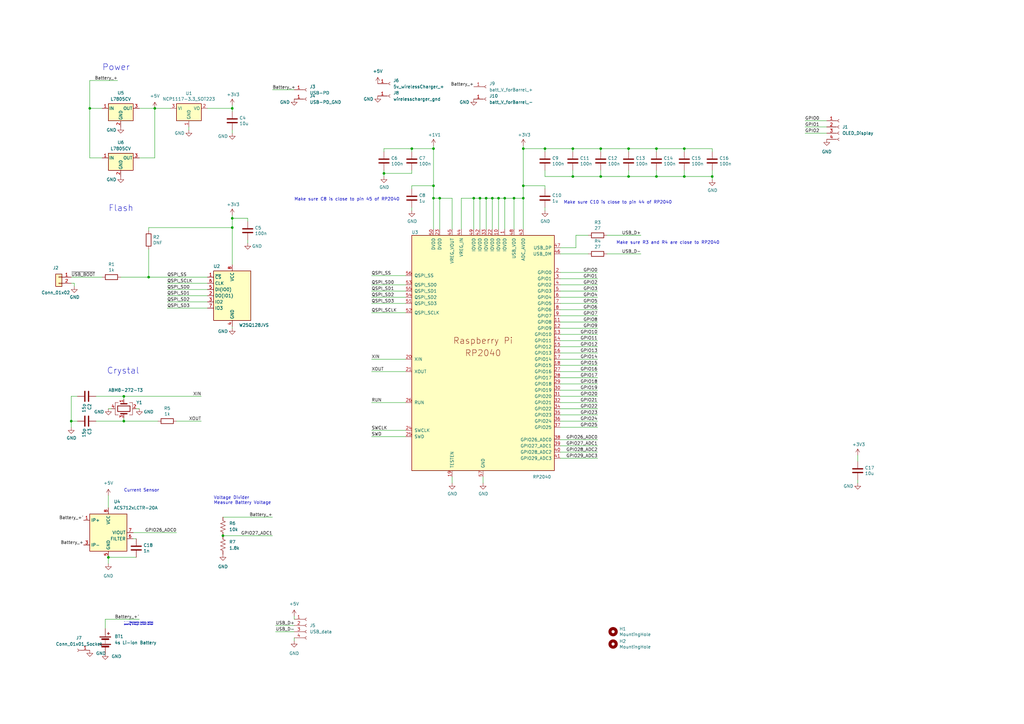
<source format=kicad_sch>
(kicad_sch (version 20230121) (generator eeschema)

  (uuid 8c0b3d8b-46d3-4173-ab1e-a61765f77d61)

  (paper "A3")

  (title_block
    (title "RP2040 Minimal Design Example")
    (date "2024-01-16")
    (rev "REV2")
    (company "Raspberry Pi Ltd")
  )

  (lib_symbols
    (symbol "Connector:Conn_01x01_Socket" (pin_names (offset 1.016) hide) (in_bom yes) (on_board yes)
      (property "Reference" "J" (at 0 2.54 0)
        (effects (font (size 1.27 1.27)))
      )
      (property "Value" "Conn_01x01_Socket" (at 0 -2.54 0)
        (effects (font (size 1.27 1.27)))
      )
      (property "Footprint" "" (at 0 0 0)
        (effects (font (size 1.27 1.27)) hide)
      )
      (property "Datasheet" "~" (at 0 0 0)
        (effects (font (size 1.27 1.27)) hide)
      )
      (property "ki_locked" "" (at 0 0 0)
        (effects (font (size 1.27 1.27)))
      )
      (property "ki_keywords" "connector" (at 0 0 0)
        (effects (font (size 1.27 1.27)) hide)
      )
      (property "ki_description" "Generic connector, single row, 01x01, script generated" (at 0 0 0)
        (effects (font (size 1.27 1.27)) hide)
      )
      (property "ki_fp_filters" "Connector*:*_1x??_*" (at 0 0 0)
        (effects (font (size 1.27 1.27)) hide)
      )
      (symbol "Conn_01x01_Socket_1_1"
        (polyline
          (pts
            (xy -1.27 0)
            (xy -0.508 0)
          )
          (stroke (width 0.1524) (type default))
          (fill (type none))
        )
        (arc (start 0 0.508) (mid -0.5058 0) (end 0 -0.508)
          (stroke (width 0.1524) (type default))
          (fill (type none))
        )
        (pin passive line (at -5.08 0 0) (length 3.81)
          (name "Pin_1" (effects (font (size 1.27 1.27))))
          (number "1" (effects (font (size 1.27 1.27))))
        )
      )
    )
    (symbol "Connector:Conn_01x04_Socket" (pin_names (offset 1.016) hide) (in_bom yes) (on_board yes)
      (property "Reference" "J" (at 0 5.08 0)
        (effects (font (size 1.27 1.27)))
      )
      (property "Value" "Conn_01x04_Socket" (at 0 -7.62 0)
        (effects (font (size 1.27 1.27)))
      )
      (property "Footprint" "" (at 0 0 0)
        (effects (font (size 1.27 1.27)) hide)
      )
      (property "Datasheet" "~" (at 0 0 0)
        (effects (font (size 1.27 1.27)) hide)
      )
      (property "ki_locked" "" (at 0 0 0)
        (effects (font (size 1.27 1.27)))
      )
      (property "ki_keywords" "connector" (at 0 0 0)
        (effects (font (size 1.27 1.27)) hide)
      )
      (property "ki_description" "Generic connector, single row, 01x04, script generated" (at 0 0 0)
        (effects (font (size 1.27 1.27)) hide)
      )
      (property "ki_fp_filters" "Connector*:*_1x??_*" (at 0 0 0)
        (effects (font (size 1.27 1.27)) hide)
      )
      (symbol "Conn_01x04_Socket_1_1"
        (arc (start 0 -4.572) (mid -0.5058 -5.08) (end 0 -5.588)
          (stroke (width 0.1524) (type default))
          (fill (type none))
        )
        (arc (start 0 -2.032) (mid -0.5058 -2.54) (end 0 -3.048)
          (stroke (width 0.1524) (type default))
          (fill (type none))
        )
        (polyline
          (pts
            (xy -1.27 -5.08)
            (xy -0.508 -5.08)
          )
          (stroke (width 0.1524) (type default))
          (fill (type none))
        )
        (polyline
          (pts
            (xy -1.27 -2.54)
            (xy -0.508 -2.54)
          )
          (stroke (width 0.1524) (type default))
          (fill (type none))
        )
        (polyline
          (pts
            (xy -1.27 0)
            (xy -0.508 0)
          )
          (stroke (width 0.1524) (type default))
          (fill (type none))
        )
        (polyline
          (pts
            (xy -1.27 2.54)
            (xy -0.508 2.54)
          )
          (stroke (width 0.1524) (type default))
          (fill (type none))
        )
        (arc (start 0 0.508) (mid -0.5058 0) (end 0 -0.508)
          (stroke (width 0.1524) (type default))
          (fill (type none))
        )
        (arc (start 0 3.048) (mid -0.5058 2.54) (end 0 2.032)
          (stroke (width 0.1524) (type default))
          (fill (type none))
        )
        (pin passive line (at -5.08 2.54 0) (length 3.81)
          (name "Pin_1" (effects (font (size 1.27 1.27))))
          (number "1" (effects (font (size 1.27 1.27))))
        )
        (pin passive line (at -5.08 0 0) (length 3.81)
          (name "Pin_2" (effects (font (size 1.27 1.27))))
          (number "2" (effects (font (size 1.27 1.27))))
        )
        (pin passive line (at -5.08 -2.54 0) (length 3.81)
          (name "Pin_3" (effects (font (size 1.27 1.27))))
          (number "3" (effects (font (size 1.27 1.27))))
        )
        (pin passive line (at -5.08 -5.08 0) (length 3.81)
          (name "Pin_4" (effects (font (size 1.27 1.27))))
          (number "4" (effects (font (size 1.27 1.27))))
        )
      )
    )
    (symbol "Connector_Generic:Conn_01x02" (pin_names (offset 1.016) hide) (in_bom yes) (on_board yes)
      (property "Reference" "J" (at 0 2.54 0)
        (effects (font (size 1.27 1.27)))
      )
      (property "Value" "Conn_01x02" (at 0 -5.08 0)
        (effects (font (size 1.27 1.27)))
      )
      (property "Footprint" "" (at 0 0 0)
        (effects (font (size 1.27 1.27)) hide)
      )
      (property "Datasheet" "~" (at 0 0 0)
        (effects (font (size 1.27 1.27)) hide)
      )
      (property "ki_keywords" "connector" (at 0 0 0)
        (effects (font (size 1.27 1.27)) hide)
      )
      (property "ki_description" "Generic connector, single row, 01x02, script generated (kicad-library-utils/schlib/autogen/connector/)" (at 0 0 0)
        (effects (font (size 1.27 1.27)) hide)
      )
      (property "ki_fp_filters" "Connector*:*_1x??_*" (at 0 0 0)
        (effects (font (size 1.27 1.27)) hide)
      )
      (symbol "Conn_01x02_1_1"
        (rectangle (start -1.27 -2.413) (end 0 -2.667)
          (stroke (width 0.1524) (type default))
          (fill (type none))
        )
        (rectangle (start -1.27 0.127) (end 0 -0.127)
          (stroke (width 0.1524) (type default))
          (fill (type none))
        )
        (rectangle (start -1.27 1.27) (end 1.27 -3.81)
          (stroke (width 0.254) (type default))
          (fill (type background))
        )
        (pin passive line (at -5.08 0 0) (length 3.81)
          (name "Pin_1" (effects (font (size 1.27 1.27))))
          (number "1" (effects (font (size 1.27 1.27))))
        )
        (pin passive line (at -5.08 -2.54 0) (length 3.81)
          (name "Pin_2" (effects (font (size 1.27 1.27))))
          (number "2" (effects (font (size 1.27 1.27))))
        )
      )
    )
    (symbol "Device:Battery" (pin_numbers hide) (pin_names (offset 0) hide) (in_bom yes) (on_board yes)
      (property "Reference" "BT" (at 2.54 2.54 0)
        (effects (font (size 1.27 1.27)) (justify left))
      )
      (property "Value" "Battery" (at 2.54 0 0)
        (effects (font (size 1.27 1.27)) (justify left))
      )
      (property "Footprint" "" (at 0 1.524 90)
        (effects (font (size 1.27 1.27)) hide)
      )
      (property "Datasheet" "~" (at 0 1.524 90)
        (effects (font (size 1.27 1.27)) hide)
      )
      (property "ki_keywords" "batt voltage-source cell" (at 0 0 0)
        (effects (font (size 1.27 1.27)) hide)
      )
      (property "ki_description" "Multiple-cell battery" (at 0 0 0)
        (effects (font (size 1.27 1.27)) hide)
      )
      (symbol "Battery_0_1"
        (rectangle (start -2.286 -1.27) (end 2.286 -1.524)
          (stroke (width 0) (type default))
          (fill (type outline))
        )
        (rectangle (start -2.286 1.778) (end 2.286 1.524)
          (stroke (width 0) (type default))
          (fill (type outline))
        )
        (rectangle (start -1.524 -2.032) (end 1.524 -2.54)
          (stroke (width 0) (type default))
          (fill (type outline))
        )
        (rectangle (start -1.524 1.016) (end 1.524 0.508)
          (stroke (width 0) (type default))
          (fill (type outline))
        )
        (polyline
          (pts
            (xy 0 -1.016)
            (xy 0 -0.762)
          )
          (stroke (width 0) (type default))
          (fill (type none))
        )
        (polyline
          (pts
            (xy 0 -0.508)
            (xy 0 -0.254)
          )
          (stroke (width 0) (type default))
          (fill (type none))
        )
        (polyline
          (pts
            (xy 0 0)
            (xy 0 0.254)
          )
          (stroke (width 0) (type default))
          (fill (type none))
        )
        (polyline
          (pts
            (xy 0 1.778)
            (xy 0 2.54)
          )
          (stroke (width 0) (type default))
          (fill (type none))
        )
        (polyline
          (pts
            (xy 0.762 3.048)
            (xy 1.778 3.048)
          )
          (stroke (width 0.254) (type default))
          (fill (type none))
        )
        (polyline
          (pts
            (xy 1.27 3.556)
            (xy 1.27 2.54)
          )
          (stroke (width 0.254) (type default))
          (fill (type none))
        )
      )
      (symbol "Battery_1_1"
        (pin passive line (at 0 5.08 270) (length 2.54)
          (name "+" (effects (font (size 1.27 1.27))))
          (number "1" (effects (font (size 1.27 1.27))))
        )
        (pin passive line (at 0 -5.08 90) (length 2.54)
          (name "-" (effects (font (size 1.27 1.27))))
          (number "2" (effects (font (size 1.27 1.27))))
        )
      )
    )
    (symbol "Device:C" (pin_numbers hide) (pin_names (offset 0.254)) (in_bom yes) (on_board yes)
      (property "Reference" "C" (at 0.635 2.54 0)
        (effects (font (size 1.27 1.27)) (justify left))
      )
      (property "Value" "C" (at 0.635 -2.54 0)
        (effects (font (size 1.27 1.27)) (justify left))
      )
      (property "Footprint" "" (at 0.9652 -3.81 0)
        (effects (font (size 1.27 1.27)) hide)
      )
      (property "Datasheet" "~" (at 0 0 0)
        (effects (font (size 1.27 1.27)) hide)
      )
      (property "ki_keywords" "cap capacitor" (at 0 0 0)
        (effects (font (size 1.27 1.27)) hide)
      )
      (property "ki_description" "Unpolarized capacitor" (at 0 0 0)
        (effects (font (size 1.27 1.27)) hide)
      )
      (property "ki_fp_filters" "C_*" (at 0 0 0)
        (effects (font (size 1.27 1.27)) hide)
      )
      (symbol "C_0_1"
        (polyline
          (pts
            (xy -2.032 -0.762)
            (xy 2.032 -0.762)
          )
          (stroke (width 0.508) (type default))
          (fill (type none))
        )
        (polyline
          (pts
            (xy -2.032 0.762)
            (xy 2.032 0.762)
          )
          (stroke (width 0.508) (type default))
          (fill (type none))
        )
      )
      (symbol "C_1_1"
        (pin passive line (at 0 3.81 270) (length 2.794)
          (name "~" (effects (font (size 1.27 1.27))))
          (number "1" (effects (font (size 1.27 1.27))))
        )
        (pin passive line (at 0 -3.81 90) (length 2.794)
          (name "~" (effects (font (size 1.27 1.27))))
          (number "2" (effects (font (size 1.27 1.27))))
        )
      )
    )
    (symbol "Device:Crystal_GND24" (pin_names (offset 1.016) hide) (in_bom yes) (on_board yes)
      (property "Reference" "Y" (at 3.175 5.08 0)
        (effects (font (size 1.27 1.27)) (justify left))
      )
      (property "Value" "Crystal_GND24" (at 3.175 3.175 0)
        (effects (font (size 1.27 1.27)) (justify left))
      )
      (property "Footprint" "" (at 0 0 0)
        (effects (font (size 1.27 1.27)) hide)
      )
      (property "Datasheet" "~" (at 0 0 0)
        (effects (font (size 1.27 1.27)) hide)
      )
      (property "ki_keywords" "quartz ceramic resonator oscillator" (at 0 0 0)
        (effects (font (size 1.27 1.27)) hide)
      )
      (property "ki_description" "Four pin crystal, GND on pins 2 and 4" (at 0 0 0)
        (effects (font (size 1.27 1.27)) hide)
      )
      (property "ki_fp_filters" "Crystal*" (at 0 0 0)
        (effects (font (size 1.27 1.27)) hide)
      )
      (symbol "Crystal_GND24_0_1"
        (rectangle (start -1.143 2.54) (end 1.143 -2.54)
          (stroke (width 0.3048) (type default))
          (fill (type none))
        )
        (polyline
          (pts
            (xy -2.54 0)
            (xy -2.032 0)
          )
          (stroke (width 0) (type default))
          (fill (type none))
        )
        (polyline
          (pts
            (xy -2.032 -1.27)
            (xy -2.032 1.27)
          )
          (stroke (width 0.508) (type default))
          (fill (type none))
        )
        (polyline
          (pts
            (xy 0 -3.81)
            (xy 0 -3.556)
          )
          (stroke (width 0) (type default))
          (fill (type none))
        )
        (polyline
          (pts
            (xy 0 3.556)
            (xy 0 3.81)
          )
          (stroke (width 0) (type default))
          (fill (type none))
        )
        (polyline
          (pts
            (xy 2.032 -1.27)
            (xy 2.032 1.27)
          )
          (stroke (width 0.508) (type default))
          (fill (type none))
        )
        (polyline
          (pts
            (xy 2.032 0)
            (xy 2.54 0)
          )
          (stroke (width 0) (type default))
          (fill (type none))
        )
        (polyline
          (pts
            (xy -2.54 -2.286)
            (xy -2.54 -3.556)
            (xy 2.54 -3.556)
            (xy 2.54 -2.286)
          )
          (stroke (width 0) (type default))
          (fill (type none))
        )
        (polyline
          (pts
            (xy -2.54 2.286)
            (xy -2.54 3.556)
            (xy 2.54 3.556)
            (xy 2.54 2.286)
          )
          (stroke (width 0) (type default))
          (fill (type none))
        )
      )
      (symbol "Crystal_GND24_1_1"
        (pin passive line (at -3.81 0 0) (length 1.27)
          (name "1" (effects (font (size 1.27 1.27))))
          (number "1" (effects (font (size 1.27 1.27))))
        )
        (pin passive line (at 0 5.08 270) (length 1.27)
          (name "2" (effects (font (size 1.27 1.27))))
          (number "2" (effects (font (size 1.27 1.27))))
        )
        (pin passive line (at 3.81 0 180) (length 1.27)
          (name "3" (effects (font (size 1.27 1.27))))
          (number "3" (effects (font (size 1.27 1.27))))
        )
        (pin passive line (at 0 -5.08 90) (length 1.27)
          (name "4" (effects (font (size 1.27 1.27))))
          (number "4" (effects (font (size 1.27 1.27))))
        )
      )
    )
    (symbol "Device:R" (pin_numbers hide) (pin_names (offset 0)) (in_bom yes) (on_board yes)
      (property "Reference" "R" (at 2.032 0 90)
        (effects (font (size 1.27 1.27)))
      )
      (property "Value" "R" (at 0 0 90)
        (effects (font (size 1.27 1.27)))
      )
      (property "Footprint" "" (at -1.778 0 90)
        (effects (font (size 1.27 1.27)) hide)
      )
      (property "Datasheet" "~" (at 0 0 0)
        (effects (font (size 1.27 1.27)) hide)
      )
      (property "ki_keywords" "R res resistor" (at 0 0 0)
        (effects (font (size 1.27 1.27)) hide)
      )
      (property "ki_description" "Resistor" (at 0 0 0)
        (effects (font (size 1.27 1.27)) hide)
      )
      (property "ki_fp_filters" "R_*" (at 0 0 0)
        (effects (font (size 1.27 1.27)) hide)
      )
      (symbol "R_0_1"
        (rectangle (start -1.016 -2.54) (end 1.016 2.54)
          (stroke (width 0.254) (type default))
          (fill (type none))
        )
      )
      (symbol "R_1_1"
        (pin passive line (at 0 3.81 270) (length 1.27)
          (name "~" (effects (font (size 1.27 1.27))))
          (number "1" (effects (font (size 1.27 1.27))))
        )
        (pin passive line (at 0 -3.81 90) (length 1.27)
          (name "~" (effects (font (size 1.27 1.27))))
          (number "2" (effects (font (size 1.27 1.27))))
        )
      )
    )
    (symbol "Device:R_US" (pin_numbers hide) (pin_names (offset 0)) (in_bom yes) (on_board yes)
      (property "Reference" "R" (at 2.54 0 90)
        (effects (font (size 1.27 1.27)))
      )
      (property "Value" "R_US" (at -2.54 0 90)
        (effects (font (size 1.27 1.27)))
      )
      (property "Footprint" "" (at 1.016 -0.254 90)
        (effects (font (size 1.27 1.27)) hide)
      )
      (property "Datasheet" "~" (at 0 0 0)
        (effects (font (size 1.27 1.27)) hide)
      )
      (property "ki_keywords" "R res resistor" (at 0 0 0)
        (effects (font (size 1.27 1.27)) hide)
      )
      (property "ki_description" "Resistor, US symbol" (at 0 0 0)
        (effects (font (size 1.27 1.27)) hide)
      )
      (property "ki_fp_filters" "R_*" (at 0 0 0)
        (effects (font (size 1.27 1.27)) hide)
      )
      (symbol "R_US_0_1"
        (polyline
          (pts
            (xy 0 -2.286)
            (xy 0 -2.54)
          )
          (stroke (width 0) (type default))
          (fill (type none))
        )
        (polyline
          (pts
            (xy 0 2.286)
            (xy 0 2.54)
          )
          (stroke (width 0) (type default))
          (fill (type none))
        )
        (polyline
          (pts
            (xy 0 -0.762)
            (xy 1.016 -1.143)
            (xy 0 -1.524)
            (xy -1.016 -1.905)
            (xy 0 -2.286)
          )
          (stroke (width 0) (type default))
          (fill (type none))
        )
        (polyline
          (pts
            (xy 0 0.762)
            (xy 1.016 0.381)
            (xy 0 0)
            (xy -1.016 -0.381)
            (xy 0 -0.762)
          )
          (stroke (width 0) (type default))
          (fill (type none))
        )
        (polyline
          (pts
            (xy 0 2.286)
            (xy 1.016 1.905)
            (xy 0 1.524)
            (xy -1.016 1.143)
            (xy 0 0.762)
          )
          (stroke (width 0) (type default))
          (fill (type none))
        )
      )
      (symbol "R_US_1_1"
        (pin passive line (at 0 3.81 270) (length 1.27)
          (name "~" (effects (font (size 1.27 1.27))))
          (number "1" (effects (font (size 1.27 1.27))))
        )
        (pin passive line (at 0 -3.81 90) (length 1.27)
          (name "~" (effects (font (size 1.27 1.27))))
          (number "2" (effects (font (size 1.27 1.27))))
        )
      )
    )
    (symbol "MCU_RaspberryPi_RP2040:RP2040" (pin_names (offset 1.016)) (in_bom yes) (on_board yes)
      (property "Reference" "U" (at -29.21 49.53 0)
        (effects (font (size 1.27 1.27)))
      )
      (property "Value" "RP2040" (at 24.13 -49.53 0)
        (effects (font (size 1.27 1.27)))
      )
      (property "Footprint" "RP2040_minimal:RP2040-QFN-56" (at -19.05 0 0)
        (effects (font (size 1.27 1.27)) hide)
      )
      (property "Datasheet" "" (at -19.05 0 0)
        (effects (font (size 1.27 1.27)) hide)
      )
      (symbol "RP2040_0_0"
        (text "Raspberry Pi" (at 0 5.08 0)
          (effects (font (size 2.54 2.54)))
        )
        (text "RP2040" (at 0 0 0)
          (effects (font (size 2.54 2.54)))
        )
      )
      (symbol "RP2040_0_1"
        (rectangle (start 29.21 48.26) (end -29.21 -48.26)
          (stroke (width 0.254) (type solid))
          (fill (type background))
        )
      )
      (symbol "RP2040_1_1"
        (pin power_in line (at 8.89 50.8 270) (length 2.54)
          (name "IOVDD" (effects (font (size 1.27 1.27))))
          (number "1" (effects (font (size 1.27 1.27))))
        )
        (pin power_in line (at 6.35 50.8 270) (length 2.54)
          (name "IOVDD" (effects (font (size 1.27 1.27))))
          (number "10" (effects (font (size 1.27 1.27))))
        )
        (pin bidirectional line (at 31.75 12.7 180) (length 2.54)
          (name "GPIO8" (effects (font (size 1.27 1.27))))
          (number "11" (effects (font (size 1.27 1.27))))
        )
        (pin bidirectional line (at 31.75 10.16 180) (length 2.54)
          (name "GPIO9" (effects (font (size 1.27 1.27))))
          (number "12" (effects (font (size 1.27 1.27))))
        )
        (pin bidirectional line (at 31.75 7.62 180) (length 2.54)
          (name "GPIO10" (effects (font (size 1.27 1.27))))
          (number "13" (effects (font (size 1.27 1.27))))
        )
        (pin bidirectional line (at 31.75 5.08 180) (length 2.54)
          (name "GPIO11" (effects (font (size 1.27 1.27))))
          (number "14" (effects (font (size 1.27 1.27))))
        )
        (pin bidirectional line (at 31.75 2.54 180) (length 2.54)
          (name "GPIO12" (effects (font (size 1.27 1.27))))
          (number "15" (effects (font (size 1.27 1.27))))
        )
        (pin bidirectional line (at 31.75 0 180) (length 2.54)
          (name "GPIO13" (effects (font (size 1.27 1.27))))
          (number "16" (effects (font (size 1.27 1.27))))
        )
        (pin bidirectional line (at 31.75 -2.54 180) (length 2.54)
          (name "GPIO14" (effects (font (size 1.27 1.27))))
          (number "17" (effects (font (size 1.27 1.27))))
        )
        (pin bidirectional line (at 31.75 -5.08 180) (length 2.54)
          (name "GPIO15" (effects (font (size 1.27 1.27))))
          (number "18" (effects (font (size 1.27 1.27))))
        )
        (pin passive line (at -12.7 -50.8 90) (length 2.54)
          (name "TESTEN" (effects (font (size 1.27 1.27))))
          (number "19" (effects (font (size 1.27 1.27))))
        )
        (pin bidirectional line (at 31.75 33.02 180) (length 2.54)
          (name "GPIO0" (effects (font (size 1.27 1.27))))
          (number "2" (effects (font (size 1.27 1.27))))
        )
        (pin input line (at -31.75 -2.54 0) (length 2.54)
          (name "XIN" (effects (font (size 1.27 1.27))))
          (number "20" (effects (font (size 1.27 1.27))))
        )
        (pin passive line (at -31.75 -7.62 0) (length 2.54)
          (name "XOUT" (effects (font (size 1.27 1.27))))
          (number "21" (effects (font (size 1.27 1.27))))
        )
        (pin power_in line (at 3.81 50.8 270) (length 2.54)
          (name "IOVDD" (effects (font (size 1.27 1.27))))
          (number "22" (effects (font (size 1.27 1.27))))
        )
        (pin power_in line (at -17.78 50.8 270) (length 2.54)
          (name "DVDD" (effects (font (size 1.27 1.27))))
          (number "23" (effects (font (size 1.27 1.27))))
        )
        (pin output line (at -31.75 -31.75 0) (length 2.54)
          (name "SWCLK" (effects (font (size 1.27 1.27))))
          (number "24" (effects (font (size 1.27 1.27))))
        )
        (pin bidirectional line (at -31.75 -34.29 0) (length 2.54)
          (name "SWD" (effects (font (size 1.27 1.27))))
          (number "25" (effects (font (size 1.27 1.27))))
        )
        (pin input line (at -31.75 -20.32 0) (length 2.54)
          (name "RUN" (effects (font (size 1.27 1.27))))
          (number "26" (effects (font (size 1.27 1.27))))
        )
        (pin bidirectional line (at 31.75 -7.62 180) (length 2.54)
          (name "GPIO16" (effects (font (size 1.27 1.27))))
          (number "27" (effects (font (size 1.27 1.27))))
        )
        (pin bidirectional line (at 31.75 -10.16 180) (length 2.54)
          (name "GPIO17" (effects (font (size 1.27 1.27))))
          (number "28" (effects (font (size 1.27 1.27))))
        )
        (pin bidirectional line (at 31.75 -12.7 180) (length 2.54)
          (name "GPIO18" (effects (font (size 1.27 1.27))))
          (number "29" (effects (font (size 1.27 1.27))))
        )
        (pin bidirectional line (at 31.75 30.48 180) (length 2.54)
          (name "GPIO1" (effects (font (size 1.27 1.27))))
          (number "3" (effects (font (size 1.27 1.27))))
        )
        (pin bidirectional line (at 31.75 -15.24 180) (length 2.54)
          (name "GPIO19" (effects (font (size 1.27 1.27))))
          (number "30" (effects (font (size 1.27 1.27))))
        )
        (pin bidirectional line (at 31.75 -17.78 180) (length 2.54)
          (name "GPIO20" (effects (font (size 1.27 1.27))))
          (number "31" (effects (font (size 1.27 1.27))))
        )
        (pin bidirectional line (at 31.75 -20.32 180) (length 2.54)
          (name "GPIO21" (effects (font (size 1.27 1.27))))
          (number "32" (effects (font (size 1.27 1.27))))
        )
        (pin power_in line (at 1.27 50.8 270) (length 2.54)
          (name "IOVDD" (effects (font (size 1.27 1.27))))
          (number "33" (effects (font (size 1.27 1.27))))
        )
        (pin bidirectional line (at 31.75 -22.86 180) (length 2.54)
          (name "GPIO22" (effects (font (size 1.27 1.27))))
          (number "34" (effects (font (size 1.27 1.27))))
        )
        (pin bidirectional line (at 31.75 -25.4 180) (length 2.54)
          (name "GPIO23" (effects (font (size 1.27 1.27))))
          (number "35" (effects (font (size 1.27 1.27))))
        )
        (pin bidirectional line (at 31.75 -27.94 180) (length 2.54)
          (name "GPIO24" (effects (font (size 1.27 1.27))))
          (number "36" (effects (font (size 1.27 1.27))))
        )
        (pin bidirectional line (at 31.75 -30.48 180) (length 2.54)
          (name "GPIO25" (effects (font (size 1.27 1.27))))
          (number "37" (effects (font (size 1.27 1.27))))
        )
        (pin bidirectional line (at 31.75 -35.56 180) (length 2.54)
          (name "GPIO26_ADC0" (effects (font (size 1.27 1.27))))
          (number "38" (effects (font (size 1.27 1.27))))
        )
        (pin bidirectional line (at 31.75 -38.1 180) (length 2.54)
          (name "GPIO27_ADC1" (effects (font (size 1.27 1.27))))
          (number "39" (effects (font (size 1.27 1.27))))
        )
        (pin bidirectional line (at 31.75 27.94 180) (length 2.54)
          (name "GPIO2" (effects (font (size 1.27 1.27))))
          (number "4" (effects (font (size 1.27 1.27))))
        )
        (pin bidirectional line (at 31.75 -40.64 180) (length 2.54)
          (name "GPIO28_ADC2" (effects (font (size 1.27 1.27))))
          (number "40" (effects (font (size 1.27 1.27))))
        )
        (pin bidirectional line (at 31.75 -43.18 180) (length 2.54)
          (name "GPIO29_ADC3" (effects (font (size 1.27 1.27))))
          (number "41" (effects (font (size 1.27 1.27))))
        )
        (pin power_in line (at -1.27 50.8 270) (length 2.54)
          (name "IOVDD" (effects (font (size 1.27 1.27))))
          (number "42" (effects (font (size 1.27 1.27))))
        )
        (pin power_in line (at 16.51 50.8 270) (length 2.54)
          (name "ADC_AVDD" (effects (font (size 1.27 1.27))))
          (number "43" (effects (font (size 1.27 1.27))))
        )
        (pin power_in line (at -8.89 50.8 270) (length 2.54)
          (name "VREG_IN" (effects (font (size 1.27 1.27))))
          (number "44" (effects (font (size 1.27 1.27))))
        )
        (pin power_out line (at -12.7 50.8 270) (length 2.54)
          (name "VREG_VOUT" (effects (font (size 1.27 1.27))))
          (number "45" (effects (font (size 1.27 1.27))))
        )
        (pin bidirectional line (at 31.75 40.64 180) (length 2.54)
          (name "USB_DM" (effects (font (size 1.27 1.27))))
          (number "46" (effects (font (size 1.27 1.27))))
        )
        (pin bidirectional line (at 31.75 43.18 180) (length 2.54)
          (name "USB_DP" (effects (font (size 1.27 1.27))))
          (number "47" (effects (font (size 1.27 1.27))))
        )
        (pin power_in line (at 12.7 50.8 270) (length 2.54)
          (name "USB_VDD" (effects (font (size 1.27 1.27))))
          (number "48" (effects (font (size 1.27 1.27))))
        )
        (pin power_in line (at -3.81 50.8 270) (length 2.54)
          (name "IOVDD" (effects (font (size 1.27 1.27))))
          (number "49" (effects (font (size 1.27 1.27))))
        )
        (pin bidirectional line (at 31.75 25.4 180) (length 2.54)
          (name "GPIO3" (effects (font (size 1.27 1.27))))
          (number "5" (effects (font (size 1.27 1.27))))
        )
        (pin power_in line (at -20.32 50.8 270) (length 2.54)
          (name "DVDD" (effects (font (size 1.27 1.27))))
          (number "50" (effects (font (size 1.27 1.27))))
        )
        (pin bidirectional line (at -31.75 20.32 0) (length 2.54)
          (name "QSPI_SD3" (effects (font (size 1.27 1.27))))
          (number "51" (effects (font (size 1.27 1.27))))
        )
        (pin output line (at -31.75 16.51 0) (length 2.54)
          (name "QSPI_SCLK" (effects (font (size 1.27 1.27))))
          (number "52" (effects (font (size 1.27 1.27))))
        )
        (pin bidirectional line (at -31.75 27.94 0) (length 2.54)
          (name "QSPI_SD0" (effects (font (size 1.27 1.27))))
          (number "53" (effects (font (size 1.27 1.27))))
        )
        (pin bidirectional line (at -31.75 22.86 0) (length 2.54)
          (name "QSPI_SD2" (effects (font (size 1.27 1.27))))
          (number "54" (effects (font (size 1.27 1.27))))
        )
        (pin bidirectional line (at -31.75 25.4 0) (length 2.54)
          (name "QSPI_SD1" (effects (font (size 1.27 1.27))))
          (number "55" (effects (font (size 1.27 1.27))))
        )
        (pin bidirectional line (at -31.75 31.75 0) (length 2.54)
          (name "QSPI_SS" (effects (font (size 1.27 1.27))))
          (number "56" (effects (font (size 1.27 1.27))))
        )
        (pin power_in line (at 0 -50.8 90) (length 2.54)
          (name "GND" (effects (font (size 1.27 1.27))))
          (number "57" (effects (font (size 1.27 1.27))))
        )
        (pin bidirectional line (at 31.75 22.86 180) (length 2.54)
          (name "GPIO4" (effects (font (size 1.27 1.27))))
          (number "6" (effects (font (size 1.27 1.27))))
        )
        (pin bidirectional line (at 31.75 20.32 180) (length 2.54)
          (name "GPIO5" (effects (font (size 1.27 1.27))))
          (number "7" (effects (font (size 1.27 1.27))))
        )
        (pin bidirectional line (at 31.75 17.78 180) (length 2.54)
          (name "GPIO6" (effects (font (size 1.27 1.27))))
          (number "8" (effects (font (size 1.27 1.27))))
        )
        (pin bidirectional line (at 31.75 15.24 180) (length 2.54)
          (name "GPIO7" (effects (font (size 1.27 1.27))))
          (number "9" (effects (font (size 1.27 1.27))))
        )
      )
    )
    (symbol "Mechanical:MountingHole" (pin_names (offset 1.016)) (in_bom yes) (on_board yes)
      (property "Reference" "H" (at 0 5.08 0)
        (effects (font (size 1.27 1.27)))
      )
      (property "Value" "MountingHole" (at 0 3.175 0)
        (effects (font (size 1.27 1.27)))
      )
      (property "Footprint" "" (at 0 0 0)
        (effects (font (size 1.27 1.27)) hide)
      )
      (property "Datasheet" "~" (at 0 0 0)
        (effects (font (size 1.27 1.27)) hide)
      )
      (property "ki_keywords" "mounting hole" (at 0 0 0)
        (effects (font (size 1.27 1.27)) hide)
      )
      (property "ki_description" "Mounting Hole without connection" (at 0 0 0)
        (effects (font (size 1.27 1.27)) hide)
      )
      (property "ki_fp_filters" "MountingHole*" (at 0 0 0)
        (effects (font (size 1.27 1.27)) hide)
      )
      (symbol "MountingHole_0_1"
        (circle (center 0 0) (radius 1.27)
          (stroke (width 1.27) (type default))
          (fill (type none))
        )
      )
    )
    (symbol "Memory_Flash:W25Q128JVS" (in_bom yes) (on_board yes)
      (property "Reference" "U" (at -8.89 8.89 0)
        (effects (font (size 1.27 1.27)))
      )
      (property "Value" "W25Q128JVS" (at 7.62 8.89 0)
        (effects (font (size 1.27 1.27)))
      )
      (property "Footprint" "Package_SO:SOIC-8_5.23x5.23mm_P1.27mm" (at 0 0 0)
        (effects (font (size 1.27 1.27)) hide)
      )
      (property "Datasheet" "http://www.winbond.com/resource-files/w25q128jv_dtr%20revc%2003272018%20plus.pdf" (at 0 0 0)
        (effects (font (size 1.27 1.27)) hide)
      )
      (property "ki_keywords" "flash memory SPI QPI DTR" (at 0 0 0)
        (effects (font (size 1.27 1.27)) hide)
      )
      (property "ki_description" "128Mb Serial Flash Memory, Standard/Dual/Quad SPI, SOIC-8" (at 0 0 0)
        (effects (font (size 1.27 1.27)) hide)
      )
      (property "ki_fp_filters" "SOIC*5.23x5.23mm*P1.27mm*" (at 0 0 0)
        (effects (font (size 1.27 1.27)) hide)
      )
      (symbol "W25Q128JVS_0_1"
        (rectangle (start -7.62 10.16) (end 7.62 -10.16)
          (stroke (width 0.254) (type default))
          (fill (type background))
        )
      )
      (symbol "W25Q128JVS_1_1"
        (pin input line (at -10.16 7.62 0) (length 2.54)
          (name "~{CS}" (effects (font (size 1.27 1.27))))
          (number "1" (effects (font (size 1.27 1.27))))
        )
        (pin bidirectional line (at -10.16 0 0) (length 2.54)
          (name "DO(IO1)" (effects (font (size 1.27 1.27))))
          (number "2" (effects (font (size 1.27 1.27))))
        )
        (pin bidirectional line (at -10.16 -2.54 0) (length 2.54)
          (name "IO2" (effects (font (size 1.27 1.27))))
          (number "3" (effects (font (size 1.27 1.27))))
        )
        (pin power_in line (at 0 -12.7 90) (length 2.54)
          (name "GND" (effects (font (size 1.27 1.27))))
          (number "4" (effects (font (size 1.27 1.27))))
        )
        (pin bidirectional line (at -10.16 2.54 0) (length 2.54)
          (name "DI(IO0)" (effects (font (size 1.27 1.27))))
          (number "5" (effects (font (size 1.27 1.27))))
        )
        (pin input line (at -10.16 5.08 0) (length 2.54)
          (name "CLK" (effects (font (size 1.27 1.27))))
          (number "6" (effects (font (size 1.27 1.27))))
        )
        (pin bidirectional line (at -10.16 -5.08 0) (length 2.54)
          (name "IO3" (effects (font (size 1.27 1.27))))
          (number "7" (effects (font (size 1.27 1.27))))
        )
        (pin power_in line (at 0 12.7 270) (length 2.54)
          (name "VCC" (effects (font (size 1.27 1.27))))
          (number "8" (effects (font (size 1.27 1.27))))
        )
      )
    )
    (symbol "Regulator_Linear:L7805" (pin_names (offset 0.254)) (in_bom yes) (on_board yes)
      (property "Reference" "U" (at -3.81 3.175 0)
        (effects (font (size 1.27 1.27)))
      )
      (property "Value" "L7805" (at 0 3.175 0)
        (effects (font (size 1.27 1.27)) (justify left))
      )
      (property "Footprint" "" (at 0.635 -3.81 0)
        (effects (font (size 1.27 1.27) italic) (justify left) hide)
      )
      (property "Datasheet" "http://www.st.com/content/ccc/resource/technical/document/datasheet/41/4f/b3/b0/12/d4/47/88/CD00000444.pdf/files/CD00000444.pdf/jcr:content/translations/en.CD00000444.pdf" (at 0 -1.27 0)
        (effects (font (size 1.27 1.27)) hide)
      )
      (property "ki_keywords" "Voltage Regulator 1.5A Positive" (at 0 0 0)
        (effects (font (size 1.27 1.27)) hide)
      )
      (property "ki_description" "Positive 1.5A 35V Linear Regulator, Fixed Output 5V, TO-220/TO-263/TO-252" (at 0 0 0)
        (effects (font (size 1.27 1.27)) hide)
      )
      (property "ki_fp_filters" "TO?252* TO?263* TO?220*" (at 0 0 0)
        (effects (font (size 1.27 1.27)) hide)
      )
      (symbol "L7805_0_1"
        (rectangle (start -5.08 1.905) (end 5.08 -5.08)
          (stroke (width 0.254) (type default))
          (fill (type background))
        )
      )
      (symbol "L7805_1_1"
        (pin power_in line (at -7.62 0 0) (length 2.54)
          (name "IN" (effects (font (size 1.27 1.27))))
          (number "1" (effects (font (size 1.27 1.27))))
        )
        (pin power_in line (at 0 -7.62 90) (length 2.54)
          (name "GND" (effects (font (size 1.27 1.27))))
          (number "2" (effects (font (size 1.27 1.27))))
        )
        (pin power_out line (at 7.62 0 180) (length 2.54)
          (name "OUT" (effects (font (size 1.27 1.27))))
          (number "3" (effects (font (size 1.27 1.27))))
        )
      )
    )
    (symbol "Regulator_Linear:NCP1117-3.3_SOT223" (in_bom yes) (on_board yes)
      (property "Reference" "U" (at -3.81 3.175 0)
        (effects (font (size 1.27 1.27)))
      )
      (property "Value" "NCP1117-3.3_SOT223" (at 0 3.175 0)
        (effects (font (size 1.27 1.27)) (justify left))
      )
      (property "Footprint" "Package_TO_SOT_SMD:SOT-223-3_TabPin2" (at 0 5.08 0)
        (effects (font (size 1.27 1.27)) hide)
      )
      (property "Datasheet" "http://www.onsemi.com/pub_link/Collateral/NCP1117-D.PDF" (at 2.54 -6.35 0)
        (effects (font (size 1.27 1.27)) hide)
      )
      (property "ki_keywords" "REGULATOR LDO 3.3V" (at 0 0 0)
        (effects (font (size 1.27 1.27)) hide)
      )
      (property "ki_description" "1A Low drop-out regulator, Fixed Output 3.3V, SOT-223" (at 0 0 0)
        (effects (font (size 1.27 1.27)) hide)
      )
      (property "ki_fp_filters" "SOT?223*TabPin2*" (at 0 0 0)
        (effects (font (size 1.27 1.27)) hide)
      )
      (symbol "NCP1117-3.3_SOT223_0_1"
        (rectangle (start -5.08 -5.08) (end 5.08 1.905)
          (stroke (width 0.254) (type default))
          (fill (type background))
        )
      )
      (symbol "NCP1117-3.3_SOT223_1_1"
        (pin power_in line (at 0 -7.62 90) (length 2.54)
          (name "GND" (effects (font (size 1.27 1.27))))
          (number "1" (effects (font (size 1.27 1.27))))
        )
        (pin power_out line (at 7.62 0 180) (length 2.54)
          (name "VO" (effects (font (size 1.27 1.27))))
          (number "2" (effects (font (size 1.27 1.27))))
        )
        (pin power_in line (at -7.62 0 0) (length 2.54)
          (name "VI" (effects (font (size 1.27 1.27))))
          (number "3" (effects (font (size 1.27 1.27))))
        )
      )
    )
    (symbol "Sensor_Current:ACS712xLCTR-20A" (in_bom yes) (on_board yes)
      (property "Reference" "U" (at 2.54 11.43 0)
        (effects (font (size 1.27 1.27)) (justify left))
      )
      (property "Value" "ACS712xLCTR-20A" (at 2.54 8.89 0)
        (effects (font (size 1.27 1.27)) (justify left))
      )
      (property "Footprint" "Package_SO:SOIC-8_3.9x4.9mm_P1.27mm" (at 2.54 -8.89 0)
        (effects (font (size 1.27 1.27) italic) (justify left) hide)
      )
      (property "Datasheet" "http://www.allegromicro.com/~/media/Files/Datasheets/ACS712-Datasheet.ashx?la=en" (at 0 0 0)
        (effects (font (size 1.27 1.27)) hide)
      )
      (property "ki_keywords" "hall effect current monitor sensor isolated" (at 0 0 0)
        (effects (font (size 1.27 1.27)) hide)
      )
      (property "ki_description" "±20A Bidirectional Hall-Effect Current Sensor, +5.0V supply, 100mV/A, SOIC-8" (at 0 0 0)
        (effects (font (size 1.27 1.27)) hide)
      )
      (property "ki_fp_filters" "SOIC*3.9x4.9m*P1.27mm*" (at 0 0 0)
        (effects (font (size 1.27 1.27)) hide)
      )
      (symbol "ACS712xLCTR-20A_0_1"
        (rectangle (start -7.62 7.62) (end 7.62 -7.62)
          (stroke (width 0.254) (type default))
          (fill (type background))
        )
      )
      (symbol "ACS712xLCTR-20A_1_1"
        (pin passive line (at -10.16 5.08 0) (length 2.54)
          (name "IP+" (effects (font (size 1.27 1.27))))
          (number "1" (effects (font (size 1.27 1.27))))
        )
        (pin passive line (at -10.16 5.08 0) (length 2.54) hide
          (name "IP+" (effects (font (size 1.27 1.27))))
          (number "2" (effects (font (size 1.27 1.27))))
        )
        (pin passive line (at -10.16 -5.08 0) (length 2.54)
          (name "IP-" (effects (font (size 1.27 1.27))))
          (number "3" (effects (font (size 1.27 1.27))))
        )
        (pin passive line (at -10.16 -5.08 0) (length 2.54) hide
          (name "IP-" (effects (font (size 1.27 1.27))))
          (number "4" (effects (font (size 1.27 1.27))))
        )
        (pin power_in line (at 0 -10.16 90) (length 2.54)
          (name "GND" (effects (font (size 1.27 1.27))))
          (number "5" (effects (font (size 1.27 1.27))))
        )
        (pin passive line (at 10.16 -2.54 180) (length 2.54)
          (name "FILTER" (effects (font (size 1.27 1.27))))
          (number "6" (effects (font (size 1.27 1.27))))
        )
        (pin output line (at 10.16 0 180) (length 2.54)
          (name "VIOUT" (effects (font (size 1.27 1.27))))
          (number "7" (effects (font (size 1.27 1.27))))
        )
        (pin power_in line (at 0 10.16 270) (length 2.54)
          (name "VCC" (effects (font (size 1.27 1.27))))
          (number "8" (effects (font (size 1.27 1.27))))
        )
      )
    )
    (symbol "power:+1V1" (power) (pin_names (offset 0)) (in_bom yes) (on_board yes)
      (property "Reference" "#PWR" (at 0 -3.81 0)
        (effects (font (size 1.27 1.27)) hide)
      )
      (property "Value" "+1V1" (at 0 3.556 0)
        (effects (font (size 1.27 1.27)))
      )
      (property "Footprint" "" (at 0 0 0)
        (effects (font (size 1.27 1.27)) hide)
      )
      (property "Datasheet" "" (at 0 0 0)
        (effects (font (size 1.27 1.27)) hide)
      )
      (property "ki_keywords" "global power" (at 0 0 0)
        (effects (font (size 1.27 1.27)) hide)
      )
      (property "ki_description" "Power symbol creates a global label with name \"+1V1\"" (at 0 0 0)
        (effects (font (size 1.27 1.27)) hide)
      )
      (symbol "+1V1_0_1"
        (polyline
          (pts
            (xy -0.762 1.27)
            (xy 0 2.54)
          )
          (stroke (width 0) (type default))
          (fill (type none))
        )
        (polyline
          (pts
            (xy 0 0)
            (xy 0 2.54)
          )
          (stroke (width 0) (type default))
          (fill (type none))
        )
        (polyline
          (pts
            (xy 0 2.54)
            (xy 0.762 1.27)
          )
          (stroke (width 0) (type default))
          (fill (type none))
        )
      )
      (symbol "+1V1_1_1"
        (pin power_in line (at 0 0 90) (length 0) hide
          (name "+1V1" (effects (font (size 1.27 1.27))))
          (number "1" (effects (font (size 1.27 1.27))))
        )
      )
    )
    (symbol "power:+3V3" (power) (pin_names (offset 0)) (in_bom yes) (on_board yes)
      (property "Reference" "#PWR" (at 0 -3.81 0)
        (effects (font (size 1.27 1.27)) hide)
      )
      (property "Value" "+3V3" (at 0 3.556 0)
        (effects (font (size 1.27 1.27)))
      )
      (property "Footprint" "" (at 0 0 0)
        (effects (font (size 1.27 1.27)) hide)
      )
      (property "Datasheet" "" (at 0 0 0)
        (effects (font (size 1.27 1.27)) hide)
      )
      (property "ki_keywords" "global power" (at 0 0 0)
        (effects (font (size 1.27 1.27)) hide)
      )
      (property "ki_description" "Power symbol creates a global label with name \"+3V3\"" (at 0 0 0)
        (effects (font (size 1.27 1.27)) hide)
      )
      (symbol "+3V3_0_1"
        (polyline
          (pts
            (xy -0.762 1.27)
            (xy 0 2.54)
          )
          (stroke (width 0) (type default))
          (fill (type none))
        )
        (polyline
          (pts
            (xy 0 0)
            (xy 0 2.54)
          )
          (stroke (width 0) (type default))
          (fill (type none))
        )
        (polyline
          (pts
            (xy 0 2.54)
            (xy 0.762 1.27)
          )
          (stroke (width 0) (type default))
          (fill (type none))
        )
      )
      (symbol "+3V3_1_1"
        (pin power_in line (at 0 0 90) (length 0) hide
          (name "+3V3" (effects (font (size 1.27 1.27))))
          (number "1" (effects (font (size 1.27 1.27))))
        )
      )
    )
    (symbol "power:+5V" (power) (pin_names (offset 0)) (in_bom yes) (on_board yes)
      (property "Reference" "#PWR" (at 0 -3.81 0)
        (effects (font (size 1.27 1.27)) hide)
      )
      (property "Value" "+5V" (at 0 3.556 0)
        (effects (font (size 1.27 1.27)))
      )
      (property "Footprint" "" (at 0 0 0)
        (effects (font (size 1.27 1.27)) hide)
      )
      (property "Datasheet" "" (at 0 0 0)
        (effects (font (size 1.27 1.27)) hide)
      )
      (property "ki_keywords" "global power" (at 0 0 0)
        (effects (font (size 1.27 1.27)) hide)
      )
      (property "ki_description" "Power symbol creates a global label with name \"+5V\"" (at 0 0 0)
        (effects (font (size 1.27 1.27)) hide)
      )
      (symbol "+5V_0_1"
        (polyline
          (pts
            (xy -0.762 1.27)
            (xy 0 2.54)
          )
          (stroke (width 0) (type default))
          (fill (type none))
        )
        (polyline
          (pts
            (xy 0 0)
            (xy 0 2.54)
          )
          (stroke (width 0) (type default))
          (fill (type none))
        )
        (polyline
          (pts
            (xy 0 2.54)
            (xy 0.762 1.27)
          )
          (stroke (width 0) (type default))
          (fill (type none))
        )
      )
      (symbol "+5V_1_1"
        (pin power_in line (at 0 0 90) (length 0) hide
          (name "+5V" (effects (font (size 1.27 1.27))))
          (number "1" (effects (font (size 1.27 1.27))))
        )
      )
    )
    (symbol "power:GND" (power) (pin_names (offset 0)) (in_bom yes) (on_board yes)
      (property "Reference" "#PWR" (at 0 -6.35 0)
        (effects (font (size 1.27 1.27)) hide)
      )
      (property "Value" "GND" (at 0 -3.81 0)
        (effects (font (size 1.27 1.27)))
      )
      (property "Footprint" "" (at 0 0 0)
        (effects (font (size 1.27 1.27)) hide)
      )
      (property "Datasheet" "" (at 0 0 0)
        (effects (font (size 1.27 1.27)) hide)
      )
      (property "ki_keywords" "global power" (at 0 0 0)
        (effects (font (size 1.27 1.27)) hide)
      )
      (property "ki_description" "Power symbol creates a global label with name \"GND\" , ground" (at 0 0 0)
        (effects (font (size 1.27 1.27)) hide)
      )
      (symbol "GND_0_1"
        (polyline
          (pts
            (xy 0 0)
            (xy 0 -1.27)
            (xy 1.27 -1.27)
            (xy 0 -2.54)
            (xy -1.27 -1.27)
            (xy 0 -1.27)
          )
          (stroke (width 0) (type default))
          (fill (type none))
        )
      )
      (symbol "GND_1_1"
        (pin power_in line (at 0 0 270) (length 0) hide
          (name "GND" (effects (font (size 1.27 1.27))))
          (number "1" (effects (font (size 1.27 1.27))))
        )
      )
    )
  )

  (junction (at 201.93 81.28) (diameter 0) (color 0 0 0 0)
    (uuid 03ac563d-4d9d-432f-b818-16aa355e3f26)
  )
  (junction (at 199.39 81.28) (diameter 0) (color 0 0 0 0)
    (uuid 04ea0d2c-d31e-4863-9702-0c02ad6a96b9)
  )
  (junction (at 63.5 44.45) (diameter 0) (color 0 0 0 0)
    (uuid 1418ef7d-fa9a-406a-92f8-4c095709eec3)
  )
  (junction (at 95.25 93.345) (diameter 0) (color 0 0 0 0)
    (uuid 16e6b60d-a2ea-4ad3-99f8-1d819aadd619)
  )
  (junction (at 177.8 76.2) (diameter 0) (color 0 0 0 0)
    (uuid 19c95531-5ca1-4565-ac82-c402cd557aed)
  )
  (junction (at 214.63 76.2) (diameter 0) (color 0 0 0 0)
    (uuid 1b4cea43-c993-4549-b9b2-a11a15956d24)
  )
  (junction (at 168.91 60.96) (diameter 0) (color 0 0 0 0)
    (uuid 1ea163f1-1fb9-45c3-82e2-4099a5d3fcf1)
  )
  (junction (at 29.21 172.72) (diameter 0) (color 0 0 0 0)
    (uuid 2acbc95f-93c9-4651-beae-f1a9f1d8a057)
  )
  (junction (at 223.52 60.96) (diameter 0) (color 0 0 0 0)
    (uuid 2b778fa0-b364-473a-bfc4-d1f5e8868213)
  )
  (junction (at 246.38 72.39) (diameter 0) (color 0 0 0 0)
    (uuid 2df0fec1-3d90-436a-8f87-97d2b87e4827)
  )
  (junction (at 257.81 60.96) (diameter 0) (color 0 0 0 0)
    (uuid 30cf42b3-141e-4da0-b801-f779cc5b3e33)
  )
  (junction (at 50.8 162.56) (diameter 0) (color 0 0 0 0)
    (uuid 34375604-c253-4a04-bc16-c1af80228a79)
  )
  (junction (at 246.38 60.96) (diameter 0) (color 0 0 0 0)
    (uuid 37da01d4-4c03-4d37-8504-7b141bd886b4)
  )
  (junction (at 177.8 81.28) (diameter 0) (color 0 0 0 0)
    (uuid 39db31d8-6cbd-40aa-bcd4-d738706aff08)
  )
  (junction (at 180.34 81.28) (diameter 0) (color 0 0 0 0)
    (uuid 4150b2d4-a806-4b37-91f3-c08ad8cfed7f)
  )
  (junction (at 204.47 81.28) (diameter 0) (color 0 0 0 0)
    (uuid 416f1aa3-4906-418d-9a68-a4b9b68d3248)
  )
  (junction (at 157.48 71.12) (diameter 0) (color 0 0 0 0)
    (uuid 4595464d-447b-4d29-8225-1d9dabc34ae1)
  )
  (junction (at 95.25 44.45) (diameter 0) (color 0 0 0 0)
    (uuid 4a32a443-dc04-4793-b36a-7f31e3738b4b)
  )
  (junction (at 280.67 60.96) (diameter 0) (color 0 0 0 0)
    (uuid 509dab38-7b5b-49fe-946f-173f7ed7affb)
  )
  (junction (at 36.83 44.45) (diameter 0) (color 0 0 0 0)
    (uuid 5c38a4fd-6d64-439a-b81a-9a1db6c7c9d2)
  )
  (junction (at 292.1 72.39) (diameter 0) (color 0 0 0 0)
    (uuid 5c7ab146-3c10-4678-ac96-48331dc26ba5)
  )
  (junction (at 50.8 172.72) (diameter 0) (color 0 0 0 0)
    (uuid 5dbe2824-db17-4004-b5d7-b6ac0aeb9f3a)
  )
  (junction (at 257.81 72.39) (diameter 0) (color 0 0 0 0)
    (uuid 6b8be0f1-07be-4754-b6ab-274014c6bd40)
  )
  (junction (at 95.25 89.535) (diameter 0) (color 0 0 0 0)
    (uuid 74a023e9-4461-4294-9c9f-dc16905b3c7b)
  )
  (junction (at 177.8 60.96) (diameter 0) (color 0 0 0 0)
    (uuid 9853f260-972d-418f-af39-f8b7753f5af4)
  )
  (junction (at 234.95 72.39) (diameter 0) (color 0 0 0 0)
    (uuid a1426afb-3dcd-43df-b0c8-d730a60fd032)
  )
  (junction (at 269.24 72.39) (diameter 0) (color 0 0 0 0)
    (uuid a1d08186-af46-413c-8fc4-af08bebb4288)
  )
  (junction (at 207.01 81.28) (diameter 0) (color 0 0 0 0)
    (uuid c2b47d55-6f75-45fd-b393-012e72fbfab5)
  )
  (junction (at 214.63 81.28) (diameter 0) (color 0 0 0 0)
    (uuid c2d6f9d1-0f82-4979-bac9-57a68dd6848b)
  )
  (junction (at 60.96 113.665) (diameter 0) (color 0 0 0 0)
    (uuid c5921f1a-40c2-463b-a101-00f6b003ac55)
  )
  (junction (at 91.44 219.71) (diameter 0) (color 0 0 0 0)
    (uuid d65519d9-a30c-46dd-aadc-dddfb37b9fdc)
  )
  (junction (at 44.45 228.6) (diameter 0) (color 0 0 0 0)
    (uuid dfee4295-65f8-4415-b9b4-f6d6fd03a5ab)
  )
  (junction (at 196.85 81.28) (diameter 0) (color 0 0 0 0)
    (uuid e72c3759-e695-4283-b5c3-816335e529f8)
  )
  (junction (at 214.63 60.96) (diameter 0) (color 0 0 0 0)
    (uuid e7446060-008f-4151-9180-5500fb591f6b)
  )
  (junction (at 194.31 81.28) (diameter 0) (color 0 0 0 0)
    (uuid eda771bb-4368-479f-ac63-a0fdfc5b53d1)
  )
  (junction (at 269.24 60.96) (diameter 0) (color 0 0 0 0)
    (uuid eee8b181-7c37-4b3e-be64-f60a44bcbaea)
  )
  (junction (at 280.67 72.39) (diameter 0) (color 0 0 0 0)
    (uuid f0f63438-4f90-4ec6-85d7-5e57b68c1aa1)
  )
  (junction (at 210.82 81.28) (diameter 0) (color 0 0 0 0)
    (uuid faa80493-fc0f-4c31-811e-c6d76b56ea25)
  )
  (junction (at 234.95 60.96) (diameter 0) (color 0 0 0 0)
    (uuid fd05efcf-3c53-4998-a352-372c6ea57ae6)
  )

  (wire (pts (xy 177.8 81.28) (xy 177.8 93.98))
    (stroke (width 0) (type default))
    (uuid 0269b235-9f40-4362-8ba2-57b09ed46a6b)
  )
  (wire (pts (xy 229.87 137.16) (xy 245.11 137.16))
    (stroke (width 0) (type default))
    (uuid 02a6d77a-e7db-43b5-ac3b-5d6c723ef77b)
  )
  (wire (pts (xy 157.48 71.12) (xy 168.91 71.12))
    (stroke (width 0) (type default))
    (uuid 03f0e846-b4be-4b6a-8181-0abee6935b94)
  )
  (wire (pts (xy 44.45 203.2) (xy 44.45 208.28))
    (stroke (width 0) (type default))
    (uuid 04ba9880-139e-4c40-83c6-52a6acd3456f)
  )
  (wire (pts (xy 113.03 256.54) (xy 120.65 256.54))
    (stroke (width 0) (type default))
    (uuid 04f11d3f-9cb1-4837-95c1-4fef5d2c0266)
  )
  (wire (pts (xy 236.22 96.52) (xy 236.22 101.6))
    (stroke (width 0) (type default))
    (uuid 051cae5c-4457-435a-96d5-f22973196706)
  )
  (wire (pts (xy 63.5 64.77) (xy 63.5 44.45))
    (stroke (width 0) (type default))
    (uuid 069d73ce-5815-4683-bf7a-65c09974fee0)
  )
  (wire (pts (xy 246.38 60.96) (xy 257.81 60.96))
    (stroke (width 0) (type default))
    (uuid 08a07b50-2c39-4b30-b6a4-225e1c93b860)
  )
  (wire (pts (xy 207.01 81.28) (xy 210.82 81.28))
    (stroke (width 0) (type default))
    (uuid 0c9879ca-dd96-45f8-b5b9-b31d27f07f65)
  )
  (wire (pts (xy 36.83 64.77) (xy 41.91 64.77))
    (stroke (width 0) (type default))
    (uuid 0ed5ee83-000a-437f-843c-fcc72f762331)
  )
  (wire (pts (xy 351.79 196.85) (xy 351.79 198.12))
    (stroke (width 0) (type default))
    (uuid 0f4e7c44-c6ea-4d9c-9b7e-3799ad3db156)
  )
  (wire (pts (xy 85.09 126.365) (xy 68.58 126.365))
    (stroke (width 0) (type default))
    (uuid 0f524b40-4f8b-47d6-9b95-e29b40832515)
  )
  (wire (pts (xy 246.38 62.23) (xy 246.38 60.96))
    (stroke (width 0) (type default))
    (uuid 10fa1e88-8593-4ec2-aaf9-f7d7ee7a9590)
  )
  (wire (pts (xy 177.8 59.69) (xy 177.8 60.96))
    (stroke (width 0) (type default))
    (uuid 12928da0-ec55-4b33-ab19-b0c196461458)
  )
  (wire (pts (xy 229.87 149.86) (xy 245.11 149.86))
    (stroke (width 0) (type default))
    (uuid 13b52350-2c55-46e7-8139-8e8db2e3fc53)
  )
  (wire (pts (xy 57.15 44.45) (xy 63.5 44.45))
    (stroke (width 0) (type default))
    (uuid 165ec802-ba2f-4e8d-ad4d-5ca1abee8c63)
  )
  (wire (pts (xy 95.25 89.535) (xy 95.25 93.345))
    (stroke (width 0) (type default))
    (uuid 1a41d84a-edbc-4f7f-8e91-d69b0917f1e9)
  )
  (wire (pts (xy 229.87 175.26) (xy 245.11 175.26))
    (stroke (width 0) (type default))
    (uuid 1bc90563-ae2b-4873-8245-98e41186e2fd)
  )
  (wire (pts (xy 194.31 81.28) (xy 196.85 81.28))
    (stroke (width 0) (type default))
    (uuid 1c9d6307-f6e5-4ccd-99c6-06a36950e250)
  )
  (wire (pts (xy 229.87 170.18) (xy 245.11 170.18))
    (stroke (width 0) (type default))
    (uuid 1da0fa30-4390-4aa3-969a-71c3c4e608a5)
  )
  (wire (pts (xy 229.87 104.14) (xy 241.3 104.14))
    (stroke (width 0) (type default))
    (uuid 1ef343ad-5bbd-4e59-9816-fd52cf9578ee)
  )
  (wire (pts (xy 229.87 111.76) (xy 245.11 111.76))
    (stroke (width 0) (type default))
    (uuid 225ae2ae-af1f-4c09-8100-8767f195d618)
  )
  (wire (pts (xy 68.58 116.205) (xy 85.09 116.205))
    (stroke (width 0) (type default))
    (uuid 242ac9f0-225d-4fd2-ab08-049ae05af2f7)
  )
  (wire (pts (xy 95.25 88.265) (xy 95.25 89.535))
    (stroke (width 0) (type default))
    (uuid 261e6889-6984-4b0f-bddf-de681b9557c7)
  )
  (wire (pts (xy 248.92 96.52) (xy 262.89 96.52))
    (stroke (width 0) (type default))
    (uuid 2674f255-4d32-41a1-a299-8cc5d6100995)
  )
  (wire (pts (xy 185.42 93.98) (xy 185.42 81.28))
    (stroke (width 0) (type default))
    (uuid 27362553-baf6-49b5-9b27-13802e155fbe)
  )
  (wire (pts (xy 246.38 69.85) (xy 246.38 72.39))
    (stroke (width 0) (type default))
    (uuid 2b99500d-4b64-45b3-8c0a-e99fddf66ff8)
  )
  (wire (pts (xy 229.87 116.84) (xy 245.11 116.84))
    (stroke (width 0) (type default))
    (uuid 2cc4192a-f131-456f-a63c-97730a635d7f)
  )
  (wire (pts (xy 177.8 76.2) (xy 177.8 81.28))
    (stroke (width 0) (type default))
    (uuid 2edd35ee-8753-4b71-91ce-007617762d5e)
  )
  (wire (pts (xy 44.45 167.64) (xy 45.72 167.64))
    (stroke (width 0) (type default))
    (uuid 316943b2-df7a-4009-a92e-701ccd3dc47d)
  )
  (wire (pts (xy 189.23 81.28) (xy 194.31 81.28))
    (stroke (width 0) (type default))
    (uuid 32b51156-d986-4ade-9b1e-7426c0403623)
  )
  (wire (pts (xy 157.48 60.96) (xy 168.91 60.96))
    (stroke (width 0) (type default))
    (uuid 330d4b5a-def8-4c11-b4de-eb3aee7796e7)
  )
  (wire (pts (xy 229.87 185.42) (xy 245.11 185.42))
    (stroke (width 0) (type default))
    (uuid 35b71bc4-83dc-41f1-871c-d7b244ad553d)
  )
  (wire (pts (xy 60.96 102.235) (xy 60.96 113.665))
    (stroke (width 0) (type default))
    (uuid 35de8b07-cd42-4e2d-b7a6-b309c42935f4)
  )
  (wire (pts (xy 157.48 69.85) (xy 157.48 71.12))
    (stroke (width 0) (type default))
    (uuid 399ab2ad-2e0e-40af-b361-a9ed246a1ff7)
  )
  (wire (pts (xy 55.88 167.64) (xy 57.15 167.64))
    (stroke (width 0) (type default))
    (uuid 3bdf5eac-bf83-410f-9792-2e46ccaa4bf2)
  )
  (wire (pts (xy 152.4 124.46) (xy 166.37 124.46))
    (stroke (width 0) (type default))
    (uuid 3d9a75a5-f7da-4b79-9ee6-55be99da468d)
  )
  (wire (pts (xy 39.37 162.56) (xy 50.8 162.56))
    (stroke (width 0) (type default))
    (uuid 3fd47df7-9cc9-4347-a8ab-8b2aeb0bc4f7)
  )
  (wire (pts (xy 54.61 220.98) (xy 55.88 220.98))
    (stroke (width 0) (type default))
    (uuid 3feeb234-7cdd-4274-b4bd-b31691905f4c)
  )
  (wire (pts (xy 95.25 45.72) (xy 95.25 44.45))
    (stroke (width 0) (type default))
    (uuid 4346ec4b-e913-46d5-9e4e-ae7df5b54188)
  )
  (wire (pts (xy 214.63 81.28) (xy 214.63 93.98))
    (stroke (width 0) (type default))
    (uuid 44590671-cee5-4789-be1d-1665f16310cd)
  )
  (wire (pts (xy 36.83 33.02) (xy 48.26 33.02))
    (stroke (width 0) (type default))
    (uuid 44c608de-8876-44d1-9f8c-aec73a5707f7)
  )
  (wire (pts (xy 168.91 60.96) (xy 177.8 60.96))
    (stroke (width 0) (type default))
    (uuid 4565ef68-590b-4b22-912e-592f6361d070)
  )
  (wire (pts (xy 41.91 113.665) (xy 29.21 113.665))
    (stroke (width 0) (type default))
    (uuid 45b9f3a7-7e16-4333-8dd0-21ff94908a5c)
  )
  (wire (pts (xy 214.63 76.2) (xy 223.52 76.2))
    (stroke (width 0) (type default))
    (uuid 4681afa1-7a98-4b8f-8c48-eb83993e5bdf)
  )
  (wire (pts (xy 330.2 52.07) (xy 339.09 52.07))
    (stroke (width 0) (type default))
    (uuid 4692a01d-3151-4a6c-a007-f5939122a6f2)
  )
  (wire (pts (xy 95.25 134.62) (xy 95.25 133.985))
    (stroke (width 0) (type default))
    (uuid 4823c7c8-bc37-447a-a2d5-86580144f07e)
  )
  (wire (pts (xy 199.39 93.98) (xy 199.39 81.28))
    (stroke (width 0) (type default))
    (uuid 498fc37f-e235-44ce-8d46-ca2886345bda)
  )
  (wire (pts (xy 177.8 60.96) (xy 177.8 76.2))
    (stroke (width 0) (type default))
    (uuid 4b9001cf-977c-4296-811e-0d73d48b16ca)
  )
  (wire (pts (xy 210.82 81.28) (xy 214.63 81.28))
    (stroke (width 0) (type default))
    (uuid 4c8bf014-f5a9-4d06-8574-59f90197698e)
  )
  (wire (pts (xy 152.4 119.38) (xy 166.37 119.38))
    (stroke (width 0) (type default))
    (uuid 4ddf8392-c2c5-49a7-bd3f-d95efb846e23)
  )
  (wire (pts (xy 166.37 165.1) (xy 152.4 165.1))
    (stroke (width 0) (type default))
    (uuid 4f26f58c-74f0-4277-90fb-7b6dbc5e4388)
  )
  (wire (pts (xy 43.18 254) (xy 57.15 254))
    (stroke (width 0) (type default))
    (uuid 50fafb4b-0732-4b00-8f64-036fed9e2e67)
  )
  (wire (pts (xy 269.24 62.23) (xy 269.24 60.96))
    (stroke (width 0) (type default))
    (uuid 51b6da72-ec2d-41f0-9f34-c1f8f562b58b)
  )
  (wire (pts (xy 196.85 81.28) (xy 199.39 81.28))
    (stroke (width 0) (type default))
    (uuid 53ab0e22-c9c7-45ca-9297-9ce01a1b8a8b)
  )
  (wire (pts (xy 85.09 121.285) (xy 68.58 121.285))
    (stroke (width 0) (type default))
    (uuid 5433b280-6b5c-47d6-b3e4-c03189d6e40d)
  )
  (wire (pts (xy 223.52 62.23) (xy 223.52 60.96))
    (stroke (width 0) (type default))
    (uuid 589050d5-b944-47d5-a2d3-ec965ff01614)
  )
  (wire (pts (xy 214.63 60.96) (xy 223.52 60.96))
    (stroke (width 0) (type default))
    (uuid 5b25a158-9a43-4a66-a5a9-d3269075cf17)
  )
  (wire (pts (xy 101.6 89.535) (xy 95.25 89.535))
    (stroke (width 0) (type default))
    (uuid 5b262353-eae0-42ca-9a35-08c8dfa6842e)
  )
  (wire (pts (xy 207.01 81.28) (xy 207.01 93.98))
    (stroke (width 0) (type default))
    (uuid 5c646d68-c0a1-4a71-97b2-3d5a26dcc252)
  )
  (wire (pts (xy 57.15 64.77) (xy 63.5 64.77))
    (stroke (width 0) (type default))
    (uuid 5d75ec5c-6373-4298-b6f2-d526ac5a1b73)
  )
  (wire (pts (xy 196.85 93.98) (xy 196.85 81.28))
    (stroke (width 0) (type default))
    (uuid 5e0994ea-2712-4159-8ca5-345ba3187226)
  )
  (wire (pts (xy 50.8 171.45) (xy 50.8 172.72))
    (stroke (width 0) (type default))
    (uuid 5fd9dd68-bf5f-4fb9-b453-e7522976e4ee)
  )
  (wire (pts (xy 29.21 172.72) (xy 29.21 175.26))
    (stroke (width 0) (type default))
    (uuid 5fe066a7-3f62-4098-8b57-9ebe6cc5f74d)
  )
  (wire (pts (xy 229.87 101.6) (xy 236.22 101.6))
    (stroke (width 0) (type default))
    (uuid 6123d737-4e63-43e6-b88c-f03bc7239442)
  )
  (wire (pts (xy 63.5 44.45) (xy 69.85 44.45))
    (stroke (width 0) (type default))
    (uuid 65ccfb30-b45f-4890-969d-d79b040c03f0)
  )
  (wire (pts (xy 214.63 60.96) (xy 214.63 76.2))
    (stroke (width 0) (type default))
    (uuid 666c74c1-791c-4c79-a6fc-4b4a7f447f2b)
  )
  (wire (pts (xy 77.47 52.07) (xy 77.47 53.34))
    (stroke (width 0) (type default))
    (uuid 66b3b46d-5843-4276-9330-7705915dedb6)
  )
  (wire (pts (xy 166.37 152.4) (xy 152.4 152.4))
    (stroke (width 0) (type default))
    (uuid 66ca17d0-51f8-4d5b-8d39-25802b261876)
  )
  (wire (pts (xy 166.37 113.03) (xy 152.4 113.03))
    (stroke (width 0) (type default))
    (uuid 679cd859-31be-40c7-9817-83c392ef4947)
  )
  (wire (pts (xy 269.24 60.96) (xy 280.67 60.96))
    (stroke (width 0) (type default))
    (uuid 6865b0bd-9219-415d-8955-22efbe208e97)
  )
  (wire (pts (xy 292.1 69.85) (xy 292.1 72.39))
    (stroke (width 0) (type default))
    (uuid 69147519-048f-4cad-8599-aad97d5ffa4c)
  )
  (wire (pts (xy 72.39 172.72) (xy 82.55 172.72))
    (stroke (width 0) (type default))
    (uuid 69e04737-2120-4f8d-823e-b2b7f3bd320e)
  )
  (wire (pts (xy 85.09 44.45) (xy 95.25 44.45))
    (stroke (width 0) (type default))
    (uuid 6a93727d-33b3-42ea-8d7f-0c43989a0b2f)
  )
  (wire (pts (xy 229.87 147.32) (xy 245.11 147.32))
    (stroke (width 0) (type default))
    (uuid 6cfd0adc-4f30-429c-9f4d-ff4f966e4df8)
  )
  (wire (pts (xy 229.87 127) (xy 245.11 127))
    (stroke (width 0) (type default))
    (uuid 6d6ca644-372a-4665-b903-6785305efb6e)
  )
  (wire (pts (xy 168.91 71.12) (xy 168.91 69.85))
    (stroke (width 0) (type default))
    (uuid 6e99e964-d7a2-460f-b5fb-3b539fe4e9ab)
  )
  (wire (pts (xy 234.95 62.23) (xy 234.95 60.96))
    (stroke (width 0) (type default))
    (uuid 6f665424-f1aa-49f0-8fe5-05935f879c4d)
  )
  (wire (pts (xy 234.95 72.39) (xy 223.52 72.39))
    (stroke (width 0) (type default))
    (uuid 6fa4de90-ea20-4fec-92c0-23634016f891)
  )
  (wire (pts (xy 229.87 180.34) (xy 245.11 180.34))
    (stroke (width 0) (type default))
    (uuid 6fc5d731-1a41-4957-9ba3-b6bf910e109d)
  )
  (wire (pts (xy 214.63 76.2) (xy 214.63 81.28))
    (stroke (width 0) (type default))
    (uuid 71cee0f9-8a52-493f-81e3-247464fa0669)
  )
  (wire (pts (xy 214.63 59.69) (xy 214.63 60.96))
    (stroke (width 0) (type default))
    (uuid 755270dc-f1c9-47f2-b3b8-febdda84f983)
  )
  (wire (pts (xy 229.87 129.54) (xy 245.11 129.54))
    (stroke (width 0) (type default))
    (uuid 779285bc-887f-44d3-911a-f4e558ab1e5c)
  )
  (wire (pts (xy 168.91 77.47) (xy 168.91 76.2))
    (stroke (width 0) (type default))
    (uuid 77974eaf-0573-4ef1-aa4b-b0897a1ae2df)
  )
  (wire (pts (xy 85.09 123.825) (xy 68.58 123.825))
    (stroke (width 0) (type default))
    (uuid 7820377f-05d2-4a51-a04a-8acc6195c2e0)
  )
  (wire (pts (xy 29.21 116.205) (xy 30.48 116.205))
    (stroke (width 0) (type default))
    (uuid 789ee512-bd38-41b6-a4fd-b41c4cbcf5f6)
  )
  (wire (pts (xy 234.95 60.96) (xy 246.38 60.96))
    (stroke (width 0) (type default))
    (uuid 791a1727-05b9-437a-a2a7-a916c87f10cc)
  )
  (wire (pts (xy 49.53 113.665) (xy 60.96 113.665))
    (stroke (width 0) (type default))
    (uuid 7c4cc28a-6b73-49dd-a691-d2a9ca655ba3)
  )
  (wire (pts (xy 229.87 187.96) (xy 245.11 187.96))
    (stroke (width 0) (type default))
    (uuid 81e8e61d-edb1-4fd0-b710-c267976eb7c0)
  )
  (wire (pts (xy 330.2 54.61) (xy 339.09 54.61))
    (stroke (width 0) (type default))
    (uuid 82a0914d-984c-48bf-bece-0f60ee759980)
  )
  (wire (pts (xy 234.95 69.85) (xy 234.95 72.39))
    (stroke (width 0) (type default))
    (uuid 8734d3ad-b375-4ae4-bb9e-e60c142cbf5c)
  )
  (wire (pts (xy 180.34 93.98) (xy 180.34 81.28))
    (stroke (width 0) (type default))
    (uuid 88e41434-7036-4648-ac38-2fab93dbdebc)
  )
  (wire (pts (xy 280.67 72.39) (xy 292.1 72.39))
    (stroke (width 0) (type default))
    (uuid 8ad50bef-fff2-44e0-905c-f20cbbb46087)
  )
  (wire (pts (xy 269.24 69.85) (xy 269.24 72.39))
    (stroke (width 0) (type default))
    (uuid 8fe21295-6b02-44ad-a7f7-6e07ac6b554c)
  )
  (wire (pts (xy 91.44 219.71) (xy 111.76 219.71))
    (stroke (width 0) (type default))
    (uuid 92a38fb8-6ea4-4153-9b9d-6843d82816d2)
  )
  (wire (pts (xy 223.52 60.96) (xy 234.95 60.96))
    (stroke (width 0) (type default))
    (uuid 945584e2-6b46-4fa6-a699-194252bedfbf)
  )
  (wire (pts (xy 223.52 85.09) (xy 223.52 86.36))
    (stroke (width 0) (type default))
    (uuid 954ce8e6-4d69-4bf5-9c5c-f5e61a54685c)
  )
  (wire (pts (xy 229.87 132.08) (xy 245.11 132.08))
    (stroke (width 0) (type default))
    (uuid 95b9fc2a-28d9-4b21-a1f2-95adeee4d9f2)
  )
  (wire (pts (xy 204.47 93.98) (xy 204.47 81.28))
    (stroke (width 0) (type default))
    (uuid 96ddfb9a-a9bc-4ced-a969-f0240ff5174e)
  )
  (wire (pts (xy 39.37 172.72) (xy 50.8 172.72))
    (stroke (width 0) (type default))
    (uuid 9786d52d-c7f9-4ba4-b9db-77ee59a96b8c)
  )
  (wire (pts (xy 31.75 172.72) (xy 29.21 172.72))
    (stroke (width 0) (type default))
    (uuid 9886afb2-126a-4291-b536-dc73ca412683)
  )
  (wire (pts (xy 50.8 172.72) (xy 64.77 172.72))
    (stroke (width 0) (type default))
    (uuid 9956045d-d0ba-49ad-886a-4e16f3b79b20)
  )
  (wire (pts (xy 229.87 119.38) (xy 245.11 119.38))
    (stroke (width 0) (type default))
    (uuid 9bccd825-f71d-4752-bdda-8dd5fa2c382a)
  )
  (wire (pts (xy 113.03 259.08) (xy 120.65 259.08))
    (stroke (width 0) (type default))
    (uuid 9cde291f-524d-4eae-a8a0-ce9fd89f00c9)
  )
  (wire (pts (xy 292.1 62.23) (xy 292.1 60.96))
    (stroke (width 0) (type default))
    (uuid 9d1a3fa7-d79e-4188-931a-69f4fa1e4238)
  )
  (wire (pts (xy 166.37 179.07) (xy 152.4 179.07))
    (stroke (width 0) (type default))
    (uuid 9d4ae761-00d3-413c-9433-3fe2124018b4)
  )
  (wire (pts (xy 199.39 81.28) (xy 201.93 81.28))
    (stroke (width 0) (type default))
    (uuid 9d9236c3-0ef5-4748-917c-966f6b7e1cdd)
  )
  (wire (pts (xy 292.1 72.39) (xy 292.1 73.66))
    (stroke (width 0) (type default))
    (uuid 9ee1cc16-38f7-40a1-9d92-0284daec91a2)
  )
  (wire (pts (xy 351.79 186.69) (xy 351.79 189.23))
    (stroke (width 0) (type default))
    (uuid a00dd5f1-6fd5-4feb-afa2-efb212d74320)
  )
  (wire (pts (xy 229.87 157.48) (xy 245.11 157.48))
    (stroke (width 0) (type default))
    (uuid a0c76b83-b0c3-4e8e-81d4-b9907ac0b304)
  )
  (wire (pts (xy 166.37 128.27) (xy 152.4 128.27))
    (stroke (width 0) (type default))
    (uuid a32c3d85-1f8b-4a08-bd29-cb7980bdbb4b)
  )
  (wire (pts (xy 198.12 195.58) (xy 198.12 198.12))
    (stroke (width 0) (type default))
    (uuid a5cf1a85-a7d5-497e-94f3-ca407a597bec)
  )
  (wire (pts (xy 168.91 76.2) (xy 177.8 76.2))
    (stroke (width 0) (type default))
    (uuid a9ca06e9-d294-405a-a570-f692a50928a2)
  )
  (wire (pts (xy 229.87 154.94) (xy 245.11 154.94))
    (stroke (width 0) (type default))
    (uuid aa79c9cf-37dc-4852-a18b-70fe1c624c15)
  )
  (wire (pts (xy 85.09 118.745) (xy 68.58 118.745))
    (stroke (width 0) (type default))
    (uuid aa80c621-fe5e-45a4-9019-4881a71ffdf3)
  )
  (wire (pts (xy 246.38 72.39) (xy 234.95 72.39))
    (stroke (width 0) (type default))
    (uuid aacebcb6-37d6-4c3d-b3d2-b1594f5f6431)
  )
  (wire (pts (xy 36.83 44.45) (xy 36.83 33.02))
    (stroke (width 0) (type default))
    (uuid aaf3094e-475b-4cbd-be3c-0554b1c4be67)
  )
  (wire (pts (xy 120.65 261.62) (xy 120.65 262.89))
    (stroke (width 0) (type default))
    (uuid ab88eb54-ff10-4a65-9657-ada51c8b19b3)
  )
  (wire (pts (xy 223.52 69.85) (xy 223.52 72.39))
    (stroke (width 0) (type default))
    (uuid ad329304-d2ed-4dc8-898f-984f1910ad20)
  )
  (wire (pts (xy 36.83 44.45) (xy 36.83 64.77))
    (stroke (width 0) (type default))
    (uuid af9e486b-f925-4027-bcaf-4be04adbf43d)
  )
  (wire (pts (xy 185.42 195.58) (xy 185.42 198.12))
    (stroke (width 0) (type default))
    (uuid afdeb44b-4059-466e-8f7f-8b6bbbbed939)
  )
  (wire (pts (xy 229.87 160.02) (xy 245.11 160.02))
    (stroke (width 0) (type default))
    (uuid b0f2669a-b99d-44d4-bab8-7bd3179fe91b)
  )
  (wire (pts (xy 54.61 218.44) (xy 72.39 218.44))
    (stroke (width 0) (type default))
    (uuid b1046b41-3b18-4f1c-a280-daf78718d5a4)
  )
  (wire (pts (xy 31.75 162.56) (xy 29.21 162.56))
    (stroke (width 0) (type default))
    (uuid b2ec6fc7-6468-4ba3-9c86-d92b0431a52d)
  )
  (wire (pts (xy 229.87 139.7) (xy 245.11 139.7))
    (stroke (width 0) (type default))
    (uuid b32c42b6-a8bf-4887-9845-f735e28940df)
  )
  (wire (pts (xy 91.44 212.09) (xy 111.76 212.09))
    (stroke (width 0) (type default))
    (uuid b4e44c24-8dc6-4c2a-93bf-49724b64b8ac)
  )
  (wire (pts (xy 229.87 165.1) (xy 245.11 165.1))
    (stroke (width 0) (type default))
    (uuid b5927518-32cc-446f-af4a-8dc24e9c539a)
  )
  (wire (pts (xy 180.34 81.28) (xy 177.8 81.28))
    (stroke (width 0) (type default))
    (uuid b9a228b5-efae-450f-a0b6-f2d88498fdc9)
  )
  (wire (pts (xy 248.92 104.14) (xy 262.89 104.14))
    (stroke (width 0) (type default))
    (uuid bbc98f8c-41a7-490e-9441-74cd3dd01adf)
  )
  (wire (pts (xy 229.87 144.78) (xy 245.11 144.78))
    (stroke (width 0) (type default))
    (uuid bda3249a-9574-4aaa-8f84-cd91becaed3c)
  )
  (wire (pts (xy 280.67 72.39) (xy 269.24 72.39))
    (stroke (width 0) (type default))
    (uuid be28c797-9778-4219-9c7a-20ff20f77e63)
  )
  (wire (pts (xy 29.21 162.56) (xy 29.21 172.72))
    (stroke (width 0) (type default))
    (uuid be39f7b2-1158-48f0-8c8a-bdb5d939e3f9)
  )
  (wire (pts (xy 43.18 257.81) (xy 43.18 254))
    (stroke (width 0) (type default))
    (uuid bf18f7c5-fbae-46a3-9abd-ab18fd0c3894)
  )
  (wire (pts (xy 50.8 163.83) (xy 50.8 162.56))
    (stroke (width 0) (type default))
    (uuid c0e1c665-1f9c-4282-9f7c-c257ef1caef1)
  )
  (wire (pts (xy 152.4 116.84) (xy 166.37 116.84))
    (stroke (width 0) (type default))
    (uuid c1135b77-9fc8-483c-ae97-b0b2b430427a)
  )
  (wire (pts (xy 201.93 81.28) (xy 204.47 81.28))
    (stroke (width 0) (type default))
    (uuid c5144727-0c70-45f0-88c4-56bb94fb37f4)
  )
  (wire (pts (xy 229.87 134.62) (xy 245.11 134.62))
    (stroke (width 0) (type default))
    (uuid c52f7b80-5329-4798-a201-a8f246a09180)
  )
  (wire (pts (xy 229.87 152.4) (xy 245.11 152.4))
    (stroke (width 0) (type default))
    (uuid c65d8d75-2858-471e-9dd0-06f41232fe2f)
  )
  (wire (pts (xy 157.48 62.23) (xy 157.48 60.96))
    (stroke (width 0) (type default))
    (uuid c8b33d14-2710-4c83-8624-76ad4d92db1b)
  )
  (wire (pts (xy 236.22 96.52) (xy 241.3 96.52))
    (stroke (width 0) (type default))
    (uuid ca5dd7ca-bf1c-4ec8-a1b0-54395c0d7fb9)
  )
  (wire (pts (xy 101.6 98.425) (xy 101.6 99.695))
    (stroke (width 0) (type default))
    (uuid cac99f30-b586-43ca-a3b6-7f42ba5a8a52)
  )
  (wire (pts (xy 157.48 71.12) (xy 157.48 72.39))
    (stroke (width 0) (type default))
    (uuid cade14b6-dfa8-4e1c-be26-3c03f9a6f31b)
  )
  (wire (pts (xy 280.67 69.85) (xy 280.67 72.39))
    (stroke (width 0) (type default))
    (uuid cae39e6f-99b2-49e4-9fc3-9e1fc1d0d772)
  )
  (wire (pts (xy 152.4 147.32) (xy 166.37 147.32))
    (stroke (width 0) (type default))
    (uuid ccce8c4e-56be-4c28-85f6-bb6d02c95eb1)
  )
  (wire (pts (xy 229.87 142.24) (xy 245.11 142.24))
    (stroke (width 0) (type default))
    (uuid ce3150ca-fa6f-42ff-92d3-03a9d0b9f481)
  )
  (wire (pts (xy 257.81 60.96) (xy 269.24 60.96))
    (stroke (width 0) (type default))
    (uuid cf19ffc8-c46d-4893-a8c7-c92a4fda929a)
  )
  (wire (pts (xy 223.52 77.47) (xy 223.52 76.2))
    (stroke (width 0) (type default))
    (uuid d1b2c943-3221-4a07-9f5e-b2ad6cd5d16a)
  )
  (wire (pts (xy 152.4 121.92) (xy 166.37 121.92))
    (stroke (width 0) (type default))
    (uuid d3f6d938-4307-4483-abb5-73e2a48bc616)
  )
  (wire (pts (xy 330.2 49.53) (xy 339.09 49.53))
    (stroke (width 0) (type default))
    (uuid d49313c4-190e-4177-ad16-4064b162c6d0)
  )
  (wire (pts (xy 229.87 124.46) (xy 245.11 124.46))
    (stroke (width 0) (type default))
    (uuid d6533e1f-dfcf-468b-8945-782a27140327)
  )
  (wire (pts (xy 44.45 228.6) (xy 44.45 231.14))
    (stroke (width 0) (type default))
    (uuid d6e4f591-7eb6-4438-9bca-b38314a696d0)
  )
  (wire (pts (xy 229.87 167.64) (xy 245.11 167.64))
    (stroke (width 0) (type default))
    (uuid d75e01ce-1ad9-4ef8-b2ad-b5ee61e27d0a)
  )
  (wire (pts (xy 111.76 36.83) (xy 120.65 36.83))
    (stroke (width 0) (type default))
    (uuid d7713789-7cbc-457a-826b-c8bf065d7ea1)
  )
  (wire (pts (xy 229.87 114.3) (xy 245.11 114.3))
    (stroke (width 0) (type default))
    (uuid d7a083d8-4057-404d-819f-1b0e59704194)
  )
  (wire (pts (xy 257.81 72.39) (xy 246.38 72.39))
    (stroke (width 0) (type default))
    (uuid d7bef618-84dd-452b-a3b8-8b31098e74bb)
  )
  (wire (pts (xy 101.6 90.805) (xy 101.6 89.535))
    (stroke (width 0) (type default))
    (uuid dabb0c86-ca76-4d95-b094-0f69507c9bd4)
  )
  (wire (pts (xy 269.24 72.39) (xy 257.81 72.39))
    (stroke (width 0) (type default))
    (uuid dac9c5fb-fca8-4d94-976f-30b6f9191973)
  )
  (wire (pts (xy 204.47 81.28) (xy 207.01 81.28))
    (stroke (width 0) (type default))
    (uuid de7aa8fa-fded-41c0-a551-41b9256d2953)
  )
  (wire (pts (xy 60.96 113.665) (xy 85.09 113.665))
    (stroke (width 0) (type default))
    (uuid de7e8f35-0c7d-48d3-a235-ba33e5d2d360)
  )
  (wire (pts (xy 194.31 93.98) (xy 194.31 81.28))
    (stroke (width 0) (type default))
    (uuid e049c02b-0a90-483c-8ad0-1970a8b7fcad)
  )
  (wire (pts (xy 201.93 93.98) (xy 201.93 81.28))
    (stroke (width 0) (type default))
    (uuid ea388e8f-9eb6-434a-a54a-96c40b41b658)
  )
  (wire (pts (xy 168.91 62.23) (xy 168.91 60.96))
    (stroke (width 0) (type default))
    (uuid eaff48b5-190b-42e1-a9c8-52ddfdb7ef4b)
  )
  (wire (pts (xy 185.42 81.28) (xy 180.34 81.28))
    (stroke (width 0) (type default))
    (uuid ecb4ae1a-6fd3-4757-ac91-913f12516036)
  )
  (wire (pts (xy 280.67 60.96) (xy 292.1 60.96))
    (stroke (width 0) (type default))
    (uuid edde0581-a54d-46db-bf74-87ee0e767999)
  )
  (wire (pts (xy 280.67 62.23) (xy 280.67 60.96))
    (stroke (width 0) (type default))
    (uuid ee8c31f9-45b8-4b61-b07a-72468643bc6b)
  )
  (wire (pts (xy 120.65 252.73) (xy 120.65 254))
    (stroke (width 0) (type default))
    (uuid ef7daa48-5610-4efb-93df-4b09713e1d8e)
  )
  (wire (pts (xy 257.81 69.85) (xy 257.81 72.39))
    (stroke (width 0) (type default))
    (uuid f06cb546-8a22-476d-a10e-8870333cbffb)
  )
  (wire (pts (xy 229.87 162.56) (xy 245.11 162.56))
    (stroke (width 0) (type default))
    (uuid f0cb71c2-94b6-4efc-b4f3-623a0df84733)
  )
  (wire (pts (xy 229.87 172.72) (xy 245.11 172.72))
    (stroke (width 0) (type default))
    (uuid f1917855-4ccf-40f7-a102-a4386a9d2f2a)
  )
  (wire (pts (xy 210.82 93.98) (xy 210.82 81.28))
    (stroke (width 0) (type default))
    (uuid f1efa095-e924-462a-b17a-0d8af2bb1393)
  )
  (wire (pts (xy 257.81 62.23) (xy 257.81 60.96))
    (stroke (width 0) (type default))
    (uuid f3749a9a-86c2-4e87-b477-d576aebfa147)
  )
  (wire (pts (xy 44.45 228.6) (xy 55.88 228.6))
    (stroke (width 0) (type default))
    (uuid f4f71ee5-d347-42c2-aaad-7be4655cc6c9)
  )
  (wire (pts (xy 166.37 176.53) (xy 152.4 176.53))
    (stroke (width 0) (type default))
    (uuid f595e293-4276-419a-b148-f58cec4a0b3d)
  )
  (wire (pts (xy 41.91 44.45) (xy 36.83 44.45))
    (stroke (width 0) (type default))
    (uuid f6832dd4-4f52-4172-8dd5-f47acbd2a9df)
  )
  (wire (pts (xy 189.23 93.98) (xy 189.23 81.28))
    (stroke (width 0) (type default))
    (uuid f6a92c4a-094a-4e57-97a9-8cb6a5255906)
  )
  (wire (pts (xy 168.91 85.09) (xy 168.91 86.36))
    (stroke (width 0) (type default))
    (uuid f7060290-2f23-4ee0-870e-c9224aa2bc63)
  )
  (wire (pts (xy 95.25 53.34) (xy 95.25 54.61))
    (stroke (width 0) (type default))
    (uuid f7d86088-b4ff-4d86-a96d-2b36689d0615)
  )
  (wire (pts (xy 60.96 94.615) (xy 60.96 93.345))
    (stroke (width 0) (type default))
    (uuid fa98eca9-82ba-4f5d-b484-817d4366b9e2)
  )
  (wire (pts (xy 60.96 93.345) (xy 95.25 93.345))
    (stroke (width 0) (type default))
    (uuid fb429b22-8c23-47a4-a17e-f6eb876bde44)
  )
  (wire (pts (xy 95.25 44.45) (xy 95.25 43.18))
    (stroke (width 0) (type default))
    (uuid fb57d11b-b486-4b30-b245-940c5d04e336)
  )
  (wire (pts (xy 229.87 182.88) (xy 245.11 182.88))
    (stroke (width 0) (type default))
    (uuid fb808af9-c074-40d4-96d3-117f91b5c8aa)
  )
  (wire (pts (xy 229.87 121.92) (xy 245.11 121.92))
    (stroke (width 0) (type default))
    (uuid fbb43639-5148-47b3-86ae-a0667d91ac27)
  )
  (wire (pts (xy 30.48 116.205) (xy 30.48 117.475))
    (stroke (width 0) (type default))
    (uuid fd222048-1df6-4133-9d39-11baa972cc0e)
  )
  (wire (pts (xy 95.25 93.345) (xy 95.25 108.585))
    (stroke (width 0) (type default))
    (uuid fe5e2ad9-b6e8-420d-befa-f59830d38b58)
  )
  (wire (pts (xy 50.8 162.56) (xy 82.55 162.56))
    (stroke (width 0) (type default))
    (uuid ffc2b349-ba85-403b-ba2e-bdba490f6545)
  )

  (text "Power" (at 41.91 29.21 0)
    (effects (font (size 2.54 2.54)) (justify left bottom))
    (uuid 19289d05-489a-4bab-83b1-82322269b47e)
  )
  (text "Crystal" (at 43.815 153.67 0)
    (effects (font (size 2.54 2.54)) (justify left bottom))
    (uuid 20500675-d561-4f0c-9cea-5bac237ef30d)
  )
  (text "Make sure C8 is close to pin 45 of RP2040" (at 120.65 82.55 0)
    (effects (font (size 1.27 1.27)) (justify left bottom))
    (uuid 3cd80ee8-2db9-4a2c-8c47-4cc278470a3f)
  )
  (text "Voltage Divider\nMeasure Battery Voltage" (at 87.63 207.01 0)
    (effects (font (size 1.27 1.27)) (justify left bottom))
    (uuid 5038d3b0-2500-4fe5-8e4c-e0e7d4a4c147)
  )
  (text "Make sure C10 is close to pin 44 of RP2040" (at 231.14 83.82 0)
    (effects (font (size 1.27 1.27)) (justify left bottom))
    (uuid 968c06f9-af21-42a3-9ff1-25026751e295)
  )
  (text "\" ' \" Represents battery before\npassing through current sensor"
    (at 50.8 256.54 0)
    (effects (font (size 0.5 0.5)) (justify left bottom))
    (uuid d2b6c610-e3ae-4701-a8a8-c7bd5c55e1cc)
  )
  (text "Make sure R3 and R4 are close to RP2040" (at 252.73 100.33 0)
    (effects (font (size 1.27 1.27)) (justify left bottom))
    (uuid d508c945-e545-4375-a8d9-ad1ed423034e)
  )
  (text "Current Sensor" (at 50.8 201.93 0)
    (effects (font (size 1.27 1.27)) (justify left bottom))
    (uuid d645773c-42a6-4de2-b710-93eb2f039796)
  )
  (text "Flash" (at 44.45 86.995 0)
    (effects (font (size 2.54 2.54)) (justify left bottom))
    (uuid f9e1d5c6-6630-48d6-849f-a5938af673cb)
  )

  (label "XOUT" (at 82.55 172.72 180) (fields_autoplaced)
    (effects (font (size 1.27 1.27)) (justify right bottom))
    (uuid 019f9e18-abcc-47d8-9cac-005dbc506274)
  )
  (label "GPIO0" (at 330.2 49.53 0) (fields_autoplaced)
    (effects (font (size 1.27 1.27)) (justify left bottom))
    (uuid 044955bc-ff78-4a39-b81d-4ccd0be866b8)
  )
  (label "QSPI_SS" (at 68.58 113.665 0) (fields_autoplaced)
    (effects (font (size 1.27 1.27)) (justify left bottom))
    (uuid 10ad0549-131d-433a-9770-6b620df943b7)
  )
  (label "QSPI_SD3" (at 68.58 126.365 0) (fields_autoplaced)
    (effects (font (size 1.27 1.27)) (justify left bottom))
    (uuid 120d05dd-2960-4236-8b05-fc2ed6752ce5)
  )
  (label "QSPI_SD2" (at 152.4 121.92 0) (fields_autoplaced)
    (effects (font (size 1.27 1.27)) (justify left bottom))
    (uuid 16c324ce-1412-4b85-94bc-f92ec24ba4da)
  )
  (label "USB_D-" (at 262.89 104.14 180) (fields_autoplaced)
    (effects (font (size 1.27 1.27)) (justify right bottom))
    (uuid 1abf4953-a2f3-4314-947d-99954e80b0ef)
  )
  (label "GPIO4" (at 245.11 121.92 180) (fields_autoplaced)
    (effects (font (size 1.27 1.27)) (justify right bottom))
    (uuid 1b7cedb8-1438-48f8-91e9-0aa11af71116)
  )
  (label "Battery_+" (at 194.31 35.56 180) (fields_autoplaced)
    (effects (font (size 1.27 1.27)) (justify right bottom))
    (uuid 1eba16f6-f811-4886-b672-98d60a272a38)
  )
  (label "RUN" (at 152.4 165.1 0) (fields_autoplaced)
    (effects (font (size 1.27 1.27)) (justify left bottom))
    (uuid 23a53848-15d1-48cf-890e-c52036da0400)
  )
  (label "XOUT" (at 152.4 152.4 0) (fields_autoplaced)
    (effects (font (size 1.27 1.27)) (justify left bottom))
    (uuid 2920cb24-f7cd-4528-812c-aaa3f86018f2)
  )
  (label "GPIO29_ADC3" (at 245.11 187.96 180) (fields_autoplaced)
    (effects (font (size 1.27 1.27)) (justify right bottom))
    (uuid 30104d8a-e2f4-4dc1-8f67-ab4702978196)
  )
  (label "QSPI_SD1" (at 152.4 119.38 0) (fields_autoplaced)
    (effects (font (size 1.27 1.27)) (justify left bottom))
    (uuid 33316a49-a578-4d9c-bf87-b945ec79a0ae)
  )
  (label "USB_D+" (at 113.03 256.54 0) (fields_autoplaced)
    (effects (font (size 1.27 1.27)) (justify left bottom))
    (uuid 34f41b59-ea74-4cc9-a08d-6787db3ceff1)
  )
  (label "GPIO13" (at 245.11 144.78 180) (fields_autoplaced)
    (effects (font (size 1.27 1.27)) (justify right bottom))
    (uuid 35f1741c-fe13-4f93-b630-57ad05c9a8a9)
  )
  (label "GPIO6" (at 245.11 127 180) (fields_autoplaced)
    (effects (font (size 1.27 1.27)) (justify right bottom))
    (uuid 3e257fd2-1e07-41f7-83f0-152b98667fde)
  )
  (label "USB_D+" (at 262.89 96.52 180) (fields_autoplaced)
    (effects (font (size 1.27 1.27)) (justify right bottom))
    (uuid 3eebdbd5-05bb-489b-90f7-17e9189235e6)
  )
  (label "Battery_+" (at 34.29 223.52 180) (fields_autoplaced)
    (effects (font (size 1.27 1.27)) (justify right bottom))
    (uuid 423ffe00-2b19-4373-8eb0-3291168caeee)
  )
  (label "GPIO27_ADC1" (at 111.76 219.71 180) (fields_autoplaced)
    (effects (font (size 1.27 1.27)) (justify right bottom))
    (uuid 4314d331-d8a3-4c33-bc07-4175e7958b09)
  )
  (label "SWD" (at 152.4 179.07 0) (fields_autoplaced)
    (effects (font (size 1.27 1.27)) (justify left bottom))
    (uuid 47677584-32ff-4042-a2a2-8891e0875734)
  )
  (label "GPIO20" (at 245.11 162.56 180) (fields_autoplaced)
    (effects (font (size 1.27 1.27)) (justify right bottom))
    (uuid 48364ea6-10f8-4ecc-af60-6bafe73190aa)
  )
  (label "QSPI_SD1" (at 68.58 121.285 0) (fields_autoplaced)
    (effects (font (size 1.27 1.27)) (justify left bottom))
    (uuid 48387d69-4ed1-40f1-bd4c-b9b59919d678)
  )
  (label "QSPI_SD3" (at 152.4 124.46 0) (fields_autoplaced)
    (effects (font (size 1.27 1.27)) (justify left bottom))
    (uuid 4996c0ec-9dcc-4ce2-abd3-719515968dac)
  )
  (label "GPIO18" (at 245.11 157.48 180) (fields_autoplaced)
    (effects (font (size 1.27 1.27)) (justify right bottom))
    (uuid 557d050d-49da-4e6c-b2d8-0d673f531f3a)
  )
  (label "GPIO25" (at 245.11 175.26 180) (fields_autoplaced)
    (effects (font (size 1.27 1.27)) (justify right bottom))
    (uuid 55bdeef0-439e-442f-8343-c7a1ae16f3b0)
  )
  (label "GPIO0" (at 245.11 111.76 180) (fields_autoplaced)
    (effects (font (size 1.27 1.27)) (justify right bottom))
    (uuid 63375836-528e-4f39-bcf1-3899d73c858e)
  )
  (label "GPIO21" (at 245.11 165.1 180) (fields_autoplaced)
    (effects (font (size 1.27 1.27)) (justify right bottom))
    (uuid 6f2602da-bd2c-448f-8465-393fcb5a859f)
  )
  (label "GPIO11" (at 245.11 139.7 180) (fields_autoplaced)
    (effects (font (size 1.27 1.27)) (justify right bottom))
    (uuid 6fa3bcb0-ad07-4cb6-9a30-dc613a914bee)
  )
  (label "USB_D-" (at 113.03 259.08 0) (fields_autoplaced)
    (effects (font (size 1.27 1.27)) (justify left bottom))
    (uuid 7465fce1-d1fa-419d-9595-e996e61316b8)
  )
  (label "GPIO27_ADC1" (at 245.11 182.88 180) (fields_autoplaced)
    (effects (font (size 1.27 1.27)) (justify right bottom))
    (uuid 76b48c4c-94c1-4118-ad3f-333310abffdf)
  )
  (label "GPIO1" (at 245.11 114.3 180) (fields_autoplaced)
    (effects (font (size 1.27 1.27)) (justify right bottom))
    (uuid 7a8db841-7d3a-4e64-bf13-f52dbee1ed45)
  )
  (label "XIN" (at 82.55 162.56 180) (fields_autoplaced)
    (effects (font (size 1.27 1.27)) (justify right bottom))
    (uuid 7ab69162-9fbc-4668-97c3-37994116c474)
  )
  (label "GPIO2" (at 330.2 54.61 0) (fields_autoplaced)
    (effects (font (size 1.27 1.27)) (justify left bottom))
    (uuid 7b1767d7-4fbe-4e7e-959e-f0d92992f718)
  )
  (label "Battery_+" (at 111.76 36.83 0) (fields_autoplaced)
    (effects (font (size 1.27 1.27)) (justify left bottom))
    (uuid 80bb12ad-6923-48f2-906f-bf4abd2379ec)
  )
  (label "GPIO1" (at 330.2 52.07 0) (fields_autoplaced)
    (effects (font (size 1.27 1.27)) (justify left bottom))
    (uuid 825ef1a2-b251-42ce-a5fe-3f910d7835a9)
  )
  (label "GPIO14" (at 245.11 147.32 180) (fields_autoplaced)
    (effects (font (size 1.27 1.27)) (justify right bottom))
    (uuid 84e12e2a-df63-4468-8d82-54bfd95095f9)
  )
  (label "GPIO3" (at 245.11 119.38 180) (fields_autoplaced)
    (effects (font (size 1.27 1.27)) (justify right bottom))
    (uuid 86ac283d-a915-4137-bf09-0c1b299c3471)
  )
  (label "GPIO10" (at 245.11 137.16 180) (fields_autoplaced)
    (effects (font (size 1.27 1.27)) (justify right bottom))
    (uuid 8a67e3e4-5d97-4850-90eb-9b01557df20b)
  )
  (label "GPIO23" (at 245.11 170.18 180) (fields_autoplaced)
    (effects (font (size 1.27 1.27)) (justify right bottom))
    (uuid 8ec10931-b571-443a-a84b-19552a9e36bf)
  )
  (label "SWCLK" (at 152.4 176.53 0) (fields_autoplaced)
    (effects (font (size 1.27 1.27)) (justify left bottom))
    (uuid 96cdad23-2bd1-4bee-bdfd-a390e1eb41d8)
  )
  (label "GPIO26_ADC0" (at 72.39 218.44 180) (fields_autoplaced)
    (effects (font (size 1.27 1.27)) (justify right bottom))
    (uuid 9849ae4e-28e3-4bdd-8b0c-f1a422a0e977)
  )
  (label "Battery_+" (at 111.76 212.09 180) (fields_autoplaced)
    (effects (font (size 1.27 1.27)) (justify right bottom))
    (uuid a1292491-2876-44da-842b-bd4dfff9a0f6)
  )
  (label "QSPI_SCLK" (at 152.4 128.27 0) (fields_autoplaced)
    (effects (font (size 1.27 1.27)) (justify left bottom))
    (uuid a41026b2-2243-4116-a7de-1cbe83dbe1f0)
  )
  (label "QSPI_SD0" (at 152.4 116.84 0) (fields_autoplaced)
    (effects (font (size 1.27 1.27)) (justify left bottom))
    (uuid ac6422e5-d4c4-4d0d-b626-674bbf4d403c)
  )
  (label "GPIO17" (at 245.11 154.94 180) (fields_autoplaced)
    (effects (font (size 1.27 1.27)) (justify right bottom))
    (uuid b029a9ea-6d21-4859-87a1-89576f0f81bf)
  )
  (label "GPIO2" (at 245.11 116.84 180) (fields_autoplaced)
    (effects (font (size 1.27 1.27)) (justify right bottom))
    (uuid b44f8089-1105-490d-8634-35af406c13ff)
  )
  (label "GPIO9" (at 245.11 134.62 180) (fields_autoplaced)
    (effects (font (size 1.27 1.27)) (justify right bottom))
    (uuid b5fa829c-f3f1-4ce9-bb41-f487d1c1a00c)
  )
  (label "GPIO15" (at 245.11 149.86 180) (fields_autoplaced)
    (effects (font (size 1.27 1.27)) (justify right bottom))
    (uuid b7d46d17-8c51-40e9-99d5-30dabef7f080)
  )
  (label "GPIO12" (at 245.11 142.24 180) (fields_autoplaced)
    (effects (font (size 1.27 1.27)) (justify right bottom))
    (uuid bb5f0e30-d056-4bf6-a4ee-58249d0267ee)
  )
  (label "GPIO24" (at 245.11 172.72 180) (fields_autoplaced)
    (effects (font (size 1.27 1.27)) (justify right bottom))
    (uuid bbb42376-26c3-46ff-9e47-9e7af0024017)
  )
  (label "GPIO5" (at 245.11 124.46 180) (fields_autoplaced)
    (effects (font (size 1.27 1.27)) (justify right bottom))
    (uuid bc913f6b-1cc0-42b9-b1c5-85d0fa97f014)
  )
  (label "GPIO22" (at 245.11 167.64 180) (fields_autoplaced)
    (effects (font (size 1.27 1.27)) (justify right bottom))
    (uuid bce0a61c-ee66-4e5d-b854-7adb107509e9)
  )
  (label "GPIO19" (at 245.11 160.02 180) (fields_autoplaced)
    (effects (font (size 1.27 1.27)) (justify right bottom))
    (uuid bda8e14f-b278-4e47-9e21-a237075e0326)
  )
  (label "QSPI_SS" (at 152.4 113.03 0) (fields_autoplaced)
    (effects (font (size 1.27 1.27)) (justify left bottom))
    (uuid c6125a44-5e65-43af-9cd7-c8bc4162bca7)
  )
  (label "QSPI_SD2" (at 68.58 123.825 0) (fields_autoplaced)
    (effects (font (size 1.27 1.27)) (justify left bottom))
    (uuid c8f599e8-e6d2-4317-8187-7d4fd6215fe7)
  )
  (label "QSPI_SD0" (at 68.58 118.745 0) (fields_autoplaced)
    (effects (font (size 1.27 1.27)) (justify left bottom))
    (uuid cc0ace1c-efb3-4c50-9f00-81e56d3aea71)
  )
  (label "QSPI_SCLK" (at 68.58 116.205 0) (fields_autoplaced)
    (effects (font (size 1.27 1.27)) (justify left bottom))
    (uuid d63bbef4-046b-4827-9f29-0bf28fa28525)
  )
  (label "~{USB_BOOT}" (at 29.21 113.665 0) (fields_autoplaced)
    (effects (font (size 1.27 1.27)) (justify left bottom))
    (uuid e0ce0c1f-9b1c-4179-9f8a-37b75a0aa09e)
  )
  (label "Battery_+'" (at 34.29 213.36 180) (fields_autoplaced)
    (effects (font (size 1.27 1.27)) (justify right bottom))
    (uuid e3ba8509-a4a7-40ae-9268-bfea797793a4)
  )
  (label "GPIO26_ADC0" (at 245.11 180.34 180) (fields_autoplaced)
    (effects (font (size 1.27 1.27)) (justify right bottom))
    (uuid e5e0a3b5-11a6-47e5-baa7-516f4fef4061)
  )
  (label "GPIO28_ADC2" (at 245.11 185.42 180) (fields_autoplaced)
    (effects (font (size 1.27 1.27)) (justify right bottom))
    (uuid e69e43ff-9e26-4806-b8c5-94e9351930d0)
  )
  (label "GPIO16" (at 245.11 152.4 180) (fields_autoplaced)
    (effects (font (size 1.27 1.27)) (justify right bottom))
    (uuid eaddef34-0707-4b64-9664-47adb109bea7)
  )
  (label "Battery_+" (at 48.26 33.02 180) (fields_autoplaced)
    (effects (font (size 1.27 1.27)) (justify right bottom))
    (uuid eb142b30-b162-41b3-8d01-cf261a923faa)
  )
  (label "GPIO8" (at 245.11 132.08 180) (fields_autoplaced)
    (effects (font (size 1.27 1.27)) (justify right bottom))
    (uuid eb77c373-30eb-4685-9c60-ebdb75acad4f)
  )
  (label "XIN" (at 152.4 147.32 0) (fields_autoplaced)
    (effects (font (size 1.27 1.27)) (justify left bottom))
    (uuid ed68be1f-96b1-4f29-bc47-25503c7ffe99)
  )
  (label "Battery_+'" (at 57.15 254 180) (fields_autoplaced)
    (effects (font (size 1.27 1.27)) (justify right bottom))
    (uuid f76aa85a-2748-4fef-8a04-985ed2e693b2)
  )
  (label "GPIO7" (at 245.11 129.54 180) (fields_autoplaced)
    (effects (font (size 1.27 1.27)) (justify right bottom))
    (uuid f9e191e0-ff91-4762-9d1e-8c449a5aa8ea)
  )

  (symbol (lib_id "MCU_RaspberryPi_RP2040:RP2040") (at 198.12 144.78 0) (unit 1)
    (in_bom yes) (on_board yes) (dnp no)
    (uuid 00000000-0000-0000-0000-00005ed8f5d6)
    (property "Reference" "U3" (at 170.18 95.25 0)
      (effects (font (size 1.27 1.27)))
    )
    (property "Value" "RP2040" (at 222.25 195.58 0)
      (effects (font (size 1.27 1.27)))
    )
    (property "Footprint" "raspberry:RP2040-QFN-56" (at 179.07 144.78 0)
      (effects (font (size 1.27 1.27)) hide)
    )
    (property "Datasheet" "" (at 179.07 144.78 0)
      (effects (font (size 1.27 1.27)) hide)
    )
    (pin "1" (uuid e4676de0-0c87-4c16-82cf-8f94dd7bf6d7))
    (pin "10" (uuid c9494082-9ad2-4833-95d5-d264d253a1f1))
    (pin "11" (uuid e58017d3-1569-4603-a2df-81ed0a775977))
    (pin "12" (uuid b3564fc5-1567-4e49-8d7e-f2bbc9d9cd87))
    (pin "13" (uuid 4377f901-7b2b-4890-8b8c-28100b215927))
    (pin "14" (uuid 0f64cb66-9364-4b1a-9371-8a013726bf3a))
    (pin "15" (uuid dfbc3b8b-10b0-420a-90eb-2fe8e35a8850))
    (pin "16" (uuid 7eb78dbe-4d77-4f34-a0c3-7bb84afd0afe))
    (pin "17" (uuid 7c5d9bcf-c3e3-4ece-8981-89b4811abb91))
    (pin "18" (uuid 12808eab-7e6c-4a16-b913-78d85fee33b7))
    (pin "19" (uuid 68fa8762-8e23-45c5-bad6-32bdb5c843ea))
    (pin "2" (uuid 96fe1a9c-34e2-4266-90c4-5faff6de7a7d))
    (pin "20" (uuid 778c3223-cf3e-440d-a6d9-291930d5b4f9))
    (pin "21" (uuid 0fb27a45-776f-4842-b122-894093d8a664))
    (pin "22" (uuid 83eb7af8-39e9-4f64-a8f4-394d9b6fd211))
    (pin "23" (uuid e76a0632-61f2-48ee-97cb-da9e0f247db3))
    (pin "24" (uuid 776551c6-2bf1-4c98-9e13-2761c0175c5e))
    (pin "25" (uuid e8d1f04f-0dbc-4ec9-bc4b-0811a6562304))
    (pin "26" (uuid 7c9824dd-5089-4c79-8e07-3d3cd9f21be0))
    (pin "27" (uuid a14c92d0-a2e7-46c9-9d61-35362daaac35))
    (pin "28" (uuid 9340fd43-09bd-46a3-ac34-c38b336ab24d))
    (pin "29" (uuid 9dd5bb24-1fbd-438c-a5d5-7057153e12cb))
    (pin "3" (uuid 22c94633-d7bb-4e96-918b-ea1e93ab6700))
    (pin "30" (uuid 5a846f5d-2c24-4fb7-ab07-34eee8fbfa42))
    (pin "31" (uuid 576b3bb4-b067-4cf4-b98a-8e08bf0b2066))
    (pin "32" (uuid 0eca270a-5d8f-4c4c-b34d-d8080bad7f5f))
    (pin "33" (uuid 150c7288-9500-4eef-b8a4-c62badfc1a8e))
    (pin "34" (uuid 08b77d55-a612-453e-9bee-de950fa8dae7))
    (pin "35" (uuid e421c161-7c4f-4a66-a6c5-bc139a170634))
    (pin "36" (uuid dcb25a04-b539-4734-bfae-e9df85ba560f))
    (pin "37" (uuid 82a2e74c-6e06-4edc-885e-93e9450e2829))
    (pin "38" (uuid c159e4b2-21bd-4988-af91-591a8ea0c4f3))
    (pin "39" (uuid 6a20fab1-0e8f-458c-a03c-ac8ee7d364bf))
    (pin "4" (uuid d4cf3097-e80c-4bff-8232-ab4a0034d181))
    (pin "40" (uuid 0467351f-208c-470e-91a6-0814c87456ff))
    (pin "41" (uuid 2765d623-2feb-4daa-95e1-092f4baac950))
    (pin "42" (uuid 0d80be22-2f4c-4399-9c5d-3e4e024c89f5))
    (pin "43" (uuid cd5e0617-b0a4-4eb6-b7f9-ed27a5e24768))
    (pin "44" (uuid 770752f7-fd7c-441a-a10f-f81c38566966))
    (pin "45" (uuid f9a669c6-9e42-45d5-8301-c9fb22a1885b))
    (pin "46" (uuid d35cc4c8-460b-473f-9403-47cd0a4a5b09))
    (pin "47" (uuid adda94c4-1c1e-44fe-8aaf-fa4c14eca417))
    (pin "48" (uuid 763b8fae-711e-487b-8280-289dc1bee302))
    (pin "49" (uuid cd3e1d19-8003-4b79-99d8-c04ea0a9fd65))
    (pin "5" (uuid 6b3f8112-f2d4-44d2-892e-4702c2aa0302))
    (pin "50" (uuid 68d7bfba-5b22-4d5e-9ae6-b16c7f4173a1))
    (pin "51" (uuid c8026da2-31f0-49c1-9567-be71022e6e6f))
    (pin "52" (uuid 24ba2c79-6a98-4170-aea3-e1f210ad6490))
    (pin "53" (uuid 82a1cb00-a531-432e-9e4a-68426cf379a9))
    (pin "54" (uuid 6eb61cb4-350b-4620-ae57-6426db2417bd))
    (pin "55" (uuid 99ef62e0-771d-4e47-b430-7ee6ab9536b9))
    (pin "56" (uuid 6d330a9b-599f-4c57-9ac9-437209780298))
    (pin "57" (uuid 9eeff946-d0af-487b-a7bc-8d6c708ba250))
    (pin "6" (uuid 54a11e49-4548-44cd-ac68-299710b52778))
    (pin "7" (uuid bd6cd2e2-ce31-447a-9445-5e358ed406a7))
    (pin "8" (uuid 39481752-7389-4f77-8b8c-65c0de4e504a))
    (pin "9" (uuid a43104b7-a901-4026-bbbb-4cf547a12c24))
    (instances
      (project "RP2040Battery"
        (path "/8c0b3d8b-46d3-4173-ab1e-a61765f77d61"
          (reference "U3") (unit 1)
        )
      )
    )
  )

  (symbol (lib_id "Memory_Flash:W25Q128JVS") (at 95.25 121.285 0) (unit 1)
    (in_bom yes) (on_board yes) (dnp no)
    (uuid 00000000-0000-0000-0000-00005eda5f2c)
    (property "Reference" "U2" (at 88.9 109.22 0)
      (effects (font (size 1.27 1.27)))
    )
    (property "Value" "W25Q128JVS" (at 104.14 133.35 0)
      (effects (font (size 1.27 1.27)))
    )
    (property "Footprint" "Package_SO:SOIC-8_5.23x5.23mm_P1.27mm" (at 95.25 121.285 0)
      (effects (font (size 1.27 1.27)) hide)
    )
    (property "Datasheet" "http://www.winbond.com/resource-files/w25q128jv_dtr%20revc%2003272018%20plus.pdf" (at 95.25 121.285 0)
      (effects (font (size 1.27 1.27)) hide)
    )
    (pin "1" (uuid 4ee7bd2e-0a00-49ab-8db2-e298f7ff0c41))
    (pin "2" (uuid d3faa0b8-f5e1-42b5-9ade-38a64db10fc2))
    (pin "3" (uuid 9066d4a5-364b-4ab2-ae42-95b9067ff0b5))
    (pin "4" (uuid 19a902a2-0042-4f0a-8a12-ec8a87a8e602))
    (pin "5" (uuid dee69419-269a-4e6c-a7db-ad89020fb065))
    (pin "6" (uuid 2e7b39c6-c63b-4ef6-b516-7196f2db7a7c))
    (pin "7" (uuid 69da894e-1fcf-46d7-8aff-31fa40d4d5d3))
    (pin "8" (uuid 2b26f828-29a5-4fb7-8b72-0695c8e86025))
    (instances
      (project "RP2040Battery"
        (path "/8c0b3d8b-46d3-4173-ab1e-a61765f77d61"
          (reference "U2") (unit 1)
        )
      )
    )
  )

  (symbol (lib_id "power:+3V3") (at 95.25 88.265 0) (unit 1)
    (in_bom yes) (on_board yes) (dnp no)
    (uuid 00000000-0000-0000-0000-00005eda6c1c)
    (property "Reference" "#PWR07" (at 95.25 92.075 0)
      (effects (font (size 1.27 1.27)) hide)
    )
    (property "Value" "+3V3" (at 95.631 83.8708 0)
      (effects (font (size 1.27 1.27)))
    )
    (property "Footprint" "" (at 95.25 88.265 0)
      (effects (font (size 1.27 1.27)) hide)
    )
    (property "Datasheet" "" (at 95.25 88.265 0)
      (effects (font (size 1.27 1.27)) hide)
    )
    (pin "1" (uuid f09f9493-1789-44a5-bac5-f0a29d8f74c8))
    (instances
      (project "RP2040Battery"
        (path "/8c0b3d8b-46d3-4173-ab1e-a61765f77d61"
          (reference "#PWR07") (unit 1)
        )
      )
    )
  )

  (symbol (lib_id "power:GND") (at 95.25 134.62 0) (unit 1)
    (in_bom yes) (on_board yes) (dnp no)
    (uuid 00000000-0000-0000-0000-00005eda75f4)
    (property "Reference" "#PWR08" (at 95.25 140.97 0)
      (effects (font (size 1.27 1.27)) hide)
    )
    (property "Value" "GND" (at 91.44 135.89 0)
      (effects (font (size 1.27 1.27)))
    )
    (property "Footprint" "" (at 95.25 134.62 0)
      (effects (font (size 1.27 1.27)) hide)
    )
    (property "Datasheet" "" (at 95.25 134.62 0)
      (effects (font (size 1.27 1.27)) hide)
    )
    (pin "1" (uuid e08bb09d-33e7-4826-84ab-4826fa817727))
    (instances
      (project "RP2040Battery"
        (path "/8c0b3d8b-46d3-4173-ab1e-a61765f77d61"
          (reference "#PWR08") (unit 1)
        )
      )
    )
  )

  (symbol (lib_id "Device:R") (at 60.96 98.425 0) (unit 1)
    (in_bom yes) (on_board yes) (dnp no)
    (uuid 00000000-0000-0000-0000-00005edac067)
    (property "Reference" "R2" (at 62.738 97.2566 0)
      (effects (font (size 1.27 1.27)) (justify left))
    )
    (property "Value" "DNF" (at 62.738 99.568 0)
      (effects (font (size 1.27 1.27)) (justify left))
    )
    (property "Footprint" "Resistor_SMD:R_0402_1005Metric" (at 59.182 98.425 90)
      (effects (font (size 1.27 1.27)) hide)
    )
    (property "Datasheet" "~" (at 60.96 98.425 0)
      (effects (font (size 1.27 1.27)) hide)
    )
    (pin "1" (uuid ff81f0bb-a638-4c96-bd52-09f3d0dbe10c))
    (pin "2" (uuid 2516d6fa-aeb0-43a9-a505-d23ff78a2c30))
    (instances
      (project "RP2040Battery"
        (path "/8c0b3d8b-46d3-4173-ab1e-a61765f77d61"
          (reference "R2") (unit 1)
        )
      )
    )
  )

  (symbol (lib_id "Device:R") (at 45.72 113.665 270) (unit 1)
    (in_bom yes) (on_board yes) (dnp no)
    (uuid 00000000-0000-0000-0000-00005edae9f0)
    (property "Reference" "R1" (at 45.72 108.4072 90)
      (effects (font (size 1.27 1.27)))
    )
    (property "Value" "1k" (at 45.72 110.7186 90)
      (effects (font (size 1.27 1.27)))
    )
    (property "Footprint" "Resistor_SMD:R_0402_1005Metric" (at 45.72 111.887 90)
      (effects (font (size 1.27 1.27)) hide)
    )
    (property "Datasheet" "~" (at 45.72 113.665 0)
      (effects (font (size 1.27 1.27)) hide)
    )
    (pin "1" (uuid 570b973b-a40f-434a-b099-b049ea00792b))
    (pin "2" (uuid f78bd9f4-bda7-40a4-8410-531c54e077c9))
    (instances
      (project "RP2040Battery"
        (path "/8c0b3d8b-46d3-4173-ab1e-a61765f77d61"
          (reference "R1") (unit 1)
        )
      )
    )
  )

  (symbol (lib_id "Device:C") (at 101.6 94.615 0) (unit 1)
    (in_bom yes) (on_board yes) (dnp no)
    (uuid 00000000-0000-0000-0000-00005edb1aa1)
    (property "Reference" "C5" (at 104.521 93.4466 0)
      (effects (font (size 1.27 1.27)) (justify left))
    )
    (property "Value" "100n" (at 104.521 95.758 0)
      (effects (font (size 1.27 1.27)) (justify left))
    )
    (property "Footprint" "Capacitor_SMD:C_0402_1005Metric" (at 102.5652 98.425 0)
      (effects (font (size 1.27 1.27)) hide)
    )
    (property "Datasheet" "~" (at 101.6 94.615 0)
      (effects (font (size 1.27 1.27)) hide)
    )
    (pin "1" (uuid 176cc445-4234-4132-a257-eef61725e826))
    (pin "2" (uuid caf052ef-160e-49a8-9d8a-e9b05b8c8c9e))
    (instances
      (project "RP2040Battery"
        (path "/8c0b3d8b-46d3-4173-ab1e-a61765f77d61"
          (reference "C5") (unit 1)
        )
      )
    )
  )

  (symbol (lib_id "power:GND") (at 101.6 99.695 0) (unit 1)
    (in_bom yes) (on_board yes) (dnp no)
    (uuid 00000000-0000-0000-0000-00005edb5c1d)
    (property "Reference" "#PWR011" (at 101.6 106.045 0)
      (effects (font (size 1.27 1.27)) hide)
    )
    (property "Value" "GND" (at 105.41 100.965 0)
      (effects (font (size 1.27 1.27)))
    )
    (property "Footprint" "" (at 101.6 99.695 0)
      (effects (font (size 1.27 1.27)) hide)
    )
    (property "Datasheet" "" (at 101.6 99.695 0)
      (effects (font (size 1.27 1.27)) hide)
    )
    (pin "1" (uuid d557d490-0f96-4670-a0de-bc0a4f8849d3))
    (instances
      (project "RP2040Battery"
        (path "/8c0b3d8b-46d3-4173-ab1e-a61765f77d61"
          (reference "#PWR011") (unit 1)
        )
      )
    )
  )

  (symbol (lib_id "power:GND") (at 198.12 198.12 0) (unit 1)
    (in_bom yes) (on_board yes) (dnp no)
    (uuid 00000000-0000-0000-0000-00005edc82df)
    (property "Reference" "#PWR016" (at 198.12 204.47 0)
      (effects (font (size 1.27 1.27)) hide)
    )
    (property "Value" "GND" (at 198.247 202.5142 0)
      (effects (font (size 1.27 1.27)))
    )
    (property "Footprint" "" (at 198.12 198.12 0)
      (effects (font (size 1.27 1.27)) hide)
    )
    (property "Datasheet" "" (at 198.12 198.12 0)
      (effects (font (size 1.27 1.27)) hide)
    )
    (pin "1" (uuid 21a06e71-3d7d-4d0f-8ac6-48d5adb9913b))
    (instances
      (project "RP2040Battery"
        (path "/8c0b3d8b-46d3-4173-ab1e-a61765f77d61"
          (reference "#PWR016") (unit 1)
        )
      )
    )
  )

  (symbol (lib_id "power:GND") (at 185.42 198.12 0) (unit 1)
    (in_bom yes) (on_board yes) (dnp no)
    (uuid 00000000-0000-0000-0000-00005edc8ac7)
    (property "Reference" "#PWR015" (at 185.42 204.47 0)
      (effects (font (size 1.27 1.27)) hide)
    )
    (property "Value" "GND" (at 185.547 202.5142 0)
      (effects (font (size 1.27 1.27)))
    )
    (property "Footprint" "" (at 185.42 198.12 0)
      (effects (font (size 1.27 1.27)) hide)
    )
    (property "Datasheet" "" (at 185.42 198.12 0)
      (effects (font (size 1.27 1.27)) hide)
    )
    (pin "1" (uuid 7cb1635e-29f6-4cbd-9c97-1806e04fd5c2))
    (instances
      (project "RP2040Battery"
        (path "/8c0b3d8b-46d3-4173-ab1e-a61765f77d61"
          (reference "#PWR015") (unit 1)
        )
      )
    )
  )

  (symbol (lib_id "Device:R") (at 245.11 96.52 270) (unit 1)
    (in_bom yes) (on_board yes) (dnp no)
    (uuid 00000000-0000-0000-0000-00005ede0881)
    (property "Reference" "R3" (at 245.11 91.2622 90)
      (effects (font (size 1.27 1.27)))
    )
    (property "Value" "27" (at 245.11 93.5736 90)
      (effects (font (size 1.27 1.27)))
    )
    (property "Footprint" "Resistor_SMD:R_0402_1005Metric" (at 245.11 94.742 90)
      (effects (font (size 1.27 1.27)) hide)
    )
    (property "Datasheet" "~" (at 245.11 96.52 0)
      (effects (font (size 1.27 1.27)) hide)
    )
    (pin "1" (uuid 60dc964c-070d-4bb6-baff-9198e6259093))
    (pin "2" (uuid 50e06029-bde3-4f16-8b85-243e3427221d))
    (instances
      (project "RP2040Battery"
        (path "/8c0b3d8b-46d3-4173-ab1e-a61765f77d61"
          (reference "R3") (unit 1)
        )
      )
    )
  )

  (symbol (lib_id "Device:R") (at 245.11 104.14 270) (unit 1)
    (in_bom yes) (on_board yes) (dnp no)
    (uuid 00000000-0000-0000-0000-00005ede1624)
    (property "Reference" "R4" (at 245.11 98.8822 90)
      (effects (font (size 1.27 1.27)))
    )
    (property "Value" "27" (at 245.11 101.1936 90)
      (effects (font (size 1.27 1.27)))
    )
    (property "Footprint" "Resistor_SMD:R_0402_1005Metric" (at 245.11 102.362 90)
      (effects (font (size 1.27 1.27)) hide)
    )
    (property "Datasheet" "~" (at 245.11 104.14 0)
      (effects (font (size 1.27 1.27)) hide)
    )
    (pin "1" (uuid f268baf9-65c6-41c6-9ccd-62215ab80a23))
    (pin "2" (uuid 8656e914-22bc-4b05-a61c-894a3798b323))
    (instances
      (project "RP2040Battery"
        (path "/8c0b3d8b-46d3-4173-ab1e-a61765f77d61"
          (reference "R4") (unit 1)
        )
      )
    )
  )

  (symbol (lib_id "power:+3V3") (at 214.63 59.69 0) (unit 1)
    (in_bom yes) (on_board yes) (dnp no)
    (uuid 00000000-0000-0000-0000-00005eed9ba4)
    (property "Reference" "#PWR017" (at 214.63 63.5 0)
      (effects (font (size 1.27 1.27)) hide)
    )
    (property "Value" "+3V3" (at 215.011 55.2958 0)
      (effects (font (size 1.27 1.27)))
    )
    (property "Footprint" "" (at 214.63 59.69 0)
      (effects (font (size 1.27 1.27)) hide)
    )
    (property "Datasheet" "" (at 214.63 59.69 0)
      (effects (font (size 1.27 1.27)) hide)
    )
    (pin "1" (uuid 6dbff0d2-fe54-4f1a-b74c-c60284b7e229))
    (instances
      (project "RP2040Battery"
        (path "/8c0b3d8b-46d3-4173-ab1e-a61765f77d61"
          (reference "#PWR017") (unit 1)
        )
      )
    )
  )

  (symbol (lib_id "power:+1V1") (at 177.8 59.69 0) (unit 1)
    (in_bom yes) (on_board yes) (dnp no)
    (uuid 00000000-0000-0000-0000-00005eee74ce)
    (property "Reference" "#PWR014" (at 177.8 63.5 0)
      (effects (font (size 1.27 1.27)) hide)
    )
    (property "Value" "+1V1" (at 178.181 55.2958 0)
      (effects (font (size 1.27 1.27)))
    )
    (property "Footprint" "" (at 177.8 59.69 0)
      (effects (font (size 1.27 1.27)) hide)
    )
    (property "Datasheet" "" (at 177.8 59.69 0)
      (effects (font (size 1.27 1.27)) hide)
    )
    (pin "1" (uuid fcb24dc1-281e-45dc-bbb3-0289093a1cd9))
    (instances
      (project "RP2040Battery"
        (path "/8c0b3d8b-46d3-4173-ab1e-a61765f77d61"
          (reference "#PWR014") (unit 1)
        )
      )
    )
  )

  (symbol (lib_id "Device:C") (at 223.52 66.04 0) (unit 1)
    (in_bom yes) (on_board yes) (dnp no)
    (uuid 00000000-0000-0000-0000-00005eeee897)
    (property "Reference" "C9" (at 226.441 64.8716 0)
      (effects (font (size 1.27 1.27)) (justify left))
    )
    (property "Value" "100n" (at 226.441 67.183 0)
      (effects (font (size 1.27 1.27)) (justify left))
    )
    (property "Footprint" "Capacitor_SMD:C_0402_1005Metric" (at 224.4852 69.85 0)
      (effects (font (size 1.27 1.27)) hide)
    )
    (property "Datasheet" "~" (at 223.52 66.04 0)
      (effects (font (size 1.27 1.27)) hide)
    )
    (pin "1" (uuid 46043b20-542e-484e-a22c-d9b92e7ece6c))
    (pin "2" (uuid 7bfaa999-1235-43a0-958b-842aad65fd26))
    (instances
      (project "RP2040Battery"
        (path "/8c0b3d8b-46d3-4173-ab1e-a61765f77d61"
          (reference "C9") (unit 1)
        )
      )
    )
  )

  (symbol (lib_id "Device:C") (at 234.95 66.04 0) (unit 1)
    (in_bom yes) (on_board yes) (dnp no)
    (uuid 00000000-0000-0000-0000-00005eef00bb)
    (property "Reference" "C11" (at 237.871 64.8716 0)
      (effects (font (size 1.27 1.27)) (justify left))
    )
    (property "Value" "100n" (at 237.871 67.183 0)
      (effects (font (size 1.27 1.27)) (justify left))
    )
    (property "Footprint" "Capacitor_SMD:C_0402_1005Metric" (at 235.9152 69.85 0)
      (effects (font (size 1.27 1.27)) hide)
    )
    (property "Datasheet" "~" (at 234.95 66.04 0)
      (effects (font (size 1.27 1.27)) hide)
    )
    (pin "1" (uuid 248d9fac-8504-49a8-a028-e8d49b27668a))
    (pin "2" (uuid 77a55744-7914-46d4-8e54-6597ef063cec))
    (instances
      (project "RP2040Battery"
        (path "/8c0b3d8b-46d3-4173-ab1e-a61765f77d61"
          (reference "C11") (unit 1)
        )
      )
    )
  )

  (symbol (lib_id "Device:C") (at 246.38 66.04 0) (unit 1)
    (in_bom yes) (on_board yes) (dnp no)
    (uuid 00000000-0000-0000-0000-00005eef0473)
    (property "Reference" "C12" (at 249.301 64.8716 0)
      (effects (font (size 1.27 1.27)) (justify left))
    )
    (property "Value" "100n" (at 249.301 67.183 0)
      (effects (font (size 1.27 1.27)) (justify left))
    )
    (property "Footprint" "Capacitor_SMD:C_0402_1005Metric" (at 247.3452 69.85 0)
      (effects (font (size 1.27 1.27)) hide)
    )
    (property "Datasheet" "~" (at 246.38 66.04 0)
      (effects (font (size 1.27 1.27)) hide)
    )
    (pin "1" (uuid 0bf6eb5f-269b-4dfc-8e63-51549f46911c))
    (pin "2" (uuid 67ae5744-dbc3-424a-acd8-847753076306))
    (instances
      (project "RP2040Battery"
        (path "/8c0b3d8b-46d3-4173-ab1e-a61765f77d61"
          (reference "C12") (unit 1)
        )
      )
    )
  )

  (symbol (lib_id "Device:C") (at 257.81 66.04 0) (unit 1)
    (in_bom yes) (on_board yes) (dnp no)
    (uuid 00000000-0000-0000-0000-00005eef0994)
    (property "Reference" "C13" (at 260.731 64.8716 0)
      (effects (font (size 1.27 1.27)) (justify left))
    )
    (property "Value" "100n" (at 260.731 67.183 0)
      (effects (font (size 1.27 1.27)) (justify left))
    )
    (property "Footprint" "Capacitor_SMD:C_0402_1005Metric" (at 258.7752 69.85 0)
      (effects (font (size 1.27 1.27)) hide)
    )
    (property "Datasheet" "~" (at 257.81 66.04 0)
      (effects (font (size 1.27 1.27)) hide)
    )
    (pin "1" (uuid b20d7ec3-dc94-404a-a73b-c1448a96ede7))
    (pin "2" (uuid 99b387e4-e7ee-49e3-a990-869a636eb7c7))
    (instances
      (project "RP2040Battery"
        (path "/8c0b3d8b-46d3-4173-ab1e-a61765f77d61"
          (reference "C13") (unit 1)
        )
      )
    )
  )

  (symbol (lib_id "Device:C") (at 269.24 66.04 0) (unit 1)
    (in_bom yes) (on_board yes) (dnp no)
    (uuid 00000000-0000-0000-0000-00005eef89b3)
    (property "Reference" "C14" (at 272.161 64.8716 0)
      (effects (font (size 1.27 1.27)) (justify left))
    )
    (property "Value" "100n" (at 272.161 67.183 0)
      (effects (font (size 1.27 1.27)) (justify left))
    )
    (property "Footprint" "Capacitor_SMD:C_0402_1005Metric" (at 270.2052 69.85 0)
      (effects (font (size 1.27 1.27)) hide)
    )
    (property "Datasheet" "~" (at 269.24 66.04 0)
      (effects (font (size 1.27 1.27)) hide)
    )
    (pin "1" (uuid 26694f66-7d6a-4ae9-aded-6d762543ab88))
    (pin "2" (uuid a6544015-132b-46d8-9cfb-a6c7a4f3daa2))
    (instances
      (project "RP2040Battery"
        (path "/8c0b3d8b-46d3-4173-ab1e-a61765f77d61"
          (reference "C14") (unit 1)
        )
      )
    )
  )

  (symbol (lib_id "Device:C") (at 280.67 66.04 0) (unit 1)
    (in_bom yes) (on_board yes) (dnp no)
    (uuid 00000000-0000-0000-0000-00005eef89bd)
    (property "Reference" "C15" (at 283.591 64.8716 0)
      (effects (font (size 1.27 1.27)) (justify left))
    )
    (property "Value" "100n" (at 283.591 67.183 0)
      (effects (font (size 1.27 1.27)) (justify left))
    )
    (property "Footprint" "Capacitor_SMD:C_0402_1005Metric" (at 281.6352 69.85 0)
      (effects (font (size 1.27 1.27)) hide)
    )
    (property "Datasheet" "~" (at 280.67 66.04 0)
      (effects (font (size 1.27 1.27)) hide)
    )
    (pin "1" (uuid 1b6f39a1-f200-4ba1-892a-543a1e067072))
    (pin "2" (uuid 572ea047-45cb-4ef4-ad5d-7c9d0852d151))
    (instances
      (project "RP2040Battery"
        (path "/8c0b3d8b-46d3-4173-ab1e-a61765f77d61"
          (reference "C15") (unit 1)
        )
      )
    )
  )

  (symbol (lib_id "Device:C") (at 292.1 66.04 0) (unit 1)
    (in_bom yes) (on_board yes) (dnp no)
    (uuid 00000000-0000-0000-0000-00005eef89c7)
    (property "Reference" "C16" (at 295.021 64.8716 0)
      (effects (font (size 1.27 1.27)) (justify left))
    )
    (property "Value" "100n" (at 295.021 67.183 0)
      (effects (font (size 1.27 1.27)) (justify left))
    )
    (property "Footprint" "Capacitor_SMD:C_0402_1005Metric" (at 293.0652 69.85 0)
      (effects (font (size 1.27 1.27)) hide)
    )
    (property "Datasheet" "~" (at 292.1 66.04 0)
      (effects (font (size 1.27 1.27)) hide)
    )
    (pin "1" (uuid a90bd869-bdcb-4ff8-bcaf-4efdec05f6bc))
    (pin "2" (uuid a1a390e8-d444-42b1-9d65-efbe14330e74))
    (instances
      (project "RP2040Battery"
        (path "/8c0b3d8b-46d3-4173-ab1e-a61765f77d61"
          (reference "C16") (unit 1)
        )
      )
    )
  )

  (symbol (lib_id "Device:C") (at 157.48 66.04 0) (unit 1)
    (in_bom yes) (on_board yes) (dnp no)
    (uuid 00000000-0000-0000-0000-00005ef00505)
    (property "Reference" "C6" (at 160.401 64.8716 0)
      (effects (font (size 1.27 1.27)) (justify left))
    )
    (property "Value" "100n" (at 160.401 67.183 0)
      (effects (font (size 1.27 1.27)) (justify left))
    )
    (property "Footprint" "Capacitor_SMD:C_0402_1005Metric" (at 158.4452 69.85 0)
      (effects (font (size 1.27 1.27)) hide)
    )
    (property "Datasheet" "~" (at 157.48 66.04 0)
      (effects (font (size 1.27 1.27)) hide)
    )
    (pin "1" (uuid 7f1181fe-5e30-4203-bc57-4622c6cda01e))
    (pin "2" (uuid ec143df0-2a67-4118-a539-7f1b29c1c45f))
    (instances
      (project "RP2040Battery"
        (path "/8c0b3d8b-46d3-4173-ab1e-a61765f77d61"
          (reference "C6") (unit 1)
        )
      )
    )
  )

  (symbol (lib_id "Device:C") (at 168.91 66.04 0) (unit 1)
    (in_bom yes) (on_board yes) (dnp no)
    (uuid 00000000-0000-0000-0000-00005ef0050f)
    (property "Reference" "C7" (at 171.831 64.8716 0)
      (effects (font (size 1.27 1.27)) (justify left))
    )
    (property "Value" "100n" (at 171.831 67.183 0)
      (effects (font (size 1.27 1.27)) (justify left))
    )
    (property "Footprint" "Capacitor_SMD:C_0402_1005Metric" (at 169.8752 69.85 0)
      (effects (font (size 1.27 1.27)) hide)
    )
    (property "Datasheet" "~" (at 168.91 66.04 0)
      (effects (font (size 1.27 1.27)) hide)
    )
    (pin "1" (uuid c5598501-0f5c-4537-80e5-705d6a66611e))
    (pin "2" (uuid c7a2aee7-e729-4bd2-a8f7-eca6b1a301af))
    (instances
      (project "RP2040Battery"
        (path "/8c0b3d8b-46d3-4173-ab1e-a61765f77d61"
          (reference "C7") (unit 1)
        )
      )
    )
  )

  (symbol (lib_id "Device:C") (at 168.91 81.28 0) (unit 1)
    (in_bom yes) (on_board yes) (dnp no)
    (uuid 00000000-0000-0000-0000-00005ef07987)
    (property "Reference" "C8" (at 171.831 80.1116 0)
      (effects (font (size 1.27 1.27)) (justify left))
    )
    (property "Value" "1u" (at 171.831 82.423 0)
      (effects (font (size 1.27 1.27)) (justify left))
    )
    (property "Footprint" "Capacitor_SMD:C_0402_1005Metric" (at 169.8752 85.09 0)
      (effects (font (size 1.27 1.27)) hide)
    )
    (property "Datasheet" "~" (at 168.91 81.28 0)
      (effects (font (size 1.27 1.27)) hide)
    )
    (pin "1" (uuid 7cef4d84-e4f1-4670-9f8b-8064a5d0c8cb))
    (pin "2" (uuid dcf3fd3b-ea9a-4fae-9eb7-faa8206daa61))
    (instances
      (project "RP2040Battery"
        (path "/8c0b3d8b-46d3-4173-ab1e-a61765f77d61"
          (reference "C8") (unit 1)
        )
      )
    )
  )

  (symbol (lib_id "Device:C") (at 223.52 81.28 0) (unit 1)
    (in_bom yes) (on_board yes) (dnp no)
    (uuid 00000000-0000-0000-0000-00005ef08170)
    (property "Reference" "C10" (at 226.441 80.1116 0)
      (effects (font (size 1.27 1.27)) (justify left))
    )
    (property "Value" "1u" (at 226.441 82.423 0)
      (effects (font (size 1.27 1.27)) (justify left))
    )
    (property "Footprint" "Capacitor_SMD:C_0402_1005Metric" (at 224.4852 85.09 0)
      (effects (font (size 1.27 1.27)) hide)
    )
    (property "Datasheet" "~" (at 223.52 81.28 0)
      (effects (font (size 1.27 1.27)) hide)
    )
    (pin "1" (uuid 36fabe7e-aa3d-445c-bb8a-b38d903d8ada))
    (pin "2" (uuid 8e49dfe2-c709-4a81-acce-30e50425c1b1))
    (instances
      (project "RP2040Battery"
        (path "/8c0b3d8b-46d3-4173-ab1e-a61765f77d61"
          (reference "C10") (unit 1)
        )
      )
    )
  )

  (symbol (lib_id "Mechanical:MountingHole") (at 251.46 259.08 0) (unit 1)
    (in_bom yes) (on_board yes) (dnp no)
    (uuid 00000000-0000-0000-0000-00005ef4c292)
    (property "Reference" "H1" (at 254 257.9116 0)
      (effects (font (size 1.27 1.27)) (justify left))
    )
    (property "Value" "MountingHole" (at 254 260.223 0)
      (effects (font (size 1.27 1.27)) (justify left))
    )
    (property "Footprint" "MountingHole:MountingHole_2.7mm_M2.5" (at 251.46 259.08 0)
      (effects (font (size 1.27 1.27)) hide)
    )
    (property "Datasheet" "~" (at 251.46 259.08 0)
      (effects (font (size 1.27 1.27)) hide)
    )
    (instances
      (project "RP2040Battery"
        (path "/8c0b3d8b-46d3-4173-ab1e-a61765f77d61"
          (reference "H1") (unit 1)
        )
      )
    )
  )

  (symbol (lib_id "Mechanical:MountingHole") (at 251.46 264.16 0) (unit 1)
    (in_bom yes) (on_board yes) (dnp no)
    (uuid 00000000-0000-0000-0000-00005ef4cf1f)
    (property "Reference" "H2" (at 254 262.9916 0)
      (effects (font (size 1.27 1.27)) (justify left))
    )
    (property "Value" "MountingHole" (at 254 265.303 0)
      (effects (font (size 1.27 1.27)) (justify left))
    )
    (property "Footprint" "MountingHole:MountingHole_2.7mm_M2.5" (at 251.46 264.16 0)
      (effects (font (size 1.27 1.27)) hide)
    )
    (property "Datasheet" "~" (at 251.46 264.16 0)
      (effects (font (size 1.27 1.27)) hide)
    )
    (instances
      (project "RP2040Battery"
        (path "/8c0b3d8b-46d3-4173-ab1e-a61765f77d61"
          (reference "H2") (unit 1)
        )
      )
    )
  )

  (symbol (lib_id "power:GND") (at 292.1 73.66 0) (unit 1)
    (in_bom yes) (on_board yes) (dnp no)
    (uuid 00000000-0000-0000-0000-00005ef621a6)
    (property "Reference" "#PWR023" (at 292.1 80.01 0)
      (effects (font (size 1.27 1.27)) hide)
    )
    (property "Value" "GND" (at 292.227 78.0542 0)
      (effects (font (size 1.27 1.27)))
    )
    (property "Footprint" "" (at 292.1 73.66 0)
      (effects (font (size 1.27 1.27)) hide)
    )
    (property "Datasheet" "" (at 292.1 73.66 0)
      (effects (font (size 1.27 1.27)) hide)
    )
    (pin "1" (uuid b2f4ed8b-3400-4c57-ac4c-3cf7e3dcd4de))
    (instances
      (project "RP2040Battery"
        (path "/8c0b3d8b-46d3-4173-ab1e-a61765f77d61"
          (reference "#PWR023") (unit 1)
        )
      )
    )
  )

  (symbol (lib_id "power:GND") (at 157.48 72.39 0) (unit 1)
    (in_bom yes) (on_board yes) (dnp no)
    (uuid 00000000-0000-0000-0000-00005efccd2a)
    (property "Reference" "#PWR012" (at 157.48 78.74 0)
      (effects (font (size 1.27 1.27)) hide)
    )
    (property "Value" "GND" (at 157.607 76.7842 0)
      (effects (font (size 1.27 1.27)))
    )
    (property "Footprint" "" (at 157.48 72.39 0)
      (effects (font (size 1.27 1.27)) hide)
    )
    (property "Datasheet" "" (at 157.48 72.39 0)
      (effects (font (size 1.27 1.27)) hide)
    )
    (pin "1" (uuid 4feb7e69-08a0-456b-bcc0-8e80943fcff6))
    (instances
      (project "RP2040Battery"
        (path "/8c0b3d8b-46d3-4173-ab1e-a61765f77d61"
          (reference "#PWR012") (unit 1)
        )
      )
    )
  )

  (symbol (lib_id "power:GND") (at 168.91 86.36 0) (unit 1)
    (in_bom yes) (on_board yes) (dnp no)
    (uuid 00000000-0000-0000-0000-00005f00afba)
    (property "Reference" "#PWR013" (at 168.91 92.71 0)
      (effects (font (size 1.27 1.27)) hide)
    )
    (property "Value" "GND" (at 169.037 90.7542 0)
      (effects (font (size 1.27 1.27)))
    )
    (property "Footprint" "" (at 168.91 86.36 0)
      (effects (font (size 1.27 1.27)) hide)
    )
    (property "Datasheet" "" (at 168.91 86.36 0)
      (effects (font (size 1.27 1.27)) hide)
    )
    (pin "1" (uuid 382e51b6-2b56-4d5b-bd01-d4619ae665d6))
    (instances
      (project "RP2040Battery"
        (path "/8c0b3d8b-46d3-4173-ab1e-a61765f77d61"
          (reference "#PWR013") (unit 1)
        )
      )
    )
  )

  (symbol (lib_id "power:GND") (at 223.52 86.36 0) (unit 1)
    (in_bom yes) (on_board yes) (dnp no)
    (uuid 00000000-0000-0000-0000-00005f00b2d4)
    (property "Reference" "#PWR018" (at 223.52 92.71 0)
      (effects (font (size 1.27 1.27)) hide)
    )
    (property "Value" "GND" (at 223.647 90.7542 0)
      (effects (font (size 1.27 1.27)))
    )
    (property "Footprint" "" (at 223.52 86.36 0)
      (effects (font (size 1.27 1.27)) hide)
    )
    (property "Datasheet" "" (at 223.52 86.36 0)
      (effects (font (size 1.27 1.27)) hide)
    )
    (pin "1" (uuid 95046561-b73a-4ae5-9bb5-d48471030e76))
    (instances
      (project "RP2040Battery"
        (path "/8c0b3d8b-46d3-4173-ab1e-a61765f77d61"
          (reference "#PWR018") (unit 1)
        )
      )
    )
  )

  (symbol (lib_id "Regulator_Linear:NCP1117-3.3_SOT223") (at 77.47 44.45 0) (unit 1)
    (in_bom yes) (on_board yes) (dnp no)
    (uuid 00000000-0000-0000-0000-00005f04c8b7)
    (property "Reference" "U1" (at 77.47 38.3032 0)
      (effects (font (size 1.27 1.27)))
    )
    (property "Value" "NCP1117-3.3_SOT223" (at 77.47 40.6146 0)
      (effects (font (size 1.27 1.27)))
    )
    (property "Footprint" "Package_TO_SOT_SMD:SOT-223-3_TabPin2" (at 77.47 39.37 0)
      (effects (font (size 1.27 1.27)) hide)
    )
    (property "Datasheet" "http://www.onsemi.com/pub_link/Collateral/NCP1117-D.PDF" (at 80.01 50.8 0)
      (effects (font (size 1.27 1.27)) hide)
    )
    (pin "1" (uuid a5c8f2f1-e9f8-42b1-85f3-f5775a334c8c))
    (pin "2" (uuid e0eaa48d-ac7c-4d19-958a-53690a79e0ba))
    (pin "3" (uuid a163136a-7ec7-4bb0-b1aa-86abf5e8bc87))
    (instances
      (project "RP2040Battery"
        (path "/8c0b3d8b-46d3-4173-ab1e-a61765f77d61"
          (reference "U1") (unit 1)
        )
      )
    )
  )

  (symbol (lib_id "power:GND") (at 77.47 53.34 0) (unit 1)
    (in_bom yes) (on_board yes) (dnp no)
    (uuid 00000000-0000-0000-0000-00005f06a60b)
    (property "Reference" "#PWR05" (at 77.47 59.69 0)
      (effects (font (size 1.27 1.27)) hide)
    )
    (property "Value" "GND" (at 73.66 54.61 0)
      (effects (font (size 1.27 1.27)))
    )
    (property "Footprint" "" (at 77.47 53.34 0)
      (effects (font (size 1.27 1.27)) hide)
    )
    (property "Datasheet" "" (at 77.47 53.34 0)
      (effects (font (size 1.27 1.27)) hide)
    )
    (pin "1" (uuid 617a1a3b-fa75-49a9-ade9-887c395ec8a1))
    (instances
      (project "RP2040Battery"
        (path "/8c0b3d8b-46d3-4173-ab1e-a61765f77d61"
          (reference "#PWR05") (unit 1)
        )
      )
    )
  )

  (symbol (lib_id "power:+3V3") (at 95.25 43.18 0) (unit 1)
    (in_bom yes) (on_board yes) (dnp no)
    (uuid 00000000-0000-0000-0000-00005f077314)
    (property "Reference" "#PWR09" (at 95.25 46.99 0)
      (effects (font (size 1.27 1.27)) hide)
    )
    (property "Value" "+3V3" (at 95.631 38.7858 0)
      (effects (font (size 1.27 1.27)))
    )
    (property "Footprint" "" (at 95.25 43.18 0)
      (effects (font (size 1.27 1.27)) hide)
    )
    (property "Datasheet" "" (at 95.25 43.18 0)
      (effects (font (size 1.27 1.27)) hide)
    )
    (pin "1" (uuid 58643039-1d05-4351-be2b-ee6286151269))
    (instances
      (project "RP2040Battery"
        (path "/8c0b3d8b-46d3-4173-ab1e-a61765f77d61"
          (reference "#PWR09") (unit 1)
        )
      )
    )
  )

  (symbol (lib_id "Device:C") (at 95.25 49.53 0) (unit 1)
    (in_bom yes) (on_board yes) (dnp no)
    (uuid 00000000-0000-0000-0000-00005f0930a1)
    (property "Reference" "C4" (at 98.171 48.3616 0)
      (effects (font (size 1.27 1.27)) (justify left))
    )
    (property "Value" "10u" (at 98.171 50.673 0)
      (effects (font (size 1.27 1.27)) (justify left))
    )
    (property "Footprint" "Capacitor_SMD:C_0805_2012Metric" (at 96.2152 53.34 0)
      (effects (font (size 1.27 1.27)) hide)
    )
    (property "Datasheet" "~" (at 95.25 49.53 0)
      (effects (font (size 1.27 1.27)) hide)
    )
    (pin "1" (uuid 8e62a75b-8257-4ce9-814b-06e8be09948e))
    (pin "2" (uuid e6a659e6-3c77-4bb0-87e2-29d422372d75))
    (instances
      (project "RP2040Battery"
        (path "/8c0b3d8b-46d3-4173-ab1e-a61765f77d61"
          (reference "C4") (unit 1)
        )
      )
    )
  )

  (symbol (lib_id "power:GND") (at 95.25 54.61 0) (unit 1)
    (in_bom yes) (on_board yes) (dnp no)
    (uuid 00000000-0000-0000-0000-00005f0a1049)
    (property "Reference" "#PWR010" (at 95.25 60.96 0)
      (effects (font (size 1.27 1.27)) hide)
    )
    (property "Value" "GND" (at 91.44 55.88 0)
      (effects (font (size 1.27 1.27)))
    )
    (property "Footprint" "" (at 95.25 54.61 0)
      (effects (font (size 1.27 1.27)) hide)
    )
    (property "Datasheet" "" (at 95.25 54.61 0)
      (effects (font (size 1.27 1.27)) hide)
    )
    (pin "1" (uuid c537d264-3963-410b-a288-8611df6e4bf7))
    (instances
      (project "RP2040Battery"
        (path "/8c0b3d8b-46d3-4173-ab1e-a61765f77d61"
          (reference "#PWR010") (unit 1)
        )
      )
    )
  )

  (symbol (lib_id "power:+3V3") (at 351.79 186.69 0) (unit 1)
    (in_bom yes) (on_board yes) (dnp no)
    (uuid 00000000-0000-0000-0000-00005f1af967)
    (property "Reference" "#PWR024" (at 351.79 190.5 0)
      (effects (font (size 1.27 1.27)) hide)
    )
    (property "Value" "+3V3" (at 352.171 182.2958 0)
      (effects (font (size 1.27 1.27)))
    )
    (property "Footprint" "" (at 351.79 186.69 0)
      (effects (font (size 1.27 1.27)) hide)
    )
    (property "Datasheet" "" (at 351.79 186.69 0)
      (effects (font (size 1.27 1.27)) hide)
    )
    (pin "1" (uuid 6774a9f6-a106-4af0-94e9-d985b0ea443e))
    (instances
      (project "RP2040Battery"
        (path "/8c0b3d8b-46d3-4173-ab1e-a61765f77d61"
          (reference "#PWR024") (unit 1)
        )
      )
    )
  )

  (symbol (lib_id "Device:C") (at 351.79 193.04 0) (unit 1)
    (in_bom yes) (on_board yes) (dnp no)
    (uuid 00000000-0000-0000-0000-00005f1af96d)
    (property "Reference" "C17" (at 354.711 191.8716 0)
      (effects (font (size 1.27 1.27)) (justify left))
    )
    (property "Value" "10u" (at 354.711 194.183 0)
      (effects (font (size 1.27 1.27)) (justify left))
    )
    (property "Footprint" "Capacitor_SMD:C_0805_2012Metric" (at 352.7552 196.85 0)
      (effects (font (size 1.27 1.27)) hide)
    )
    (property "Datasheet" "~" (at 351.79 193.04 0)
      (effects (font (size 1.27 1.27)) hide)
    )
    (pin "1" (uuid 342787f7-3575-4ea1-8154-8c9fa22e81d1))
    (pin "2" (uuid 9c4bcd7d-a7a8-4d51-ada5-1d25ec0317fe))
    (instances
      (project "RP2040Battery"
        (path "/8c0b3d8b-46d3-4173-ab1e-a61765f77d61"
          (reference "C17") (unit 1)
        )
      )
    )
  )

  (symbol (lib_id "power:GND") (at 351.79 198.12 0) (unit 1)
    (in_bom yes) (on_board yes) (dnp no)
    (uuid 00000000-0000-0000-0000-00005f1af973)
    (property "Reference" "#PWR025" (at 351.79 204.47 0)
      (effects (font (size 1.27 1.27)) hide)
    )
    (property "Value" "GND" (at 347.98 199.39 0)
      (effects (font (size 1.27 1.27)))
    )
    (property "Footprint" "" (at 351.79 198.12 0)
      (effects (font (size 1.27 1.27)) hide)
    )
    (property "Datasheet" "" (at 351.79 198.12 0)
      (effects (font (size 1.27 1.27)) hide)
    )
    (pin "1" (uuid bc5c3832-cdbd-4d41-85f5-0ed583839c0d))
    (instances
      (project "RP2040Battery"
        (path "/8c0b3d8b-46d3-4173-ab1e-a61765f77d61"
          (reference "#PWR025") (unit 1)
        )
      )
    )
  )

  (symbol (lib_id "Connector_Generic:Conn_01x02") (at 24.13 113.665 0) (mirror y) (unit 1)
    (in_bom yes) (on_board yes) (dnp no)
    (uuid 00000000-0000-0000-0000-00005f30f0ba)
    (property "Reference" "J2" (at 22.86 109.855 0)
      (effects (font (size 1.27 1.27)))
    )
    (property "Value" "Conn_01x02" (at 22.86 120.015 0)
      (effects (font (size 1.27 1.27)))
    )
    (property "Footprint" "Connector_PinHeader_2.54mm:PinHeader_1x02_P2.54mm_Vertical" (at 24.13 113.665 0)
      (effects (font (size 1.27 1.27)) hide)
    )
    (property "Datasheet" "~" (at 24.13 113.665 0)
      (effects (font (size 1.27 1.27)) hide)
    )
    (pin "1" (uuid a3cc3b00-4af0-4c36-9584-bfcea22d0220))
    (pin "2" (uuid 8902f4de-673d-4e2d-8dad-0b7e08d3153c))
    (instances
      (project "RP2040Battery"
        (path "/8c0b3d8b-46d3-4173-ab1e-a61765f77d61"
          (reference "J2") (unit 1)
        )
      )
    )
  )

  (symbol (lib_id "power:GND") (at 30.48 117.475 0) (unit 1)
    (in_bom yes) (on_board yes) (dnp no)
    (uuid 00000000-0000-0000-0000-00005f30fde4)
    (property "Reference" "#PWR02" (at 30.48 123.825 0)
      (effects (font (size 1.27 1.27)) hide)
    )
    (property "Value" "GND" (at 30.607 121.8692 0)
      (effects (font (size 1.27 1.27)))
    )
    (property "Footprint" "" (at 30.48 117.475 0)
      (effects (font (size 1.27 1.27)) hide)
    )
    (property "Datasheet" "" (at 30.48 117.475 0)
      (effects (font (size 1.27 1.27)) hide)
    )
    (pin "1" (uuid 5fbcfda8-4042-4080-bc1d-1738cca09b70))
    (instances
      (project "RP2040Battery"
        (path "/8c0b3d8b-46d3-4173-ab1e-a61765f77d61"
          (reference "#PWR02") (unit 1)
        )
      )
    )
  )

  (symbol (lib_id "Device:C") (at 55.88 224.79 0) (unit 1)
    (in_bom yes) (on_board yes) (dnp no)
    (uuid 01d45070-d506-46b5-8642-5a5deb368abb)
    (property "Reference" "C18" (at 58.801 223.6216 0)
      (effects (font (size 1.27 1.27)) (justify left))
    )
    (property "Value" "1n" (at 58.801 225.933 0)
      (effects (font (size 1.27 1.27)) (justify left))
    )
    (property "Footprint" "Capacitor_SMD:C_0402_1005Metric" (at 56.8452 228.6 0)
      (effects (font (size 1.27 1.27)) hide)
    )
    (property "Datasheet" "~" (at 55.88 224.79 0)
      (effects (font (size 1.27 1.27)) hide)
    )
    (pin "1" (uuid 41fa4ecb-2e46-4423-b5d5-11e94711715b))
    (pin "2" (uuid f48ed064-d145-4315-a80a-78b39d953661))
    (instances
      (project "RP2040Battery"
        (path "/8c0b3d8b-46d3-4173-ab1e-a61765f77d61"
          (reference "C18") (unit 1)
        )
      )
    )
  )

  (symbol (lib_id "Connector:Conn_01x04_Socket") (at 344.17 52.07 0) (unit 1)
    (in_bom yes) (on_board yes) (dnp no) (fields_autoplaced)
    (uuid 0a5bc3e1-1deb-4e4b-af3a-592c8061c9b3)
    (property "Reference" "J1" (at 345.44 52.07 0)
      (effects (font (size 1.27 1.27)) (justify left))
    )
    (property "Value" "OLED_Display" (at 345.44 54.61 0)
      (effects (font (size 1.27 1.27)) (justify left))
    )
    (property "Footprint" "Connector_PinHeader_2.54mm:PinHeader_1x04_P2.54mm_Vertical" (at 344.17 52.07 0)
      (effects (font (size 1.27 1.27)) hide)
    )
    (property "Datasheet" "~" (at 344.17 52.07 0)
      (effects (font (size 1.27 1.27)) hide)
    )
    (pin "1" (uuid 43e57a41-307d-4e7f-9445-0393f9ff6d2f))
    (pin "2" (uuid 43dd63a4-266a-4b67-a33f-e770ed99d2e6))
    (pin "3" (uuid 9b88cdc9-d49f-4fa6-a6bb-79d751f31eea))
    (pin "4" (uuid ecd0264f-056e-431d-b095-ef9a533e55ff))
    (instances
      (project "RP2040Battery"
        (path "/8c0b3d8b-46d3-4173-ab1e-a61765f77d61"
          (reference "J1") (unit 1)
        )
      )
    )
  )

  (symbol (lib_id "power:+5V") (at 120.65 252.73 0) (unit 1)
    (in_bom yes) (on_board yes) (dnp no)
    (uuid 0ce3288f-4903-4f0d-9264-bb35ca781a3d)
    (property "Reference" "#PWR033" (at 120.65 256.54 0)
      (effects (font (size 1.27 1.27)) hide)
    )
    (property "Value" "+5V" (at 120.65 247.65 0)
      (effects (font (size 1.27 1.27)))
    )
    (property "Footprint" "" (at 120.65 252.73 0)
      (effects (font (size 1.27 1.27)) hide)
    )
    (property "Datasheet" "" (at 120.65 252.73 0)
      (effects (font (size 1.27 1.27)) hide)
    )
    (pin "1" (uuid bf437c1d-1c9a-4868-ab51-2c7cf2f55e36))
    (instances
      (project "RP2040Battery"
        (path "/8c0b3d8b-46d3-4173-ab1e-a61765f77d61"
          (reference "#PWR033") (unit 1)
        )
      )
    )
  )

  (symbol (lib_id "power:GND") (at 49.53 72.39 0) (unit 1)
    (in_bom yes) (on_board yes) (dnp no)
    (uuid 0f0b420c-18cd-4028-ae26-5ec6795734ea)
    (property "Reference" "#PWR021" (at 49.53 78.74 0)
      (effects (font (size 1.27 1.27)) hide)
    )
    (property "Value" "GND" (at 45.72 73.66 0)
      (effects (font (size 1.27 1.27)))
    )
    (property "Footprint" "" (at 49.53 72.39 0)
      (effects (font (size 1.27 1.27)) hide)
    )
    (property "Datasheet" "" (at 49.53 72.39 0)
      (effects (font (size 1.27 1.27)) hide)
    )
    (pin "1" (uuid e70b0a37-7abb-454c-b7c4-dc88534ded78))
    (instances
      (project "RP2040Battery"
        (path "/8c0b3d8b-46d3-4173-ab1e-a61765f77d61"
          (reference "#PWR021") (unit 1)
        )
      )
    )
  )

  (symbol (lib_id "Device:R_US") (at 91.44 215.9 0) (unit 1)
    (in_bom yes) (on_board yes) (dnp no) (fields_autoplaced)
    (uuid 1d51d528-2e7e-4754-acac-74c886b960c4)
    (property "Reference" "R6" (at 93.98 214.63 0)
      (effects (font (size 1.27 1.27)) (justify left))
    )
    (property "Value" "10k" (at 93.98 217.17 0)
      (effects (font (size 1.27 1.27)) (justify left))
    )
    (property "Footprint" "Resistor_SMD:R_0402_1005Metric" (at 92.456 216.154 90)
      (effects (font (size 1.27 1.27)) hide)
    )
    (property "Datasheet" "~" (at 91.44 215.9 0)
      (effects (font (size 1.27 1.27)) hide)
    )
    (pin "1" (uuid b126e0a2-c3c5-4cb6-8226-1b720e3134d8))
    (pin "2" (uuid 7797b1ea-aee7-4f0a-bdd9-e45471b71f3a))
    (instances
      (project "RP2040Battery"
        (path "/8c0b3d8b-46d3-4173-ab1e-a61765f77d61"
          (reference "R6") (unit 1)
        )
      )
    )
  )

  (symbol (lib_id "power:GND") (at 44.45 231.14 0) (unit 1)
    (in_bom yes) (on_board yes) (dnp no) (fields_autoplaced)
    (uuid 1fad8785-bcab-46a4-8703-ae0677f90ebf)
    (property "Reference" "#PWR028" (at 44.45 237.49 0)
      (effects (font (size 1.27 1.27)) hide)
    )
    (property "Value" "GND" (at 44.45 236.22 0)
      (effects (font (size 1.27 1.27)))
    )
    (property "Footprint" "" (at 44.45 231.14 0)
      (effects (font (size 1.27 1.27)) hide)
    )
    (property "Datasheet" "" (at 44.45 231.14 0)
      (effects (font (size 1.27 1.27)) hide)
    )
    (pin "1" (uuid 74079d25-6360-4e42-919f-e5dd0c896244))
    (instances
      (project "RP2040Battery"
        (path "/8c0b3d8b-46d3-4173-ab1e-a61765f77d61"
          (reference "#PWR028") (unit 1)
        )
      )
    )
  )

  (symbol (lib_id "Device:Crystal_GND24") (at 50.8 167.64 270) (unit 1)
    (in_bom yes) (on_board yes) (dnp no)
    (uuid 3f164bbe-0cd7-477a-8f46-961f6ff809ad)
    (property "Reference" "Y1" (at 55.88 165.1 90)
      (effects (font (size 1.27 1.27)) (justify left))
    )
    (property "Value" "ABM8-272-T3" (at 44.45 160.02 90)
      (effects (font (size 1.27 1.27)) (justify left))
    )
    (property "Footprint" "Crystal:Crystal_SMD_3225-4Pin_3.2x2.5mm" (at 50.8 167.64 0)
      (effects (font (size 1.27 1.27)) hide)
    )
    (property "Datasheet" "~" (at 50.8 167.64 0)
      (effects (font (size 1.27 1.27)) hide)
    )
    (pin "1" (uuid 13179c92-9928-45bd-beb6-a51589ca85e7))
    (pin "2" (uuid d54f87c9-384d-441a-8bab-ace3e0cefbbc))
    (pin "3" (uuid c32045d2-633f-4495-a937-d6221a6b65ee))
    (pin "4" (uuid 1aded245-46a1-4697-b8a1-d287a38ac554))
    (instances
      (project "RP2040Battery"
        (path "/8c0b3d8b-46d3-4173-ab1e-a61765f77d61"
          (reference "Y1") (unit 1)
        )
      )
      (project "RP2350_60QFN_minimal"
        (path "/94683f5c-9cd9-448e-be96-9792537b5cb8"
          (reference "Y1") (unit 1)
        )
      )
    )
  )

  (symbol (lib_id "power:GND") (at 57.15 167.64 0) (unit 1)
    (in_bom yes) (on_board yes) (dnp no)
    (uuid 40acf5a2-6815-4264-83e4-3980166f04e1)
    (property "Reference" "#PWR027" (at 57.15 173.99 0)
      (effects (font (size 1.27 1.27)) hide)
    )
    (property "Value" "GND" (at 60.96 168.91 0)
      (effects (font (size 1.27 1.27)))
    )
    (property "Footprint" "" (at 57.15 167.64 0)
      (effects (font (size 1.27 1.27)) hide)
    )
    (property "Datasheet" "" (at 57.15 167.64 0)
      (effects (font (size 1.27 1.27)) hide)
    )
    (pin "1" (uuid c37efb5f-8929-43b7-9858-11e6e2018d32))
    (instances
      (project "RP2040Battery"
        (path "/8c0b3d8b-46d3-4173-ab1e-a61765f77d61"
          (reference "#PWR027") (unit 1)
        )
      )
      (project "RP2350_60QFN_minimal"
        (path "/94683f5c-9cd9-448e-be96-9792537b5cb8"
          (reference "#PWR012") (unit 1)
        )
      )
    )
  )

  (symbol (lib_id "Device:R_US") (at 91.44 223.52 0) (unit 1)
    (in_bom yes) (on_board yes) (dnp no) (fields_autoplaced)
    (uuid 49a101f8-f643-4276-9ece-66c613e6394e)
    (property "Reference" "R7" (at 93.98 222.25 0)
      (effects (font (size 1.27 1.27)) (justify left))
    )
    (property "Value" "1.8k" (at 93.98 224.79 0)
      (effects (font (size 1.27 1.27)) (justify left))
    )
    (property "Footprint" "Resistor_SMD:R_0402_1005Metric" (at 92.456 223.774 90)
      (effects (font (size 1.27 1.27)) hide)
    )
    (property "Datasheet" "~" (at 91.44 223.52 0)
      (effects (font (size 1.27 1.27)) hide)
    )
    (pin "1" (uuid 44f2289e-3a91-43cd-a9fc-f0524878419d))
    (pin "2" (uuid 2fc06482-71fe-4c69-8c9d-75ec9d70a7ca))
    (instances
      (project "RP2040Battery"
        (path "/8c0b3d8b-46d3-4173-ab1e-a61765f77d61"
          (reference "R7") (unit 1)
        )
      )
    )
  )

  (symbol (lib_id "Device:C") (at 35.56 162.56 270) (unit 1)
    (in_bom yes) (on_board yes) (dnp no)
    (uuid 5301fbf3-e5eb-458a-9cf5-0f13bb166547)
    (property "Reference" "C2" (at 36.7284 165.481 0)
      (effects (font (size 1.27 1.27)) (justify left))
    )
    (property "Value" "15p" (at 34.417 165.481 0)
      (effects (font (size 1.27 1.27)) (justify left))
    )
    (property "Footprint" "Capacitor_SMD:C_0402_1005Metric" (at 31.75 163.5252 0)
      (effects (font (size 1.27 1.27)) hide)
    )
    (property "Datasheet" "~" (at 35.56 162.56 0)
      (effects (font (size 1.27 1.27)) hide)
    )
    (pin "1" (uuid 4284b30a-5eed-45f2-a84c-1ef84a5cb28d))
    (pin "2" (uuid b0b493e2-71c2-4c9a-8491-27c7fed6f601))
    (instances
      (project "RP2040Battery"
        (path "/8c0b3d8b-46d3-4173-ab1e-a61765f77d61"
          (reference "C2") (unit 1)
        )
      )
      (project "RP2350_60QFN_minimal"
        (path "/94683f5c-9cd9-448e-be96-9792537b5cb8"
          (reference "C3") (unit 1)
        )
      )
    )
  )

  (symbol (lib_id "power:GND") (at 49.53 52.07 0) (unit 1)
    (in_bom yes) (on_board yes) (dnp no)
    (uuid 5553f258-58ea-4df2-bd35-99c8d6fcd08c)
    (property "Reference" "#PWR036" (at 49.53 58.42 0)
      (effects (font (size 1.27 1.27)) hide)
    )
    (property "Value" "GND" (at 45.72 53.34 0)
      (effects (font (size 1.27 1.27)))
    )
    (property "Footprint" "" (at 49.53 52.07 0)
      (effects (font (size 1.27 1.27)) hide)
    )
    (property "Datasheet" "" (at 49.53 52.07 0)
      (effects (font (size 1.27 1.27)) hide)
    )
    (pin "1" (uuid 3bb5433f-1d99-49e4-a142-6f89acd4be62))
    (instances
      (project "RP2040Battery"
        (path "/8c0b3d8b-46d3-4173-ab1e-a61765f77d61"
          (reference "#PWR036") (unit 1)
        )
      )
    )
  )

  (symbol (lib_id "Connector:Conn_01x01_Socket") (at 31.75 266.7 180) (unit 1)
    (in_bom yes) (on_board yes) (dnp no) (fields_autoplaced)
    (uuid 5b301db8-7b83-44e2-991e-70d43605d0a8)
    (property "Reference" "J7" (at 32.385 261.62 0)
      (effects (font (size 1.27 1.27)))
    )
    (property "Value" "Conn_01x01_Socket" (at 32.385 264.16 0)
      (effects (font (size 1.27 1.27)))
    )
    (property "Footprint" "TestPoint:TestPoint_Pad_4.0x4.0mm" (at 31.75 266.7 0)
      (effects (font (size 1.27 1.27)) hide)
    )
    (property "Datasheet" "~" (at 31.75 266.7 0)
      (effects (font (size 1.27 1.27)) hide)
    )
    (pin "1" (uuid e8b9ca2c-60ca-4c4e-a1ed-379f8b18fd43))
    (instances
      (project "RP2040Battery"
        (path "/8c0b3d8b-46d3-4173-ab1e-a61765f77d61"
          (reference "J7") (unit 1)
        )
      )
    )
  )

  (symbol (lib_id "Regulator_Linear:L7805") (at 49.53 44.45 0) (unit 1)
    (in_bom yes) (on_board yes) (dnp no) (fields_autoplaced)
    (uuid 5c5a7936-1503-4bcb-88c1-77bbf2741199)
    (property "Reference" "U5" (at 49.53 38.1 0)
      (effects (font (size 1.27 1.27)))
    )
    (property "Value" "L7805CV" (at 49.53 40.64 0)
      (effects (font (size 1.27 1.27)))
    )
    (property "Footprint" "Package_TO_SOT_THT:SIPAK-1EP_Horizontal_TabDown" (at 50.165 48.26 0)
      (effects (font (size 1.27 1.27) italic) (justify left) hide)
    )
    (property "Datasheet" "http://www.st.com/content/ccc/resource/technical/document/datasheet/41/4f/b3/b0/12/d4/47/88/CD00000444.pdf/files/CD00000444.pdf/jcr:content/translations/en.CD00000444.pdf" (at 49.53 45.72 0)
      (effects (font (size 1.27 1.27)) hide)
    )
    (pin "1" (uuid 336f5891-41a3-4e9b-a302-c624d9255c85))
    (pin "2" (uuid 91c4c0ef-e98d-4060-be0e-b02c2e9d4135))
    (pin "3" (uuid b6e59407-5b7f-4343-87b6-1c1bb4208ba7))
    (instances
      (project "RP2040Battery"
        (path "/8c0b3d8b-46d3-4173-ab1e-a61765f77d61"
          (reference "U5") (unit 1)
        )
      )
    )
  )

  (symbol (lib_id "Connector:Conn_01x01_Socket") (at 160.02 39.37 0) (unit 1)
    (in_bom yes) (on_board yes) (dnp no) (fields_autoplaced)
    (uuid 5d0d2cc8-78e6-417e-a7ac-9c535e5e776c)
    (property "Reference" "J8" (at 161.29 38.1 0)
      (effects (font (size 1.27 1.27)) (justify left))
    )
    (property "Value" "wirelesscharger_gnd" (at 161.29 40.64 0)
      (effects (font (size 1.27 1.27)) (justify left))
    )
    (property "Footprint" "TestPoint:TestPoint_Pad_2.0x2.0mm" (at 160.02 39.37 0)
      (effects (font (size 1.27 1.27)) hide)
    )
    (property "Datasheet" "~" (at 160.02 39.37 0)
      (effects (font (size 1.27 1.27)) hide)
    )
    (pin "1" (uuid 1d6a2780-05d9-48d9-85a6-9ee648b92a9d))
    (instances
      (project "RP2040Battery"
        (path "/8c0b3d8b-46d3-4173-ab1e-a61765f77d61"
          (reference "J8") (unit 1)
        )
      )
    )
  )

  (symbol (lib_id "power:GND") (at 194.31 40.64 0) (unit 1)
    (in_bom yes) (on_board yes) (dnp no)
    (uuid 5d8771b2-1cc4-4644-9c08-e709179cd116)
    (property "Reference" "#PWR022" (at 194.31 46.99 0)
      (effects (font (size 1.27 1.27)) hide)
    )
    (property "Value" "GND" (at 190.5 41.91 0)
      (effects (font (size 1.27 1.27)))
    )
    (property "Footprint" "MountingHole:MountingHole_2.2mm_M2_ISO7380" (at 194.31 40.64 0)
      (effects (font (size 1.27 1.27)) hide)
    )
    (property "Datasheet" "" (at 194.31 40.64 0)
      (effects (font (size 1.27 1.27)) hide)
    )
    (pin "1" (uuid f389e1a1-c851-43a8-b8ed-a3d458d79bb9))
    (instances
      (project "RP2040Battery"
        (path "/8c0b3d8b-46d3-4173-ab1e-a61765f77d61"
          (reference "#PWR022") (unit 1)
        )
      )
    )
  )

  (symbol (lib_id "Connector:Conn_01x01_Socket") (at 125.73 36.83 0) (unit 1)
    (in_bom yes) (on_board yes) (dnp no) (fields_autoplaced)
    (uuid 62eee341-bbc8-4577-a8c5-d82c0f667526)
    (property "Reference" "J3" (at 127 35.56 0)
      (effects (font (size 1.27 1.27)) (justify left))
    )
    (property "Value" "USB-PD" (at 127 38.1 0)
      (effects (font (size 1.27 1.27)) (justify left))
    )
    (property "Footprint" "Connector_Wire:SolderWire-2.5sqmm_1x01_D2.4mm_OD3.6mm" (at 125.73 36.83 0)
      (effects (font (size 1.27 1.27)) hide)
    )
    (property "Datasheet" "~" (at 125.73 36.83 0)
      (effects (font (size 1.27 1.27)) hide)
    )
    (pin "1" (uuid 6c29cb1f-f902-43f4-bcaa-44da747084a8))
    (instances
      (project "RP2040Battery"
        (path "/8c0b3d8b-46d3-4173-ab1e-a61765f77d61"
          (reference "J3") (unit 1)
        )
      )
    )
  )

  (symbol (lib_id "Connector:Conn_01x01_Socket") (at 199.39 35.56 0) (unit 1)
    (in_bom yes) (on_board yes) (dnp no) (fields_autoplaced)
    (uuid 6987f674-da7c-40bc-9bfe-ebb5d1c1e83e)
    (property "Reference" "J9" (at 200.66 34.29 0)
      (effects (font (size 1.27 1.27)) (justify left))
    )
    (property "Value" "batt_V_forBarrel_+" (at 200.66 36.83 0)
      (effects (font (size 1.27 1.27)) (justify left))
    )
    (property "Footprint" "TestPoint:TestPoint_Pad_2.0x2.0mm" (at 199.39 35.56 0)
      (effects (font (size 1.27 1.27)) hide)
    )
    (property "Datasheet" "~" (at 199.39 35.56 0)
      (effects (font (size 1.27 1.27)) hide)
    )
    (pin "1" (uuid ef258fcd-3c2a-401c-a619-7a11e75b8a4f))
    (instances
      (project "RP2040Battery"
        (path "/8c0b3d8b-46d3-4173-ab1e-a61765f77d61"
          (reference "J9") (unit 1)
        )
      )
    )
  )

  (symbol (lib_id "power:GND") (at 120.65 40.64 0) (unit 1)
    (in_bom yes) (on_board yes) (dnp no)
    (uuid 812bb2b6-f58d-43e7-932e-1ffd7eea661b)
    (property "Reference" "#PWR03" (at 120.65 46.99 0)
      (effects (font (size 1.27 1.27)) hide)
    )
    (property "Value" "GND" (at 116.84 41.91 0)
      (effects (font (size 1.27 1.27)))
    )
    (property "Footprint" "MountingHole:MountingHole_2.2mm_M2_ISO7380" (at 120.65 40.64 0)
      (effects (font (size 1.27 1.27)) hide)
    )
    (property "Datasheet" "" (at 120.65 40.64 0)
      (effects (font (size 1.27 1.27)) hide)
    )
    (pin "1" (uuid e8caec13-b543-4ae2-b17b-1dd4f2a71107))
    (instances
      (project "RP2040Battery"
        (path "/8c0b3d8b-46d3-4173-ab1e-a61765f77d61"
          (reference "#PWR03") (unit 1)
        )
      )
    )
  )

  (symbol (lib_id "power:GND") (at 339.09 57.15 0) (unit 1)
    (in_bom yes) (on_board yes) (dnp no) (fields_autoplaced)
    (uuid 873d0c85-1dc2-425f-bbc5-30fb385a6fd7)
    (property "Reference" "#PWR01" (at 339.09 63.5 0)
      (effects (font (size 1.27 1.27)) hide)
    )
    (property "Value" "GND" (at 339.09 62.23 0)
      (effects (font (size 1.27 1.27)))
    )
    (property "Footprint" "" (at 339.09 57.15 0)
      (effects (font (size 1.27 1.27)) hide)
    )
    (property "Datasheet" "" (at 339.09 57.15 0)
      (effects (font (size 1.27 1.27)) hide)
    )
    (pin "1" (uuid 39c52aaa-4102-4bd3-9ec7-8a996c00523c))
    (instances
      (project "RP2040Battery"
        (path "/8c0b3d8b-46d3-4173-ab1e-a61765f77d61"
          (reference "#PWR01") (unit 1)
        )
      )
    )
  )

  (symbol (lib_id "Connector:Conn_01x01_Socket") (at 160.02 34.29 0) (unit 1)
    (in_bom yes) (on_board yes) (dnp no) (fields_autoplaced)
    (uuid 902dc9cb-8094-459f-9396-e7037aa85534)
    (property "Reference" "J6" (at 161.29 33.02 0)
      (effects (font (size 1.27 1.27)) (justify left))
    )
    (property "Value" "5v_wirelessCharger_+" (at 161.29 35.56 0)
      (effects (font (size 1.27 1.27)) (justify left))
    )
    (property "Footprint" "TestPoint:TestPoint_Pad_2.0x2.0mm" (at 160.02 34.29 0)
      (effects (font (size 1.27 1.27)) hide)
    )
    (property "Datasheet" "~" (at 160.02 34.29 0)
      (effects (font (size 1.27 1.27)) hide)
    )
    (pin "1" (uuid a8eb4d57-7c96-4d7e-8faa-530761cf2b8f))
    (instances
      (project "RP2040Battery"
        (path "/8c0b3d8b-46d3-4173-ab1e-a61765f77d61"
          (reference "J6") (unit 1)
        )
      )
    )
  )

  (symbol (lib_id "Connector:Conn_01x01_Socket") (at 199.39 40.64 0) (unit 1)
    (in_bom yes) (on_board yes) (dnp no) (fields_autoplaced)
    (uuid 925fd1d1-f225-4cef-8132-251403228205)
    (property "Reference" "J10" (at 200.66 39.37 0)
      (effects (font (size 1.27 1.27)) (justify left))
    )
    (property "Value" "batt_V_forBarrel_-" (at 200.66 41.91 0)
      (effects (font (size 1.27 1.27)) (justify left))
    )
    (property "Footprint" "TestPoint:TestPoint_Pad_2.0x2.0mm" (at 199.39 40.64 0)
      (effects (font (size 1.27 1.27)) hide)
    )
    (property "Datasheet" "~" (at 199.39 40.64 0)
      (effects (font (size 1.27 1.27)) hide)
    )
    (pin "1" (uuid 9d13ee14-a9e1-46f7-a531-abb3092d5fcc))
    (instances
      (project "RP2040Battery"
        (path "/8c0b3d8b-46d3-4173-ab1e-a61765f77d61"
          (reference "J10") (unit 1)
        )
      )
    )
  )

  (symbol (lib_id "Device:R") (at 68.58 172.72 270) (unit 1)
    (in_bom yes) (on_board yes) (dnp no)
    (uuid 960c2bc7-2098-4c7f-a20d-3f6dfc61c0ce)
    (property "Reference" "R5" (at 68.58 167.4622 90)
      (effects (font (size 1.27 1.27)))
    )
    (property "Value" "1k" (at 68.58 169.7736 90)
      (effects (font (size 1.27 1.27)))
    )
    (property "Footprint" "Resistor_SMD:R_0402_1005Metric" (at 68.58 170.942 90)
      (effects (font (size 1.27 1.27)) hide)
    )
    (property "Datasheet" "~" (at 68.58 172.72 0)
      (effects (font (size 1.27 1.27)) hide)
    )
    (pin "1" (uuid bf196a85-9a18-4d95-926a-a53e71f64796))
    (pin "2" (uuid 6c15742b-f2f5-4474-b829-d9d76ac8feea))
    (instances
      (project "RP2040Battery"
        (path "/8c0b3d8b-46d3-4173-ab1e-a61765f77d61"
          (reference "R5") (unit 1)
        )
      )
      (project "RP2350_60QFN_minimal"
        (path "/94683f5c-9cd9-448e-be96-9792537b5cb8"
          (reference "R2") (unit 1)
        )
      )
    )
  )

  (symbol (lib_id "power:GND") (at 120.65 262.89 0) (unit 1)
    (in_bom yes) (on_board yes) (dnp no) (fields_autoplaced)
    (uuid 979beb86-154a-45e0-bb7f-90be0a1959aa)
    (property "Reference" "#PWR034" (at 120.65 269.24 0)
      (effects (font (size 1.27 1.27)) hide)
    )
    (property "Value" "GND" (at 120.65 267.97 0)
      (effects (font (size 1.27 1.27)))
    )
    (property "Footprint" "" (at 120.65 262.89 0)
      (effects (font (size 1.27 1.27)) hide)
    )
    (property "Datasheet" "" (at 120.65 262.89 0)
      (effects (font (size 1.27 1.27)) hide)
    )
    (pin "1" (uuid cb207495-e6b4-4f5b-89cc-455b926d086f))
    (instances
      (project "RP2040Battery"
        (path "/8c0b3d8b-46d3-4173-ab1e-a61765f77d61"
          (reference "#PWR034") (unit 1)
        )
      )
    )
  )

  (symbol (lib_id "power:+5V") (at 44.45 203.2 0) (unit 1)
    (in_bom yes) (on_board yes) (dnp no) (fields_autoplaced)
    (uuid b0019cc9-f0a8-4f6a-b72c-0c823d92ee5b)
    (property "Reference" "#PWR029" (at 44.45 207.01 0)
      (effects (font (size 1.27 1.27)) hide)
    )
    (property "Value" "+5V" (at 44.45 198.12 0)
      (effects (font (size 1.27 1.27)))
    )
    (property "Footprint" "" (at 44.45 203.2 0)
      (effects (font (size 1.27 1.27)) hide)
    )
    (property "Datasheet" "" (at 44.45 203.2 0)
      (effects (font (size 1.27 1.27)) hide)
    )
    (pin "1" (uuid 1c568a79-c162-4c02-8e46-9ae818bf98dc))
    (instances
      (project "RP2040Battery"
        (path "/8c0b3d8b-46d3-4173-ab1e-a61765f77d61"
          (reference "#PWR029") (unit 1)
        )
      )
    )
  )

  (symbol (lib_id "Sensor_Current:ACS712xLCTR-20A") (at 44.45 218.44 0) (unit 1)
    (in_bom yes) (on_board yes) (dnp no) (fields_autoplaced)
    (uuid b6481068-d565-4896-b2ed-741550738352)
    (property "Reference" "U4" (at 46.6441 205.74 0)
      (effects (font (size 1.27 1.27)) (justify left))
    )
    (property "Value" "ACS712xLCTR-20A" (at 46.6441 208.28 0)
      (effects (font (size 1.27 1.27)) (justify left))
    )
    (property "Footprint" "Package_SO:SOIC-8_3.9x4.9mm_P1.27mm" (at 46.99 227.33 0)
      (effects (font (size 1.27 1.27) italic) (justify left) hide)
    )
    (property "Datasheet" "http://www.allegromicro.com/~/media/Files/Datasheets/ACS712-Datasheet.ashx?la=en" (at 44.45 218.44 0)
      (effects (font (size 1.27 1.27)) hide)
    )
    (pin "1" (uuid 4ba46154-bfd6-4d29-b921-fca0b79e1a6e))
    (pin "2" (uuid 7419442f-5dca-44d9-991b-325d9b27c058))
    (pin "3" (uuid 4d3fd8dd-0ebe-4fec-b303-c8b236138d4a))
    (pin "4" (uuid 99eb814f-59f7-4d97-b277-fbbc67fbba15))
    (pin "5" (uuid 7696e41e-02cf-4f5f-a73d-398c90f5088c))
    (pin "6" (uuid 9cc3fd70-920c-4454-a879-3de691a85325))
    (pin "7" (uuid 18464c33-430b-43b6-bf44-a2ffa8d774f7))
    (pin "8" (uuid 8a053fe1-6a33-4c81-af7c-da536305a4a4))
    (instances
      (project "RP2040Battery"
        (path "/8c0b3d8b-46d3-4173-ab1e-a61765f77d61"
          (reference "U4") (unit 1)
        )
      )
    )
  )

  (symbol (lib_id "power:GND") (at 91.44 227.33 0) (unit 1)
    (in_bom yes) (on_board yes) (dnp no) (fields_autoplaced)
    (uuid b683d59d-5f83-4b3a-91f6-803632c39ff6)
    (property "Reference" "#PWR030" (at 91.44 233.68 0)
      (effects (font (size 1.27 1.27)) hide)
    )
    (property "Value" "GND" (at 91.44 232.41 0)
      (effects (font (size 1.27 1.27)))
    )
    (property "Footprint" "" (at 91.44 227.33 0)
      (effects (font (size 1.27 1.27)) hide)
    )
    (property "Datasheet" "" (at 91.44 227.33 0)
      (effects (font (size 1.27 1.27)) hide)
    )
    (pin "1" (uuid 6d2ed743-7344-4a77-b320-228be6fe13c6))
    (instances
      (project "RP2040Battery"
        (path "/8c0b3d8b-46d3-4173-ab1e-a61765f77d61"
          (reference "#PWR030") (unit 1)
        )
      )
    )
  )

  (symbol (lib_id "Device:Battery") (at 43.18 262.89 0) (unit 1)
    (in_bom yes) (on_board yes) (dnp no) (fields_autoplaced)
    (uuid c1a79796-214c-4c66-a3e3-c0dfd330846a)
    (property "Reference" "BT1" (at 46.99 261.0485 0)
      (effects (font (size 1.27 1.27)) (justify left))
    )
    (property "Value" "4s Li-ion Battery" (at 46.99 263.5885 0)
      (effects (font (size 1.27 1.27)) (justify left))
    )
    (property "Footprint" "TestPoint:TestPoint_Pad_4.0x4.0mm" (at 43.18 261.366 90)
      (effects (font (size 1.27 1.27)) hide)
    )
    (property "Datasheet" "~" (at 43.18 261.366 90)
      (effects (font (size 1.27 1.27)) hide)
    )
    (pin "1" (uuid fb44b767-b2bd-4e35-ab61-2dca231e6b31))
    (pin "2" (uuid 896dda09-4c75-40a0-84e8-b141a0beff3f))
    (instances
      (project "RP2040Battery"
        (path "/8c0b3d8b-46d3-4173-ab1e-a61765f77d61"
          (reference "BT1") (unit 1)
        )
      )
    )
  )

  (symbol (lib_id "Connector:Conn_01x04_Socket") (at 125.73 256.54 0) (unit 1)
    (in_bom yes) (on_board yes) (dnp no) (fields_autoplaced)
    (uuid cb73820b-e1df-42d3-aaaa-36406d51b915)
    (property "Reference" "J5" (at 127 256.54 0)
      (effects (font (size 1.27 1.27)) (justify left))
    )
    (property "Value" "USB_data" (at 127 259.08 0)
      (effects (font (size 1.27 1.27)) (justify left))
    )
    (property "Footprint" "Connector_PinHeader_2.54mm:PinHeader_1x04_P2.54mm_Vertical" (at 125.73 256.54 0)
      (effects (font (size 1.27 1.27)) hide)
    )
    (property "Datasheet" "~" (at 125.73 256.54 0)
      (effects (font (size 1.27 1.27)) hide)
    )
    (pin "1" (uuid c4d4a636-1774-4e2f-8a7d-9f3a1f61c014))
    (pin "2" (uuid 6a20502c-0465-4afd-b8cc-10277a683b4e))
    (pin "3" (uuid 64b17f40-075c-43ce-9eae-ee07abda103d))
    (pin "4" (uuid 5cb6868c-3402-40a7-a707-5f553dfa87b9))
    (instances
      (project "RP2040Battery"
        (path "/8c0b3d8b-46d3-4173-ab1e-a61765f77d61"
          (reference "J5") (unit 1)
        )
      )
    )
  )

  (symbol (lib_id "power:+5V") (at 154.94 34.29 0) (unit 1)
    (in_bom yes) (on_board yes) (dnp no) (fields_autoplaced)
    (uuid cdb2137e-e7cc-46c5-92d5-78ef5cb502bf)
    (property "Reference" "#PWR019" (at 154.94 38.1 0)
      (effects (font (size 1.27 1.27)) hide)
    )
    (property "Value" "+5V" (at 154.94 29.21 0)
      (effects (font (size 1.27 1.27)))
    )
    (property "Footprint" "" (at 154.94 34.29 0)
      (effects (font (size 1.27 1.27)) hide)
    )
    (property "Datasheet" "" (at 154.94 34.29 0)
      (effects (font (size 1.27 1.27)) hide)
    )
    (pin "1" (uuid 8717ed5b-288b-4367-b243-8dcacc8aed33))
    (instances
      (project "RP2040Battery"
        (path "/8c0b3d8b-46d3-4173-ab1e-a61765f77d61"
          (reference "#PWR019") (unit 1)
        )
      )
    )
  )

  (symbol (lib_id "power:GND") (at 29.21 175.26 0) (unit 1)
    (in_bom yes) (on_board yes) (dnp no)
    (uuid ce7faba2-d7d0-41c0-a666-8009b9001b3a)
    (property "Reference" "#PWR06" (at 29.21 181.61 0)
      (effects (font (size 1.27 1.27)) hide)
    )
    (property "Value" "GND" (at 29.337 179.6542 0)
      (effects (font (size 1.27 1.27)))
    )
    (property "Footprint" "" (at 29.21 175.26 0)
      (effects (font (size 1.27 1.27)) hide)
    )
    (property "Datasheet" "" (at 29.21 175.26 0)
      (effects (font (size 1.27 1.27)) hide)
    )
    (pin "1" (uuid 63d2cd5e-ade5-4f52-b95b-2db747fe0dc9))
    (instances
      (project "RP2040Battery"
        (path "/8c0b3d8b-46d3-4173-ab1e-a61765f77d61"
          (reference "#PWR06") (unit 1)
        )
      )
      (project "RP2350_60QFN_minimal"
        (path "/94683f5c-9cd9-448e-be96-9792537b5cb8"
          (reference "#PWR07") (unit 1)
        )
      )
    )
  )

  (symbol (lib_id "power:GND") (at 36.83 266.7 0) (unit 1)
    (in_bom yes) (on_board yes) (dnp no) (fields_autoplaced)
    (uuid cef9e4f0-3765-46b7-81b1-bedb7901d29e)
    (property "Reference" "#PWR020" (at 36.83 273.05 0)
      (effects (font (size 1.27 1.27)) hide)
    )
    (property "Value" "GND" (at 39.37 267.97 0)
      (effects (font (size 1.27 1.27)) (justify left))
    )
    (property "Footprint" "TestPoint:TestPoint_Pad_4.0x4.0mm" (at 36.83 266.7 0)
      (effects (font (size 1.27 1.27)) hide)
    )
    (property "Datasheet" "" (at 36.83 266.7 0)
      (effects (font (size 1.27 1.27)) hide)
    )
    (pin "1" (uuid 80610973-fb36-45f8-a7c1-9e75c5070a67))
    (instances
      (project "RP2040Battery"
        (path "/8c0b3d8b-46d3-4173-ab1e-a61765f77d61"
          (reference "#PWR020") (unit 1)
        )
      )
    )
  )

  (symbol (lib_id "power:+5V") (at 63.5 44.45 0) (unit 1)
    (in_bom yes) (on_board yes) (dnp no) (fields_autoplaced)
    (uuid d199689d-c0a9-413e-bb9d-df0c5cc83f15)
    (property "Reference" "#PWR035" (at 63.5 48.26 0)
      (effects (font (size 1.27 1.27)) hide)
    )
    (property "Value" "+5V" (at 63.5 39.37 0)
      (effects (font (size 1.27 1.27)))
    )
    (property "Footprint" "" (at 63.5 44.45 0)
      (effects (font (size 1.27 1.27)) hide)
    )
    (property "Datasheet" "" (at 63.5 44.45 0)
      (effects (font (size 1.27 1.27)) hide)
    )
    (pin "1" (uuid 6c5496c9-15ec-4983-abb5-13c7b335ac26))
    (instances
      (project "RP2040Battery"
        (path "/8c0b3d8b-46d3-4173-ab1e-a61765f77d61"
          (reference "#PWR035") (unit 1)
        )
      )
    )
  )

  (symbol (lib_id "Connector:Conn_01x01_Socket") (at 125.73 40.64 0) (unit 1)
    (in_bom yes) (on_board yes) (dnp no) (fields_autoplaced)
    (uuid d1d93014-c2ce-482c-ae06-27044c8907d3)
    (property "Reference" "J4" (at 127 39.37 0)
      (effects (font (size 1.27 1.27)) (justify left))
    )
    (property "Value" "USB-PD_GND" (at 127 41.91 0)
      (effects (font (size 1.27 1.27)) (justify left))
    )
    (property "Footprint" "Connector_Wire:SolderWire-2.5sqmm_1x01_D2.4mm_OD3.6mm" (at 125.73 40.64 0)
      (effects (font (size 1.27 1.27)) hide)
    )
    (property "Datasheet" "~" (at 125.73 40.64 0)
      (effects (font (size 1.27 1.27)) hide)
    )
    (pin "1" (uuid fa016475-6a3f-457a-9658-9ec1f3259376))
    (instances
      (project "RP2040Battery"
        (path "/8c0b3d8b-46d3-4173-ab1e-a61765f77d61"
          (reference "J4") (unit 1)
        )
      )
    )
  )

  (symbol (lib_id "Device:C") (at 35.56 172.72 270) (unit 1)
    (in_bom yes) (on_board yes) (dnp no)
    (uuid d3605f56-0738-4e23-8ea5-8fa03833fdda)
    (property "Reference" "C3" (at 36.7284 175.641 0)
      (effects (font (size 1.27 1.27)) (justify left))
    )
    (property "Value" "15p" (at 34.417 175.641 0)
      (effects (font (size 1.27 1.27)) (justify left))
    )
    (property "Footprint" "Capacitor_SMD:C_0402_1005Metric" (at 31.75 173.6852 0)
      (effects (font (size 1.27 1.27)) hide)
    )
    (property "Datasheet" "~" (at 35.56 172.72 0)
      (effects (font (size 1.27 1.27)) hide)
    )
    (pin "1" (uuid e8ef5753-ed3f-4194-a547-308692c0698e))
    (pin "2" (uuid ba13dee5-1aa2-4351-8363-6859198ef672))
    (instances
      (project "RP2040Battery"
        (path "/8c0b3d8b-46d3-4173-ab1e-a61765f77d61"
          (reference "C3") (unit 1)
        )
      )
      (project "RP2350_60QFN_minimal"
        (path "/94683f5c-9cd9-448e-be96-9792537b5cb8"
          (reference "C4") (unit 1)
        )
      )
    )
  )

  (symbol (lib_id "power:GND") (at 154.94 39.37 0) (unit 1)
    (in_bom yes) (on_board yes) (dnp no)
    (uuid dd6c05a8-5ae1-4c9d-ab8b-e08015d868b2)
    (property "Reference" "#PWR04" (at 154.94 45.72 0)
      (effects (font (size 1.27 1.27)) hide)
    )
    (property "Value" "GND" (at 151.13 40.64 0)
      (effects (font (size 1.27 1.27)))
    )
    (property "Footprint" "MountingHole:MountingHole_2.2mm_M2_ISO7380" (at 154.94 39.37 0)
      (effects (font (size 1.27 1.27)) hide)
    )
    (property "Datasheet" "" (at 154.94 39.37 0)
      (effects (font (size 1.27 1.27)) hide)
    )
    (pin "1" (uuid 9aaa225f-683a-4551-9fa9-06bb1885d3ad))
    (instances
      (project "RP2040Battery"
        (path "/8c0b3d8b-46d3-4173-ab1e-a61765f77d61"
          (reference "#PWR04") (unit 1)
        )
      )
    )
  )

  (symbol (lib_id "Regulator_Linear:L7805") (at 49.53 64.77 0) (unit 1)
    (in_bom yes) (on_board yes) (dnp no) (fields_autoplaced)
    (uuid e62f3d6e-1bed-4b60-9e35-42d685ff67b2)
    (property "Reference" "U6" (at 49.53 58.42 0)
      (effects (font (size 1.27 1.27)))
    )
    (property "Value" "L7805CV" (at 49.53 60.96 0)
      (effects (font (size 1.27 1.27)))
    )
    (property "Footprint" "Package_TO_SOT_THT:SIPAK-1EP_Horizontal_TabDown" (at 50.165 68.58 0)
      (effects (font (size 1.27 1.27) italic) (justify left) hide)
    )
    (property "Datasheet" "http://www.st.com/content/ccc/resource/technical/document/datasheet/41/4f/b3/b0/12/d4/47/88/CD00000444.pdf/files/CD00000444.pdf/jcr:content/translations/en.CD00000444.pdf" (at 49.53 66.04 0)
      (effects (font (size 1.27 1.27)) hide)
    )
    (pin "1" (uuid cab6402e-d9a7-465f-a082-63ba1b389f33))
    (pin "2" (uuid 1c652e3d-6421-47ab-91cb-75c7690a33e8))
    (pin "3" (uuid b44a0289-ad90-4bf3-beac-b035eb2e1a16))
    (instances
      (project "RP2040Battery"
        (path "/8c0b3d8b-46d3-4173-ab1e-a61765f77d61"
          (reference "U6") (unit 1)
        )
      )
    )
  )

  (symbol (lib_id "power:GND") (at 44.45 167.64 0) (unit 1)
    (in_bom yes) (on_board yes) (dnp no)
    (uuid e9d4af95-4a51-4b08-a249-a84a26d70695)
    (property "Reference" "#PWR026" (at 44.45 173.99 0)
      (effects (font (size 1.27 1.27)) hide)
    )
    (property "Value" "GND" (at 40.64 168.91 0)
      (effects (font (size 1.27 1.27)))
    )
    (property "Footprint" "" (at 44.45 167.64 0)
      (effects (font (size 1.27 1.27)) hide)
    )
    (property "Datasheet" "" (at 44.45 167.64 0)
      (effects (font (size 1.27 1.27)) hide)
    )
    (pin "1" (uuid d5466ea7-848a-4d2e-965f-effb15f402bc))
    (instances
      (project "RP2040Battery"
        (path "/8c0b3d8b-46d3-4173-ab1e-a61765f77d61"
          (reference "#PWR026") (unit 1)
        )
      )
      (project "RP2350_60QFN_minimal"
        (path "/94683f5c-9cd9-448e-be96-9792537b5cb8"
          (reference "#PWR09") (unit 1)
        )
      )
    )
  )

  (symbol (lib_id "power:GND") (at 43.18 267.97 0) (unit 1)
    (in_bom yes) (on_board yes) (dnp no) (fields_autoplaced)
    (uuid f03ca4bb-06c6-4cd7-adbf-89dbefbf352b)
    (property "Reference" "#PWR031" (at 43.18 274.32 0)
      (effects (font (size 1.27 1.27)) hide)
    )
    (property "Value" "GND" (at 45.72 269.24 0)
      (effects (font (size 1.27 1.27)) (justify left))
    )
    (property "Footprint" "TestPoint:TestPoint_Pad_4.0x4.0mm" (at 43.18 267.97 0)
      (effects (font (size 1.27 1.27)) hide)
    )
    (property "Datasheet" "" (at 43.18 267.97 0)
      (effects (font (size 1.27 1.27)) hide)
    )
    (pin "1" (uuid fe121ece-0acf-46b6-9f8c-2497b89673f2))
    (instances
      (project "RP2040Battery"
        (path "/8c0b3d8b-46d3-4173-ab1e-a61765f77d61"
          (reference "#PWR031") (unit 1)
        )
      )
    )
  )

  (sheet_instances
    (path "/" (page "1"))
  )
)

</source>
